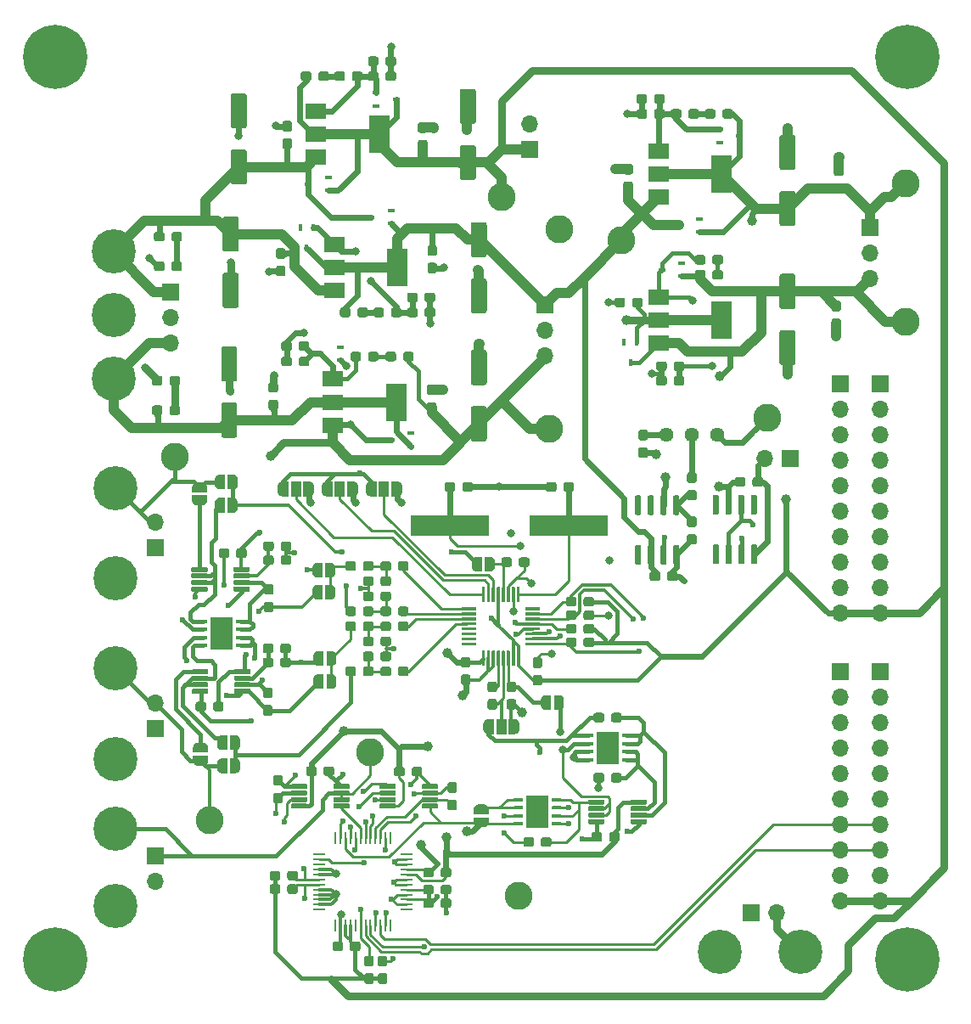
<source format=gbr>
G04 #@! TF.GenerationSoftware,KiCad,Pcbnew,(5.1.5)-3*
G04 #@! TF.CreationDate,2020-10-27T23:20:52+01:00*
G04 #@! TF.ProjectId,converters_1,636f6e76-6572-4746-9572-735f312e6b69,rev?*
G04 #@! TF.SameCoordinates,Original*
G04 #@! TF.FileFunction,Copper,L1,Top*
G04 #@! TF.FilePolarity,Positive*
%FSLAX46Y46*%
G04 Gerber Fmt 4.6, Leading zero omitted, Abs format (unit mm)*
G04 Created by KiCad (PCBNEW (5.1.5)-3) date 2020-10-27 23:20:52*
%MOMM*%
%LPD*%
G04 APERTURE LIST*
%ADD10R,2.300000X3.240000*%
%ADD11C,0.100000*%
%ADD12R,7.875000X2.000000*%
%ADD13R,1.300000X0.250000*%
%ADD14R,0.250000X1.300000*%
%ADD15R,2.000000X1.500000*%
%ADD16R,2.000000X3.800000*%
%ADD17C,2.800000*%
%ADD18C,1.440000*%
%ADD19R,1.000000X1.500000*%
%ADD20C,0.700000*%
%ADD21C,4.400000*%
%ADD22O,1.700000X1.700000*%
%ADD23R,1.700000X1.700000*%
%ADD24C,0.800000*%
%ADD25C,6.400000*%
%ADD26R,0.700000X0.450000*%
%ADD27R,0.450000X0.700000*%
%ADD28C,0.600000*%
%ADD29C,1.000000*%
%ADD30C,0.600000*%
%ADD31C,1.000000*%
%ADD32C,0.400000*%
%ADD33C,0.250000*%
%ADD34C,0.300000*%
%ADD35C,0.800000*%
G04 APERTURE END LIST*
D10*
X100100000Y-93900000D03*
G04 #@! TA.AperFunction,SMDPad,CuDef*
D11*
G36*
X98596076Y-94925421D02*
G01*
X98604570Y-94926681D01*
X98612900Y-94928768D01*
X98620985Y-94931661D01*
X98628747Y-94935332D01*
X98636112Y-94939746D01*
X98643009Y-94944862D01*
X98649372Y-94950628D01*
X98655138Y-94956991D01*
X98660254Y-94963888D01*
X98664668Y-94971253D01*
X98668339Y-94979015D01*
X98671232Y-94987100D01*
X98673319Y-94995430D01*
X98674579Y-95003924D01*
X98675000Y-95012500D01*
X98675000Y-95187500D01*
X98674579Y-95196076D01*
X98673319Y-95204570D01*
X98671232Y-95212900D01*
X98668339Y-95220985D01*
X98664668Y-95228747D01*
X98660254Y-95236112D01*
X98655138Y-95243009D01*
X98649372Y-95249372D01*
X98643009Y-95255138D01*
X98636112Y-95260254D01*
X98628747Y-95264668D01*
X98620985Y-95268339D01*
X98612900Y-95271232D01*
X98604570Y-95273319D01*
X98596076Y-95274579D01*
X98587500Y-95275000D01*
X97812500Y-95275000D01*
X97803924Y-95274579D01*
X97795430Y-95273319D01*
X97787100Y-95271232D01*
X97779015Y-95268339D01*
X97771253Y-95264668D01*
X97763888Y-95260254D01*
X97756991Y-95255138D01*
X97750628Y-95249372D01*
X97744862Y-95243009D01*
X97739746Y-95236112D01*
X97735332Y-95228747D01*
X97731661Y-95220985D01*
X97728768Y-95212900D01*
X97726681Y-95204570D01*
X97725421Y-95196076D01*
X97725000Y-95187500D01*
X97725000Y-95012500D01*
X97725421Y-95003924D01*
X97726681Y-94995430D01*
X97728768Y-94987100D01*
X97731661Y-94979015D01*
X97735332Y-94971253D01*
X97739746Y-94963888D01*
X97744862Y-94956991D01*
X97750628Y-94950628D01*
X97756991Y-94944862D01*
X97763888Y-94939746D01*
X97771253Y-94935332D01*
X97779015Y-94931661D01*
X97787100Y-94928768D01*
X97795430Y-94926681D01*
X97803924Y-94925421D01*
X97812500Y-94925000D01*
X98587500Y-94925000D01*
X98596076Y-94925421D01*
G37*
G04 #@! TD.AperFunction*
G04 #@! TA.AperFunction,SMDPad,CuDef*
G36*
X98596076Y-94125421D02*
G01*
X98604570Y-94126681D01*
X98612900Y-94128768D01*
X98620985Y-94131661D01*
X98628747Y-94135332D01*
X98636112Y-94139746D01*
X98643009Y-94144862D01*
X98649372Y-94150628D01*
X98655138Y-94156991D01*
X98660254Y-94163888D01*
X98664668Y-94171253D01*
X98668339Y-94179015D01*
X98671232Y-94187100D01*
X98673319Y-94195430D01*
X98674579Y-94203924D01*
X98675000Y-94212500D01*
X98675000Y-94387500D01*
X98674579Y-94396076D01*
X98673319Y-94404570D01*
X98671232Y-94412900D01*
X98668339Y-94420985D01*
X98664668Y-94428747D01*
X98660254Y-94436112D01*
X98655138Y-94443009D01*
X98649372Y-94449372D01*
X98643009Y-94455138D01*
X98636112Y-94460254D01*
X98628747Y-94464668D01*
X98620985Y-94468339D01*
X98612900Y-94471232D01*
X98604570Y-94473319D01*
X98596076Y-94474579D01*
X98587500Y-94475000D01*
X97812500Y-94475000D01*
X97803924Y-94474579D01*
X97795430Y-94473319D01*
X97787100Y-94471232D01*
X97779015Y-94468339D01*
X97771253Y-94464668D01*
X97763888Y-94460254D01*
X97756991Y-94455138D01*
X97750628Y-94449372D01*
X97744862Y-94443009D01*
X97739746Y-94436112D01*
X97735332Y-94428747D01*
X97731661Y-94420985D01*
X97728768Y-94412900D01*
X97726681Y-94404570D01*
X97725421Y-94396076D01*
X97725000Y-94387500D01*
X97725000Y-94212500D01*
X97725421Y-94203924D01*
X97726681Y-94195430D01*
X97728768Y-94187100D01*
X97731661Y-94179015D01*
X97735332Y-94171253D01*
X97739746Y-94163888D01*
X97744862Y-94156991D01*
X97750628Y-94150628D01*
X97756991Y-94144862D01*
X97763888Y-94139746D01*
X97771253Y-94135332D01*
X97779015Y-94131661D01*
X97787100Y-94128768D01*
X97795430Y-94126681D01*
X97803924Y-94125421D01*
X97812500Y-94125000D01*
X98587500Y-94125000D01*
X98596076Y-94125421D01*
G37*
G04 #@! TD.AperFunction*
G04 #@! TA.AperFunction,SMDPad,CuDef*
G36*
X98596076Y-93325421D02*
G01*
X98604570Y-93326681D01*
X98612900Y-93328768D01*
X98620985Y-93331661D01*
X98628747Y-93335332D01*
X98636112Y-93339746D01*
X98643009Y-93344862D01*
X98649372Y-93350628D01*
X98655138Y-93356991D01*
X98660254Y-93363888D01*
X98664668Y-93371253D01*
X98668339Y-93379015D01*
X98671232Y-93387100D01*
X98673319Y-93395430D01*
X98674579Y-93403924D01*
X98675000Y-93412500D01*
X98675000Y-93587500D01*
X98674579Y-93596076D01*
X98673319Y-93604570D01*
X98671232Y-93612900D01*
X98668339Y-93620985D01*
X98664668Y-93628747D01*
X98660254Y-93636112D01*
X98655138Y-93643009D01*
X98649372Y-93649372D01*
X98643009Y-93655138D01*
X98636112Y-93660254D01*
X98628747Y-93664668D01*
X98620985Y-93668339D01*
X98612900Y-93671232D01*
X98604570Y-93673319D01*
X98596076Y-93674579D01*
X98587500Y-93675000D01*
X97812500Y-93675000D01*
X97803924Y-93674579D01*
X97795430Y-93673319D01*
X97787100Y-93671232D01*
X97779015Y-93668339D01*
X97771253Y-93664668D01*
X97763888Y-93660254D01*
X97756991Y-93655138D01*
X97750628Y-93649372D01*
X97744862Y-93643009D01*
X97739746Y-93636112D01*
X97735332Y-93628747D01*
X97731661Y-93620985D01*
X97728768Y-93612900D01*
X97726681Y-93604570D01*
X97725421Y-93596076D01*
X97725000Y-93587500D01*
X97725000Y-93412500D01*
X97725421Y-93403924D01*
X97726681Y-93395430D01*
X97728768Y-93387100D01*
X97731661Y-93379015D01*
X97735332Y-93371253D01*
X97739746Y-93363888D01*
X97744862Y-93356991D01*
X97750628Y-93350628D01*
X97756991Y-93344862D01*
X97763888Y-93339746D01*
X97771253Y-93335332D01*
X97779015Y-93331661D01*
X97787100Y-93328768D01*
X97795430Y-93326681D01*
X97803924Y-93325421D01*
X97812500Y-93325000D01*
X98587500Y-93325000D01*
X98596076Y-93325421D01*
G37*
G04 #@! TD.AperFunction*
G04 #@! TA.AperFunction,SMDPad,CuDef*
G36*
X98596076Y-92525421D02*
G01*
X98604570Y-92526681D01*
X98612900Y-92528768D01*
X98620985Y-92531661D01*
X98628747Y-92535332D01*
X98636112Y-92539746D01*
X98643009Y-92544862D01*
X98649372Y-92550628D01*
X98655138Y-92556991D01*
X98660254Y-92563888D01*
X98664668Y-92571253D01*
X98668339Y-92579015D01*
X98671232Y-92587100D01*
X98673319Y-92595430D01*
X98674579Y-92603924D01*
X98675000Y-92612500D01*
X98675000Y-92787500D01*
X98674579Y-92796076D01*
X98673319Y-92804570D01*
X98671232Y-92812900D01*
X98668339Y-92820985D01*
X98664668Y-92828747D01*
X98660254Y-92836112D01*
X98655138Y-92843009D01*
X98649372Y-92849372D01*
X98643009Y-92855138D01*
X98636112Y-92860254D01*
X98628747Y-92864668D01*
X98620985Y-92868339D01*
X98612900Y-92871232D01*
X98604570Y-92873319D01*
X98596076Y-92874579D01*
X98587500Y-92875000D01*
X97812500Y-92875000D01*
X97803924Y-92874579D01*
X97795430Y-92873319D01*
X97787100Y-92871232D01*
X97779015Y-92868339D01*
X97771253Y-92864668D01*
X97763888Y-92860254D01*
X97756991Y-92855138D01*
X97750628Y-92849372D01*
X97744862Y-92843009D01*
X97739746Y-92836112D01*
X97735332Y-92828747D01*
X97731661Y-92820985D01*
X97728768Y-92812900D01*
X97726681Y-92804570D01*
X97725421Y-92796076D01*
X97725000Y-92787500D01*
X97725000Y-92612500D01*
X97725421Y-92603924D01*
X97726681Y-92595430D01*
X97728768Y-92587100D01*
X97731661Y-92579015D01*
X97735332Y-92571253D01*
X97739746Y-92563888D01*
X97744862Y-92556991D01*
X97750628Y-92550628D01*
X97756991Y-92544862D01*
X97763888Y-92539746D01*
X97771253Y-92535332D01*
X97779015Y-92531661D01*
X97787100Y-92528768D01*
X97795430Y-92526681D01*
X97803924Y-92525421D01*
X97812500Y-92525000D01*
X98587500Y-92525000D01*
X98596076Y-92525421D01*
G37*
G04 #@! TD.AperFunction*
G04 #@! TA.AperFunction,SMDPad,CuDef*
G36*
X102396076Y-92525421D02*
G01*
X102404570Y-92526681D01*
X102412900Y-92528768D01*
X102420985Y-92531661D01*
X102428747Y-92535332D01*
X102436112Y-92539746D01*
X102443009Y-92544862D01*
X102449372Y-92550628D01*
X102455138Y-92556991D01*
X102460254Y-92563888D01*
X102464668Y-92571253D01*
X102468339Y-92579015D01*
X102471232Y-92587100D01*
X102473319Y-92595430D01*
X102474579Y-92603924D01*
X102475000Y-92612500D01*
X102475000Y-92787500D01*
X102474579Y-92796076D01*
X102473319Y-92804570D01*
X102471232Y-92812900D01*
X102468339Y-92820985D01*
X102464668Y-92828747D01*
X102460254Y-92836112D01*
X102455138Y-92843009D01*
X102449372Y-92849372D01*
X102443009Y-92855138D01*
X102436112Y-92860254D01*
X102428747Y-92864668D01*
X102420985Y-92868339D01*
X102412900Y-92871232D01*
X102404570Y-92873319D01*
X102396076Y-92874579D01*
X102387500Y-92875000D01*
X101612500Y-92875000D01*
X101603924Y-92874579D01*
X101595430Y-92873319D01*
X101587100Y-92871232D01*
X101579015Y-92868339D01*
X101571253Y-92864668D01*
X101563888Y-92860254D01*
X101556991Y-92855138D01*
X101550628Y-92849372D01*
X101544862Y-92843009D01*
X101539746Y-92836112D01*
X101535332Y-92828747D01*
X101531661Y-92820985D01*
X101528768Y-92812900D01*
X101526681Y-92804570D01*
X101525421Y-92796076D01*
X101525000Y-92787500D01*
X101525000Y-92612500D01*
X101525421Y-92603924D01*
X101526681Y-92595430D01*
X101528768Y-92587100D01*
X101531661Y-92579015D01*
X101535332Y-92571253D01*
X101539746Y-92563888D01*
X101544862Y-92556991D01*
X101550628Y-92550628D01*
X101556991Y-92544862D01*
X101563888Y-92539746D01*
X101571253Y-92535332D01*
X101579015Y-92531661D01*
X101587100Y-92528768D01*
X101595430Y-92526681D01*
X101603924Y-92525421D01*
X101612500Y-92525000D01*
X102387500Y-92525000D01*
X102396076Y-92525421D01*
G37*
G04 #@! TD.AperFunction*
G04 #@! TA.AperFunction,SMDPad,CuDef*
G36*
X102396076Y-93325421D02*
G01*
X102404570Y-93326681D01*
X102412900Y-93328768D01*
X102420985Y-93331661D01*
X102428747Y-93335332D01*
X102436112Y-93339746D01*
X102443009Y-93344862D01*
X102449372Y-93350628D01*
X102455138Y-93356991D01*
X102460254Y-93363888D01*
X102464668Y-93371253D01*
X102468339Y-93379015D01*
X102471232Y-93387100D01*
X102473319Y-93395430D01*
X102474579Y-93403924D01*
X102475000Y-93412500D01*
X102475000Y-93587500D01*
X102474579Y-93596076D01*
X102473319Y-93604570D01*
X102471232Y-93612900D01*
X102468339Y-93620985D01*
X102464668Y-93628747D01*
X102460254Y-93636112D01*
X102455138Y-93643009D01*
X102449372Y-93649372D01*
X102443009Y-93655138D01*
X102436112Y-93660254D01*
X102428747Y-93664668D01*
X102420985Y-93668339D01*
X102412900Y-93671232D01*
X102404570Y-93673319D01*
X102396076Y-93674579D01*
X102387500Y-93675000D01*
X101612500Y-93675000D01*
X101603924Y-93674579D01*
X101595430Y-93673319D01*
X101587100Y-93671232D01*
X101579015Y-93668339D01*
X101571253Y-93664668D01*
X101563888Y-93660254D01*
X101556991Y-93655138D01*
X101550628Y-93649372D01*
X101544862Y-93643009D01*
X101539746Y-93636112D01*
X101535332Y-93628747D01*
X101531661Y-93620985D01*
X101528768Y-93612900D01*
X101526681Y-93604570D01*
X101525421Y-93596076D01*
X101525000Y-93587500D01*
X101525000Y-93412500D01*
X101525421Y-93403924D01*
X101526681Y-93395430D01*
X101528768Y-93387100D01*
X101531661Y-93379015D01*
X101535332Y-93371253D01*
X101539746Y-93363888D01*
X101544862Y-93356991D01*
X101550628Y-93350628D01*
X101556991Y-93344862D01*
X101563888Y-93339746D01*
X101571253Y-93335332D01*
X101579015Y-93331661D01*
X101587100Y-93328768D01*
X101595430Y-93326681D01*
X101603924Y-93325421D01*
X101612500Y-93325000D01*
X102387500Y-93325000D01*
X102396076Y-93325421D01*
G37*
G04 #@! TD.AperFunction*
G04 #@! TA.AperFunction,SMDPad,CuDef*
G36*
X102396076Y-94125421D02*
G01*
X102404570Y-94126681D01*
X102412900Y-94128768D01*
X102420985Y-94131661D01*
X102428747Y-94135332D01*
X102436112Y-94139746D01*
X102443009Y-94144862D01*
X102449372Y-94150628D01*
X102455138Y-94156991D01*
X102460254Y-94163888D01*
X102464668Y-94171253D01*
X102468339Y-94179015D01*
X102471232Y-94187100D01*
X102473319Y-94195430D01*
X102474579Y-94203924D01*
X102475000Y-94212500D01*
X102475000Y-94387500D01*
X102474579Y-94396076D01*
X102473319Y-94404570D01*
X102471232Y-94412900D01*
X102468339Y-94420985D01*
X102464668Y-94428747D01*
X102460254Y-94436112D01*
X102455138Y-94443009D01*
X102449372Y-94449372D01*
X102443009Y-94455138D01*
X102436112Y-94460254D01*
X102428747Y-94464668D01*
X102420985Y-94468339D01*
X102412900Y-94471232D01*
X102404570Y-94473319D01*
X102396076Y-94474579D01*
X102387500Y-94475000D01*
X101612500Y-94475000D01*
X101603924Y-94474579D01*
X101595430Y-94473319D01*
X101587100Y-94471232D01*
X101579015Y-94468339D01*
X101571253Y-94464668D01*
X101563888Y-94460254D01*
X101556991Y-94455138D01*
X101550628Y-94449372D01*
X101544862Y-94443009D01*
X101539746Y-94436112D01*
X101535332Y-94428747D01*
X101531661Y-94420985D01*
X101528768Y-94412900D01*
X101526681Y-94404570D01*
X101525421Y-94396076D01*
X101525000Y-94387500D01*
X101525000Y-94212500D01*
X101525421Y-94203924D01*
X101526681Y-94195430D01*
X101528768Y-94187100D01*
X101531661Y-94179015D01*
X101535332Y-94171253D01*
X101539746Y-94163888D01*
X101544862Y-94156991D01*
X101550628Y-94150628D01*
X101556991Y-94144862D01*
X101563888Y-94139746D01*
X101571253Y-94135332D01*
X101579015Y-94131661D01*
X101587100Y-94128768D01*
X101595430Y-94126681D01*
X101603924Y-94125421D01*
X101612500Y-94125000D01*
X102387500Y-94125000D01*
X102396076Y-94125421D01*
G37*
G04 #@! TD.AperFunction*
G04 #@! TA.AperFunction,SMDPad,CuDef*
G36*
X102396076Y-94925421D02*
G01*
X102404570Y-94926681D01*
X102412900Y-94928768D01*
X102420985Y-94931661D01*
X102428747Y-94935332D01*
X102436112Y-94939746D01*
X102443009Y-94944862D01*
X102449372Y-94950628D01*
X102455138Y-94956991D01*
X102460254Y-94963888D01*
X102464668Y-94971253D01*
X102468339Y-94979015D01*
X102471232Y-94987100D01*
X102473319Y-94995430D01*
X102474579Y-95003924D01*
X102475000Y-95012500D01*
X102475000Y-95187500D01*
X102474579Y-95196076D01*
X102473319Y-95204570D01*
X102471232Y-95212900D01*
X102468339Y-95220985D01*
X102464668Y-95228747D01*
X102460254Y-95236112D01*
X102455138Y-95243009D01*
X102449372Y-95249372D01*
X102443009Y-95255138D01*
X102436112Y-95260254D01*
X102428747Y-95264668D01*
X102420985Y-95268339D01*
X102412900Y-95271232D01*
X102404570Y-95273319D01*
X102396076Y-95274579D01*
X102387500Y-95275000D01*
X101612500Y-95275000D01*
X101603924Y-95274579D01*
X101595430Y-95273319D01*
X101587100Y-95271232D01*
X101579015Y-95268339D01*
X101571253Y-95264668D01*
X101563888Y-95260254D01*
X101556991Y-95255138D01*
X101550628Y-95249372D01*
X101544862Y-95243009D01*
X101539746Y-95236112D01*
X101535332Y-95228747D01*
X101531661Y-95220985D01*
X101528768Y-95212900D01*
X101526681Y-95204570D01*
X101525421Y-95196076D01*
X101525000Y-95187500D01*
X101525000Y-95012500D01*
X101525421Y-95003924D01*
X101526681Y-94995430D01*
X101528768Y-94987100D01*
X101531661Y-94979015D01*
X101535332Y-94971253D01*
X101539746Y-94963888D01*
X101544862Y-94956991D01*
X101550628Y-94950628D01*
X101556991Y-94944862D01*
X101563888Y-94939746D01*
X101571253Y-94935332D01*
X101579015Y-94931661D01*
X101587100Y-94928768D01*
X101595430Y-94926681D01*
X101603924Y-94925421D01*
X101612500Y-94925000D01*
X102387500Y-94925000D01*
X102396076Y-94925421D01*
G37*
G04 #@! TD.AperFunction*
D10*
X61600000Y-82500000D03*
G04 #@! TA.AperFunction,SMDPad,CuDef*
D11*
G36*
X63896076Y-81125421D02*
G01*
X63904570Y-81126681D01*
X63912900Y-81128768D01*
X63920985Y-81131661D01*
X63928747Y-81135332D01*
X63936112Y-81139746D01*
X63943009Y-81144862D01*
X63949372Y-81150628D01*
X63955138Y-81156991D01*
X63960254Y-81163888D01*
X63964668Y-81171253D01*
X63968339Y-81179015D01*
X63971232Y-81187100D01*
X63973319Y-81195430D01*
X63974579Y-81203924D01*
X63975000Y-81212500D01*
X63975000Y-81387500D01*
X63974579Y-81396076D01*
X63973319Y-81404570D01*
X63971232Y-81412900D01*
X63968339Y-81420985D01*
X63964668Y-81428747D01*
X63960254Y-81436112D01*
X63955138Y-81443009D01*
X63949372Y-81449372D01*
X63943009Y-81455138D01*
X63936112Y-81460254D01*
X63928747Y-81464668D01*
X63920985Y-81468339D01*
X63912900Y-81471232D01*
X63904570Y-81473319D01*
X63896076Y-81474579D01*
X63887500Y-81475000D01*
X63112500Y-81475000D01*
X63103924Y-81474579D01*
X63095430Y-81473319D01*
X63087100Y-81471232D01*
X63079015Y-81468339D01*
X63071253Y-81464668D01*
X63063888Y-81460254D01*
X63056991Y-81455138D01*
X63050628Y-81449372D01*
X63044862Y-81443009D01*
X63039746Y-81436112D01*
X63035332Y-81428747D01*
X63031661Y-81420985D01*
X63028768Y-81412900D01*
X63026681Y-81404570D01*
X63025421Y-81396076D01*
X63025000Y-81387500D01*
X63025000Y-81212500D01*
X63025421Y-81203924D01*
X63026681Y-81195430D01*
X63028768Y-81187100D01*
X63031661Y-81179015D01*
X63035332Y-81171253D01*
X63039746Y-81163888D01*
X63044862Y-81156991D01*
X63050628Y-81150628D01*
X63056991Y-81144862D01*
X63063888Y-81139746D01*
X63071253Y-81135332D01*
X63079015Y-81131661D01*
X63087100Y-81128768D01*
X63095430Y-81126681D01*
X63103924Y-81125421D01*
X63112500Y-81125000D01*
X63887500Y-81125000D01*
X63896076Y-81125421D01*
G37*
G04 #@! TD.AperFunction*
G04 #@! TA.AperFunction,SMDPad,CuDef*
G36*
X63896076Y-81925421D02*
G01*
X63904570Y-81926681D01*
X63912900Y-81928768D01*
X63920985Y-81931661D01*
X63928747Y-81935332D01*
X63936112Y-81939746D01*
X63943009Y-81944862D01*
X63949372Y-81950628D01*
X63955138Y-81956991D01*
X63960254Y-81963888D01*
X63964668Y-81971253D01*
X63968339Y-81979015D01*
X63971232Y-81987100D01*
X63973319Y-81995430D01*
X63974579Y-82003924D01*
X63975000Y-82012500D01*
X63975000Y-82187500D01*
X63974579Y-82196076D01*
X63973319Y-82204570D01*
X63971232Y-82212900D01*
X63968339Y-82220985D01*
X63964668Y-82228747D01*
X63960254Y-82236112D01*
X63955138Y-82243009D01*
X63949372Y-82249372D01*
X63943009Y-82255138D01*
X63936112Y-82260254D01*
X63928747Y-82264668D01*
X63920985Y-82268339D01*
X63912900Y-82271232D01*
X63904570Y-82273319D01*
X63896076Y-82274579D01*
X63887500Y-82275000D01*
X63112500Y-82275000D01*
X63103924Y-82274579D01*
X63095430Y-82273319D01*
X63087100Y-82271232D01*
X63079015Y-82268339D01*
X63071253Y-82264668D01*
X63063888Y-82260254D01*
X63056991Y-82255138D01*
X63050628Y-82249372D01*
X63044862Y-82243009D01*
X63039746Y-82236112D01*
X63035332Y-82228747D01*
X63031661Y-82220985D01*
X63028768Y-82212900D01*
X63026681Y-82204570D01*
X63025421Y-82196076D01*
X63025000Y-82187500D01*
X63025000Y-82012500D01*
X63025421Y-82003924D01*
X63026681Y-81995430D01*
X63028768Y-81987100D01*
X63031661Y-81979015D01*
X63035332Y-81971253D01*
X63039746Y-81963888D01*
X63044862Y-81956991D01*
X63050628Y-81950628D01*
X63056991Y-81944862D01*
X63063888Y-81939746D01*
X63071253Y-81935332D01*
X63079015Y-81931661D01*
X63087100Y-81928768D01*
X63095430Y-81926681D01*
X63103924Y-81925421D01*
X63112500Y-81925000D01*
X63887500Y-81925000D01*
X63896076Y-81925421D01*
G37*
G04 #@! TD.AperFunction*
G04 #@! TA.AperFunction,SMDPad,CuDef*
G36*
X63896076Y-82725421D02*
G01*
X63904570Y-82726681D01*
X63912900Y-82728768D01*
X63920985Y-82731661D01*
X63928747Y-82735332D01*
X63936112Y-82739746D01*
X63943009Y-82744862D01*
X63949372Y-82750628D01*
X63955138Y-82756991D01*
X63960254Y-82763888D01*
X63964668Y-82771253D01*
X63968339Y-82779015D01*
X63971232Y-82787100D01*
X63973319Y-82795430D01*
X63974579Y-82803924D01*
X63975000Y-82812500D01*
X63975000Y-82987500D01*
X63974579Y-82996076D01*
X63973319Y-83004570D01*
X63971232Y-83012900D01*
X63968339Y-83020985D01*
X63964668Y-83028747D01*
X63960254Y-83036112D01*
X63955138Y-83043009D01*
X63949372Y-83049372D01*
X63943009Y-83055138D01*
X63936112Y-83060254D01*
X63928747Y-83064668D01*
X63920985Y-83068339D01*
X63912900Y-83071232D01*
X63904570Y-83073319D01*
X63896076Y-83074579D01*
X63887500Y-83075000D01*
X63112500Y-83075000D01*
X63103924Y-83074579D01*
X63095430Y-83073319D01*
X63087100Y-83071232D01*
X63079015Y-83068339D01*
X63071253Y-83064668D01*
X63063888Y-83060254D01*
X63056991Y-83055138D01*
X63050628Y-83049372D01*
X63044862Y-83043009D01*
X63039746Y-83036112D01*
X63035332Y-83028747D01*
X63031661Y-83020985D01*
X63028768Y-83012900D01*
X63026681Y-83004570D01*
X63025421Y-82996076D01*
X63025000Y-82987500D01*
X63025000Y-82812500D01*
X63025421Y-82803924D01*
X63026681Y-82795430D01*
X63028768Y-82787100D01*
X63031661Y-82779015D01*
X63035332Y-82771253D01*
X63039746Y-82763888D01*
X63044862Y-82756991D01*
X63050628Y-82750628D01*
X63056991Y-82744862D01*
X63063888Y-82739746D01*
X63071253Y-82735332D01*
X63079015Y-82731661D01*
X63087100Y-82728768D01*
X63095430Y-82726681D01*
X63103924Y-82725421D01*
X63112500Y-82725000D01*
X63887500Y-82725000D01*
X63896076Y-82725421D01*
G37*
G04 #@! TD.AperFunction*
G04 #@! TA.AperFunction,SMDPad,CuDef*
G36*
X63896076Y-83525421D02*
G01*
X63904570Y-83526681D01*
X63912900Y-83528768D01*
X63920985Y-83531661D01*
X63928747Y-83535332D01*
X63936112Y-83539746D01*
X63943009Y-83544862D01*
X63949372Y-83550628D01*
X63955138Y-83556991D01*
X63960254Y-83563888D01*
X63964668Y-83571253D01*
X63968339Y-83579015D01*
X63971232Y-83587100D01*
X63973319Y-83595430D01*
X63974579Y-83603924D01*
X63975000Y-83612500D01*
X63975000Y-83787500D01*
X63974579Y-83796076D01*
X63973319Y-83804570D01*
X63971232Y-83812900D01*
X63968339Y-83820985D01*
X63964668Y-83828747D01*
X63960254Y-83836112D01*
X63955138Y-83843009D01*
X63949372Y-83849372D01*
X63943009Y-83855138D01*
X63936112Y-83860254D01*
X63928747Y-83864668D01*
X63920985Y-83868339D01*
X63912900Y-83871232D01*
X63904570Y-83873319D01*
X63896076Y-83874579D01*
X63887500Y-83875000D01*
X63112500Y-83875000D01*
X63103924Y-83874579D01*
X63095430Y-83873319D01*
X63087100Y-83871232D01*
X63079015Y-83868339D01*
X63071253Y-83864668D01*
X63063888Y-83860254D01*
X63056991Y-83855138D01*
X63050628Y-83849372D01*
X63044862Y-83843009D01*
X63039746Y-83836112D01*
X63035332Y-83828747D01*
X63031661Y-83820985D01*
X63028768Y-83812900D01*
X63026681Y-83804570D01*
X63025421Y-83796076D01*
X63025000Y-83787500D01*
X63025000Y-83612500D01*
X63025421Y-83603924D01*
X63026681Y-83595430D01*
X63028768Y-83587100D01*
X63031661Y-83579015D01*
X63035332Y-83571253D01*
X63039746Y-83563888D01*
X63044862Y-83556991D01*
X63050628Y-83550628D01*
X63056991Y-83544862D01*
X63063888Y-83539746D01*
X63071253Y-83535332D01*
X63079015Y-83531661D01*
X63087100Y-83528768D01*
X63095430Y-83526681D01*
X63103924Y-83525421D01*
X63112500Y-83525000D01*
X63887500Y-83525000D01*
X63896076Y-83525421D01*
G37*
G04 #@! TD.AperFunction*
G04 #@! TA.AperFunction,SMDPad,CuDef*
G36*
X60096076Y-83525421D02*
G01*
X60104570Y-83526681D01*
X60112900Y-83528768D01*
X60120985Y-83531661D01*
X60128747Y-83535332D01*
X60136112Y-83539746D01*
X60143009Y-83544862D01*
X60149372Y-83550628D01*
X60155138Y-83556991D01*
X60160254Y-83563888D01*
X60164668Y-83571253D01*
X60168339Y-83579015D01*
X60171232Y-83587100D01*
X60173319Y-83595430D01*
X60174579Y-83603924D01*
X60175000Y-83612500D01*
X60175000Y-83787500D01*
X60174579Y-83796076D01*
X60173319Y-83804570D01*
X60171232Y-83812900D01*
X60168339Y-83820985D01*
X60164668Y-83828747D01*
X60160254Y-83836112D01*
X60155138Y-83843009D01*
X60149372Y-83849372D01*
X60143009Y-83855138D01*
X60136112Y-83860254D01*
X60128747Y-83864668D01*
X60120985Y-83868339D01*
X60112900Y-83871232D01*
X60104570Y-83873319D01*
X60096076Y-83874579D01*
X60087500Y-83875000D01*
X59312500Y-83875000D01*
X59303924Y-83874579D01*
X59295430Y-83873319D01*
X59287100Y-83871232D01*
X59279015Y-83868339D01*
X59271253Y-83864668D01*
X59263888Y-83860254D01*
X59256991Y-83855138D01*
X59250628Y-83849372D01*
X59244862Y-83843009D01*
X59239746Y-83836112D01*
X59235332Y-83828747D01*
X59231661Y-83820985D01*
X59228768Y-83812900D01*
X59226681Y-83804570D01*
X59225421Y-83796076D01*
X59225000Y-83787500D01*
X59225000Y-83612500D01*
X59225421Y-83603924D01*
X59226681Y-83595430D01*
X59228768Y-83587100D01*
X59231661Y-83579015D01*
X59235332Y-83571253D01*
X59239746Y-83563888D01*
X59244862Y-83556991D01*
X59250628Y-83550628D01*
X59256991Y-83544862D01*
X59263888Y-83539746D01*
X59271253Y-83535332D01*
X59279015Y-83531661D01*
X59287100Y-83528768D01*
X59295430Y-83526681D01*
X59303924Y-83525421D01*
X59312500Y-83525000D01*
X60087500Y-83525000D01*
X60096076Y-83525421D01*
G37*
G04 #@! TD.AperFunction*
G04 #@! TA.AperFunction,SMDPad,CuDef*
G36*
X60096076Y-82725421D02*
G01*
X60104570Y-82726681D01*
X60112900Y-82728768D01*
X60120985Y-82731661D01*
X60128747Y-82735332D01*
X60136112Y-82739746D01*
X60143009Y-82744862D01*
X60149372Y-82750628D01*
X60155138Y-82756991D01*
X60160254Y-82763888D01*
X60164668Y-82771253D01*
X60168339Y-82779015D01*
X60171232Y-82787100D01*
X60173319Y-82795430D01*
X60174579Y-82803924D01*
X60175000Y-82812500D01*
X60175000Y-82987500D01*
X60174579Y-82996076D01*
X60173319Y-83004570D01*
X60171232Y-83012900D01*
X60168339Y-83020985D01*
X60164668Y-83028747D01*
X60160254Y-83036112D01*
X60155138Y-83043009D01*
X60149372Y-83049372D01*
X60143009Y-83055138D01*
X60136112Y-83060254D01*
X60128747Y-83064668D01*
X60120985Y-83068339D01*
X60112900Y-83071232D01*
X60104570Y-83073319D01*
X60096076Y-83074579D01*
X60087500Y-83075000D01*
X59312500Y-83075000D01*
X59303924Y-83074579D01*
X59295430Y-83073319D01*
X59287100Y-83071232D01*
X59279015Y-83068339D01*
X59271253Y-83064668D01*
X59263888Y-83060254D01*
X59256991Y-83055138D01*
X59250628Y-83049372D01*
X59244862Y-83043009D01*
X59239746Y-83036112D01*
X59235332Y-83028747D01*
X59231661Y-83020985D01*
X59228768Y-83012900D01*
X59226681Y-83004570D01*
X59225421Y-82996076D01*
X59225000Y-82987500D01*
X59225000Y-82812500D01*
X59225421Y-82803924D01*
X59226681Y-82795430D01*
X59228768Y-82787100D01*
X59231661Y-82779015D01*
X59235332Y-82771253D01*
X59239746Y-82763888D01*
X59244862Y-82756991D01*
X59250628Y-82750628D01*
X59256991Y-82744862D01*
X59263888Y-82739746D01*
X59271253Y-82735332D01*
X59279015Y-82731661D01*
X59287100Y-82728768D01*
X59295430Y-82726681D01*
X59303924Y-82725421D01*
X59312500Y-82725000D01*
X60087500Y-82725000D01*
X60096076Y-82725421D01*
G37*
G04 #@! TD.AperFunction*
G04 #@! TA.AperFunction,SMDPad,CuDef*
G36*
X60096076Y-81925421D02*
G01*
X60104570Y-81926681D01*
X60112900Y-81928768D01*
X60120985Y-81931661D01*
X60128747Y-81935332D01*
X60136112Y-81939746D01*
X60143009Y-81944862D01*
X60149372Y-81950628D01*
X60155138Y-81956991D01*
X60160254Y-81963888D01*
X60164668Y-81971253D01*
X60168339Y-81979015D01*
X60171232Y-81987100D01*
X60173319Y-81995430D01*
X60174579Y-82003924D01*
X60175000Y-82012500D01*
X60175000Y-82187500D01*
X60174579Y-82196076D01*
X60173319Y-82204570D01*
X60171232Y-82212900D01*
X60168339Y-82220985D01*
X60164668Y-82228747D01*
X60160254Y-82236112D01*
X60155138Y-82243009D01*
X60149372Y-82249372D01*
X60143009Y-82255138D01*
X60136112Y-82260254D01*
X60128747Y-82264668D01*
X60120985Y-82268339D01*
X60112900Y-82271232D01*
X60104570Y-82273319D01*
X60096076Y-82274579D01*
X60087500Y-82275000D01*
X59312500Y-82275000D01*
X59303924Y-82274579D01*
X59295430Y-82273319D01*
X59287100Y-82271232D01*
X59279015Y-82268339D01*
X59271253Y-82264668D01*
X59263888Y-82260254D01*
X59256991Y-82255138D01*
X59250628Y-82249372D01*
X59244862Y-82243009D01*
X59239746Y-82236112D01*
X59235332Y-82228747D01*
X59231661Y-82220985D01*
X59228768Y-82212900D01*
X59226681Y-82204570D01*
X59225421Y-82196076D01*
X59225000Y-82187500D01*
X59225000Y-82012500D01*
X59225421Y-82003924D01*
X59226681Y-81995430D01*
X59228768Y-81987100D01*
X59231661Y-81979015D01*
X59235332Y-81971253D01*
X59239746Y-81963888D01*
X59244862Y-81956991D01*
X59250628Y-81950628D01*
X59256991Y-81944862D01*
X59263888Y-81939746D01*
X59271253Y-81935332D01*
X59279015Y-81931661D01*
X59287100Y-81928768D01*
X59295430Y-81926681D01*
X59303924Y-81925421D01*
X59312500Y-81925000D01*
X60087500Y-81925000D01*
X60096076Y-81925421D01*
G37*
G04 #@! TD.AperFunction*
G04 #@! TA.AperFunction,SMDPad,CuDef*
G36*
X60096076Y-81125421D02*
G01*
X60104570Y-81126681D01*
X60112900Y-81128768D01*
X60120985Y-81131661D01*
X60128747Y-81135332D01*
X60136112Y-81139746D01*
X60143009Y-81144862D01*
X60149372Y-81150628D01*
X60155138Y-81156991D01*
X60160254Y-81163888D01*
X60164668Y-81171253D01*
X60168339Y-81179015D01*
X60171232Y-81187100D01*
X60173319Y-81195430D01*
X60174579Y-81203924D01*
X60175000Y-81212500D01*
X60175000Y-81387500D01*
X60174579Y-81396076D01*
X60173319Y-81404570D01*
X60171232Y-81412900D01*
X60168339Y-81420985D01*
X60164668Y-81428747D01*
X60160254Y-81436112D01*
X60155138Y-81443009D01*
X60149372Y-81449372D01*
X60143009Y-81455138D01*
X60136112Y-81460254D01*
X60128747Y-81464668D01*
X60120985Y-81468339D01*
X60112900Y-81471232D01*
X60104570Y-81473319D01*
X60096076Y-81474579D01*
X60087500Y-81475000D01*
X59312500Y-81475000D01*
X59303924Y-81474579D01*
X59295430Y-81473319D01*
X59287100Y-81471232D01*
X59279015Y-81468339D01*
X59271253Y-81464668D01*
X59263888Y-81460254D01*
X59256991Y-81455138D01*
X59250628Y-81449372D01*
X59244862Y-81443009D01*
X59239746Y-81436112D01*
X59235332Y-81428747D01*
X59231661Y-81420985D01*
X59228768Y-81412900D01*
X59226681Y-81404570D01*
X59225421Y-81396076D01*
X59225000Y-81387500D01*
X59225000Y-81212500D01*
X59225421Y-81203924D01*
X59226681Y-81195430D01*
X59228768Y-81187100D01*
X59231661Y-81179015D01*
X59235332Y-81171253D01*
X59239746Y-81163888D01*
X59244862Y-81156991D01*
X59250628Y-81150628D01*
X59256991Y-81144862D01*
X59263888Y-81139746D01*
X59271253Y-81135332D01*
X59279015Y-81131661D01*
X59287100Y-81128768D01*
X59295430Y-81126681D01*
X59303924Y-81125421D01*
X59312500Y-81125000D01*
X60087500Y-81125000D01*
X60096076Y-81125421D01*
G37*
G04 #@! TD.AperFunction*
G04 #@! TA.AperFunction,SMDPad,CuDef*
G36*
X57235779Y-56826144D02*
G01*
X57258834Y-56829563D01*
X57281443Y-56835227D01*
X57303387Y-56843079D01*
X57324457Y-56853044D01*
X57344448Y-56865026D01*
X57363168Y-56878910D01*
X57380438Y-56894562D01*
X57396090Y-56911832D01*
X57409974Y-56930552D01*
X57421956Y-56950543D01*
X57431921Y-56971613D01*
X57439773Y-56993557D01*
X57445437Y-57016166D01*
X57448856Y-57039221D01*
X57450000Y-57062500D01*
X57450000Y-57537500D01*
X57448856Y-57560779D01*
X57445437Y-57583834D01*
X57439773Y-57606443D01*
X57431921Y-57628387D01*
X57421956Y-57649457D01*
X57409974Y-57669448D01*
X57396090Y-57688168D01*
X57380438Y-57705438D01*
X57363168Y-57721090D01*
X57344448Y-57734974D01*
X57324457Y-57746956D01*
X57303387Y-57756921D01*
X57281443Y-57764773D01*
X57258834Y-57770437D01*
X57235779Y-57773856D01*
X57212500Y-57775000D01*
X56637500Y-57775000D01*
X56614221Y-57773856D01*
X56591166Y-57770437D01*
X56568557Y-57764773D01*
X56546613Y-57756921D01*
X56525543Y-57746956D01*
X56505552Y-57734974D01*
X56486832Y-57721090D01*
X56469562Y-57705438D01*
X56453910Y-57688168D01*
X56440026Y-57669448D01*
X56428044Y-57649457D01*
X56418079Y-57628387D01*
X56410227Y-57606443D01*
X56404563Y-57583834D01*
X56401144Y-57560779D01*
X56400000Y-57537500D01*
X56400000Y-57062500D01*
X56401144Y-57039221D01*
X56404563Y-57016166D01*
X56410227Y-56993557D01*
X56418079Y-56971613D01*
X56428044Y-56950543D01*
X56440026Y-56930552D01*
X56453910Y-56911832D01*
X56469562Y-56894562D01*
X56486832Y-56878910D01*
X56505552Y-56865026D01*
X56525543Y-56853044D01*
X56546613Y-56843079D01*
X56568557Y-56835227D01*
X56591166Y-56829563D01*
X56614221Y-56826144D01*
X56637500Y-56825000D01*
X57212500Y-56825000D01*
X57235779Y-56826144D01*
G37*
G04 #@! TD.AperFunction*
G04 #@! TA.AperFunction,SMDPad,CuDef*
G36*
X55485779Y-56826144D02*
G01*
X55508834Y-56829563D01*
X55531443Y-56835227D01*
X55553387Y-56843079D01*
X55574457Y-56853044D01*
X55594448Y-56865026D01*
X55613168Y-56878910D01*
X55630438Y-56894562D01*
X55646090Y-56911832D01*
X55659974Y-56930552D01*
X55671956Y-56950543D01*
X55681921Y-56971613D01*
X55689773Y-56993557D01*
X55695437Y-57016166D01*
X55698856Y-57039221D01*
X55700000Y-57062500D01*
X55700000Y-57537500D01*
X55698856Y-57560779D01*
X55695437Y-57583834D01*
X55689773Y-57606443D01*
X55681921Y-57628387D01*
X55671956Y-57649457D01*
X55659974Y-57669448D01*
X55646090Y-57688168D01*
X55630438Y-57705438D01*
X55613168Y-57721090D01*
X55594448Y-57734974D01*
X55574457Y-57746956D01*
X55553387Y-57756921D01*
X55531443Y-57764773D01*
X55508834Y-57770437D01*
X55485779Y-57773856D01*
X55462500Y-57775000D01*
X54887500Y-57775000D01*
X54864221Y-57773856D01*
X54841166Y-57770437D01*
X54818557Y-57764773D01*
X54796613Y-57756921D01*
X54775543Y-57746956D01*
X54755552Y-57734974D01*
X54736832Y-57721090D01*
X54719562Y-57705438D01*
X54703910Y-57688168D01*
X54690026Y-57669448D01*
X54678044Y-57649457D01*
X54668079Y-57628387D01*
X54660227Y-57606443D01*
X54654563Y-57583834D01*
X54651144Y-57560779D01*
X54650000Y-57537500D01*
X54650000Y-57062500D01*
X54651144Y-57039221D01*
X54654563Y-57016166D01*
X54660227Y-56993557D01*
X54668079Y-56971613D01*
X54678044Y-56950543D01*
X54690026Y-56930552D01*
X54703910Y-56911832D01*
X54719562Y-56894562D01*
X54736832Y-56878910D01*
X54755552Y-56865026D01*
X54775543Y-56853044D01*
X54796613Y-56843079D01*
X54818557Y-56835227D01*
X54841166Y-56829563D01*
X54864221Y-56826144D01*
X54887500Y-56825000D01*
X55462500Y-56825000D01*
X55485779Y-56826144D01*
G37*
G04 #@! TD.AperFunction*
G04 #@! TA.AperFunction,SMDPad,CuDef*
G36*
X57435779Y-42476144D02*
G01*
X57458834Y-42479563D01*
X57481443Y-42485227D01*
X57503387Y-42493079D01*
X57524457Y-42503044D01*
X57544448Y-42515026D01*
X57563168Y-42528910D01*
X57580438Y-42544562D01*
X57596090Y-42561832D01*
X57609974Y-42580552D01*
X57621956Y-42600543D01*
X57631921Y-42621613D01*
X57639773Y-42643557D01*
X57645437Y-42666166D01*
X57648856Y-42689221D01*
X57650000Y-42712500D01*
X57650000Y-43187500D01*
X57648856Y-43210779D01*
X57645437Y-43233834D01*
X57639773Y-43256443D01*
X57631921Y-43278387D01*
X57621956Y-43299457D01*
X57609974Y-43319448D01*
X57596090Y-43338168D01*
X57580438Y-43355438D01*
X57563168Y-43371090D01*
X57544448Y-43384974D01*
X57524457Y-43396956D01*
X57503387Y-43406921D01*
X57481443Y-43414773D01*
X57458834Y-43420437D01*
X57435779Y-43423856D01*
X57412500Y-43425000D01*
X56837500Y-43425000D01*
X56814221Y-43423856D01*
X56791166Y-43420437D01*
X56768557Y-43414773D01*
X56746613Y-43406921D01*
X56725543Y-43396956D01*
X56705552Y-43384974D01*
X56686832Y-43371090D01*
X56669562Y-43355438D01*
X56653910Y-43338168D01*
X56640026Y-43319448D01*
X56628044Y-43299457D01*
X56618079Y-43278387D01*
X56610227Y-43256443D01*
X56604563Y-43233834D01*
X56601144Y-43210779D01*
X56600000Y-43187500D01*
X56600000Y-42712500D01*
X56601144Y-42689221D01*
X56604563Y-42666166D01*
X56610227Y-42643557D01*
X56618079Y-42621613D01*
X56628044Y-42600543D01*
X56640026Y-42580552D01*
X56653910Y-42561832D01*
X56669562Y-42544562D01*
X56686832Y-42528910D01*
X56705552Y-42515026D01*
X56725543Y-42503044D01*
X56746613Y-42493079D01*
X56768557Y-42485227D01*
X56791166Y-42479563D01*
X56814221Y-42476144D01*
X56837500Y-42475000D01*
X57412500Y-42475000D01*
X57435779Y-42476144D01*
G37*
G04 #@! TD.AperFunction*
G04 #@! TA.AperFunction,SMDPad,CuDef*
G36*
X55685779Y-42476144D02*
G01*
X55708834Y-42479563D01*
X55731443Y-42485227D01*
X55753387Y-42493079D01*
X55774457Y-42503044D01*
X55794448Y-42515026D01*
X55813168Y-42528910D01*
X55830438Y-42544562D01*
X55846090Y-42561832D01*
X55859974Y-42580552D01*
X55871956Y-42600543D01*
X55881921Y-42621613D01*
X55889773Y-42643557D01*
X55895437Y-42666166D01*
X55898856Y-42689221D01*
X55900000Y-42712500D01*
X55900000Y-43187500D01*
X55898856Y-43210779D01*
X55895437Y-43233834D01*
X55889773Y-43256443D01*
X55881921Y-43278387D01*
X55871956Y-43299457D01*
X55859974Y-43319448D01*
X55846090Y-43338168D01*
X55830438Y-43355438D01*
X55813168Y-43371090D01*
X55794448Y-43384974D01*
X55774457Y-43396956D01*
X55753387Y-43406921D01*
X55731443Y-43414773D01*
X55708834Y-43420437D01*
X55685779Y-43423856D01*
X55662500Y-43425000D01*
X55087500Y-43425000D01*
X55064221Y-43423856D01*
X55041166Y-43420437D01*
X55018557Y-43414773D01*
X54996613Y-43406921D01*
X54975543Y-43396956D01*
X54955552Y-43384974D01*
X54936832Y-43371090D01*
X54919562Y-43355438D01*
X54903910Y-43338168D01*
X54890026Y-43319448D01*
X54878044Y-43299457D01*
X54868079Y-43278387D01*
X54860227Y-43256443D01*
X54854563Y-43233834D01*
X54851144Y-43210779D01*
X54850000Y-43187500D01*
X54850000Y-42712500D01*
X54851144Y-42689221D01*
X54854563Y-42666166D01*
X54860227Y-42643557D01*
X54868079Y-42621613D01*
X54878044Y-42600543D01*
X54890026Y-42580552D01*
X54903910Y-42561832D01*
X54919562Y-42544562D01*
X54936832Y-42528910D01*
X54955552Y-42515026D01*
X54975543Y-42503044D01*
X54996613Y-42493079D01*
X55018557Y-42485227D01*
X55041166Y-42479563D01*
X55064221Y-42476144D01*
X55087500Y-42475000D01*
X55662500Y-42475000D01*
X55685779Y-42476144D01*
G37*
G04 #@! TD.AperFunction*
G04 #@! TA.AperFunction,SMDPad,CuDef*
G36*
X57235779Y-59776144D02*
G01*
X57258834Y-59779563D01*
X57281443Y-59785227D01*
X57303387Y-59793079D01*
X57324457Y-59803044D01*
X57344448Y-59815026D01*
X57363168Y-59828910D01*
X57380438Y-59844562D01*
X57396090Y-59861832D01*
X57409974Y-59880552D01*
X57421956Y-59900543D01*
X57431921Y-59921613D01*
X57439773Y-59943557D01*
X57445437Y-59966166D01*
X57448856Y-59989221D01*
X57450000Y-60012500D01*
X57450000Y-60487500D01*
X57448856Y-60510779D01*
X57445437Y-60533834D01*
X57439773Y-60556443D01*
X57431921Y-60578387D01*
X57421956Y-60599457D01*
X57409974Y-60619448D01*
X57396090Y-60638168D01*
X57380438Y-60655438D01*
X57363168Y-60671090D01*
X57344448Y-60684974D01*
X57324457Y-60696956D01*
X57303387Y-60706921D01*
X57281443Y-60714773D01*
X57258834Y-60720437D01*
X57235779Y-60723856D01*
X57212500Y-60725000D01*
X56637500Y-60725000D01*
X56614221Y-60723856D01*
X56591166Y-60720437D01*
X56568557Y-60714773D01*
X56546613Y-60706921D01*
X56525543Y-60696956D01*
X56505552Y-60684974D01*
X56486832Y-60671090D01*
X56469562Y-60655438D01*
X56453910Y-60638168D01*
X56440026Y-60619448D01*
X56428044Y-60599457D01*
X56418079Y-60578387D01*
X56410227Y-60556443D01*
X56404563Y-60533834D01*
X56401144Y-60510779D01*
X56400000Y-60487500D01*
X56400000Y-60012500D01*
X56401144Y-59989221D01*
X56404563Y-59966166D01*
X56410227Y-59943557D01*
X56418079Y-59921613D01*
X56428044Y-59900543D01*
X56440026Y-59880552D01*
X56453910Y-59861832D01*
X56469562Y-59844562D01*
X56486832Y-59828910D01*
X56505552Y-59815026D01*
X56525543Y-59803044D01*
X56546613Y-59793079D01*
X56568557Y-59785227D01*
X56591166Y-59779563D01*
X56614221Y-59776144D01*
X56637500Y-59775000D01*
X57212500Y-59775000D01*
X57235779Y-59776144D01*
G37*
G04 #@! TD.AperFunction*
G04 #@! TA.AperFunction,SMDPad,CuDef*
G36*
X55485779Y-59776144D02*
G01*
X55508834Y-59779563D01*
X55531443Y-59785227D01*
X55553387Y-59793079D01*
X55574457Y-59803044D01*
X55594448Y-59815026D01*
X55613168Y-59828910D01*
X55630438Y-59844562D01*
X55646090Y-59861832D01*
X55659974Y-59880552D01*
X55671956Y-59900543D01*
X55681921Y-59921613D01*
X55689773Y-59943557D01*
X55695437Y-59966166D01*
X55698856Y-59989221D01*
X55700000Y-60012500D01*
X55700000Y-60487500D01*
X55698856Y-60510779D01*
X55695437Y-60533834D01*
X55689773Y-60556443D01*
X55681921Y-60578387D01*
X55671956Y-60599457D01*
X55659974Y-60619448D01*
X55646090Y-60638168D01*
X55630438Y-60655438D01*
X55613168Y-60671090D01*
X55594448Y-60684974D01*
X55574457Y-60696956D01*
X55553387Y-60706921D01*
X55531443Y-60714773D01*
X55508834Y-60720437D01*
X55485779Y-60723856D01*
X55462500Y-60725000D01*
X54887500Y-60725000D01*
X54864221Y-60723856D01*
X54841166Y-60720437D01*
X54818557Y-60714773D01*
X54796613Y-60706921D01*
X54775543Y-60696956D01*
X54755552Y-60684974D01*
X54736832Y-60671090D01*
X54719562Y-60655438D01*
X54703910Y-60638168D01*
X54690026Y-60619448D01*
X54678044Y-60599457D01*
X54668079Y-60578387D01*
X54660227Y-60556443D01*
X54654563Y-60533834D01*
X54651144Y-60510779D01*
X54650000Y-60487500D01*
X54650000Y-60012500D01*
X54651144Y-59989221D01*
X54654563Y-59966166D01*
X54660227Y-59943557D01*
X54668079Y-59921613D01*
X54678044Y-59900543D01*
X54690026Y-59880552D01*
X54703910Y-59861832D01*
X54719562Y-59844562D01*
X54736832Y-59828910D01*
X54755552Y-59815026D01*
X54775543Y-59803044D01*
X54796613Y-59793079D01*
X54818557Y-59785227D01*
X54841166Y-59779563D01*
X54864221Y-59776144D01*
X54887500Y-59775000D01*
X55462500Y-59775000D01*
X55485779Y-59776144D01*
G37*
G04 #@! TD.AperFunction*
G04 #@! TA.AperFunction,SMDPad,CuDef*
G36*
X57435779Y-45426144D02*
G01*
X57458834Y-45429563D01*
X57481443Y-45435227D01*
X57503387Y-45443079D01*
X57524457Y-45453044D01*
X57544448Y-45465026D01*
X57563168Y-45478910D01*
X57580438Y-45494562D01*
X57596090Y-45511832D01*
X57609974Y-45530552D01*
X57621956Y-45550543D01*
X57631921Y-45571613D01*
X57639773Y-45593557D01*
X57645437Y-45616166D01*
X57648856Y-45639221D01*
X57650000Y-45662500D01*
X57650000Y-46137500D01*
X57648856Y-46160779D01*
X57645437Y-46183834D01*
X57639773Y-46206443D01*
X57631921Y-46228387D01*
X57621956Y-46249457D01*
X57609974Y-46269448D01*
X57596090Y-46288168D01*
X57580438Y-46305438D01*
X57563168Y-46321090D01*
X57544448Y-46334974D01*
X57524457Y-46346956D01*
X57503387Y-46356921D01*
X57481443Y-46364773D01*
X57458834Y-46370437D01*
X57435779Y-46373856D01*
X57412500Y-46375000D01*
X56837500Y-46375000D01*
X56814221Y-46373856D01*
X56791166Y-46370437D01*
X56768557Y-46364773D01*
X56746613Y-46356921D01*
X56725543Y-46346956D01*
X56705552Y-46334974D01*
X56686832Y-46321090D01*
X56669562Y-46305438D01*
X56653910Y-46288168D01*
X56640026Y-46269448D01*
X56628044Y-46249457D01*
X56618079Y-46228387D01*
X56610227Y-46206443D01*
X56604563Y-46183834D01*
X56601144Y-46160779D01*
X56600000Y-46137500D01*
X56600000Y-45662500D01*
X56601144Y-45639221D01*
X56604563Y-45616166D01*
X56610227Y-45593557D01*
X56618079Y-45571613D01*
X56628044Y-45550543D01*
X56640026Y-45530552D01*
X56653910Y-45511832D01*
X56669562Y-45494562D01*
X56686832Y-45478910D01*
X56705552Y-45465026D01*
X56725543Y-45453044D01*
X56746613Y-45443079D01*
X56768557Y-45435227D01*
X56791166Y-45429563D01*
X56814221Y-45426144D01*
X56837500Y-45425000D01*
X57412500Y-45425000D01*
X57435779Y-45426144D01*
G37*
G04 #@! TD.AperFunction*
G04 #@! TA.AperFunction,SMDPad,CuDef*
G36*
X55685779Y-45426144D02*
G01*
X55708834Y-45429563D01*
X55731443Y-45435227D01*
X55753387Y-45443079D01*
X55774457Y-45453044D01*
X55794448Y-45465026D01*
X55813168Y-45478910D01*
X55830438Y-45494562D01*
X55846090Y-45511832D01*
X55859974Y-45530552D01*
X55871956Y-45550543D01*
X55881921Y-45571613D01*
X55889773Y-45593557D01*
X55895437Y-45616166D01*
X55898856Y-45639221D01*
X55900000Y-45662500D01*
X55900000Y-46137500D01*
X55898856Y-46160779D01*
X55895437Y-46183834D01*
X55889773Y-46206443D01*
X55881921Y-46228387D01*
X55871956Y-46249457D01*
X55859974Y-46269448D01*
X55846090Y-46288168D01*
X55830438Y-46305438D01*
X55813168Y-46321090D01*
X55794448Y-46334974D01*
X55774457Y-46346956D01*
X55753387Y-46356921D01*
X55731443Y-46364773D01*
X55708834Y-46370437D01*
X55685779Y-46373856D01*
X55662500Y-46375000D01*
X55087500Y-46375000D01*
X55064221Y-46373856D01*
X55041166Y-46370437D01*
X55018557Y-46364773D01*
X54996613Y-46356921D01*
X54975543Y-46346956D01*
X54955552Y-46334974D01*
X54936832Y-46321090D01*
X54919562Y-46305438D01*
X54903910Y-46288168D01*
X54890026Y-46269448D01*
X54878044Y-46249457D01*
X54868079Y-46228387D01*
X54860227Y-46206443D01*
X54854563Y-46183834D01*
X54851144Y-46160779D01*
X54850000Y-46137500D01*
X54850000Y-45662500D01*
X54851144Y-45639221D01*
X54854563Y-45616166D01*
X54860227Y-45593557D01*
X54868079Y-45571613D01*
X54878044Y-45550543D01*
X54890026Y-45530552D01*
X54903910Y-45511832D01*
X54919562Y-45494562D01*
X54936832Y-45478910D01*
X54955552Y-45465026D01*
X54975543Y-45453044D01*
X54996613Y-45443079D01*
X55018557Y-45435227D01*
X55041166Y-45429563D01*
X55064221Y-45426144D01*
X55087500Y-45425000D01*
X55662500Y-45425000D01*
X55685779Y-45426144D01*
G37*
G04 #@! TD.AperFunction*
D12*
X96237500Y-71750000D03*
X84362500Y-71750000D03*
G04 #@! TA.AperFunction,SMDPad,CuDef*
D11*
G36*
X87782351Y-77875361D02*
G01*
X87789632Y-77876441D01*
X87796771Y-77878229D01*
X87803701Y-77880709D01*
X87810355Y-77883856D01*
X87816668Y-77887640D01*
X87822579Y-77892024D01*
X87828033Y-77896967D01*
X87832976Y-77902421D01*
X87837360Y-77908332D01*
X87841144Y-77914645D01*
X87844291Y-77921299D01*
X87846771Y-77928229D01*
X87848559Y-77935368D01*
X87849639Y-77942649D01*
X87850000Y-77950000D01*
X87850000Y-79300000D01*
X87849639Y-79307351D01*
X87848559Y-79314632D01*
X87846771Y-79321771D01*
X87844291Y-79328701D01*
X87841144Y-79335355D01*
X87837360Y-79341668D01*
X87832976Y-79347579D01*
X87828033Y-79353033D01*
X87822579Y-79357976D01*
X87816668Y-79362360D01*
X87810355Y-79366144D01*
X87803701Y-79369291D01*
X87796771Y-79371771D01*
X87789632Y-79373559D01*
X87782351Y-79374639D01*
X87775000Y-79375000D01*
X87625000Y-79375000D01*
X87617649Y-79374639D01*
X87610368Y-79373559D01*
X87603229Y-79371771D01*
X87596299Y-79369291D01*
X87589645Y-79366144D01*
X87583332Y-79362360D01*
X87577421Y-79357976D01*
X87571967Y-79353033D01*
X87567024Y-79347579D01*
X87562640Y-79341668D01*
X87558856Y-79335355D01*
X87555709Y-79328701D01*
X87553229Y-79321771D01*
X87551441Y-79314632D01*
X87550361Y-79307351D01*
X87550000Y-79300000D01*
X87550000Y-77950000D01*
X87550361Y-77942649D01*
X87551441Y-77935368D01*
X87553229Y-77928229D01*
X87555709Y-77921299D01*
X87558856Y-77914645D01*
X87562640Y-77908332D01*
X87567024Y-77902421D01*
X87571967Y-77896967D01*
X87577421Y-77892024D01*
X87583332Y-77887640D01*
X87589645Y-77883856D01*
X87596299Y-77880709D01*
X87603229Y-77878229D01*
X87610368Y-77876441D01*
X87617649Y-77875361D01*
X87625000Y-77875000D01*
X87775000Y-77875000D01*
X87782351Y-77875361D01*
G37*
G04 #@! TD.AperFunction*
G04 #@! TA.AperFunction,SMDPad,CuDef*
G36*
X88282351Y-77875361D02*
G01*
X88289632Y-77876441D01*
X88296771Y-77878229D01*
X88303701Y-77880709D01*
X88310355Y-77883856D01*
X88316668Y-77887640D01*
X88322579Y-77892024D01*
X88328033Y-77896967D01*
X88332976Y-77902421D01*
X88337360Y-77908332D01*
X88341144Y-77914645D01*
X88344291Y-77921299D01*
X88346771Y-77928229D01*
X88348559Y-77935368D01*
X88349639Y-77942649D01*
X88350000Y-77950000D01*
X88350000Y-79300000D01*
X88349639Y-79307351D01*
X88348559Y-79314632D01*
X88346771Y-79321771D01*
X88344291Y-79328701D01*
X88341144Y-79335355D01*
X88337360Y-79341668D01*
X88332976Y-79347579D01*
X88328033Y-79353033D01*
X88322579Y-79357976D01*
X88316668Y-79362360D01*
X88310355Y-79366144D01*
X88303701Y-79369291D01*
X88296771Y-79371771D01*
X88289632Y-79373559D01*
X88282351Y-79374639D01*
X88275000Y-79375000D01*
X88125000Y-79375000D01*
X88117649Y-79374639D01*
X88110368Y-79373559D01*
X88103229Y-79371771D01*
X88096299Y-79369291D01*
X88089645Y-79366144D01*
X88083332Y-79362360D01*
X88077421Y-79357976D01*
X88071967Y-79353033D01*
X88067024Y-79347579D01*
X88062640Y-79341668D01*
X88058856Y-79335355D01*
X88055709Y-79328701D01*
X88053229Y-79321771D01*
X88051441Y-79314632D01*
X88050361Y-79307351D01*
X88050000Y-79300000D01*
X88050000Y-77950000D01*
X88050361Y-77942649D01*
X88051441Y-77935368D01*
X88053229Y-77928229D01*
X88055709Y-77921299D01*
X88058856Y-77914645D01*
X88062640Y-77908332D01*
X88067024Y-77902421D01*
X88071967Y-77896967D01*
X88077421Y-77892024D01*
X88083332Y-77887640D01*
X88089645Y-77883856D01*
X88096299Y-77880709D01*
X88103229Y-77878229D01*
X88110368Y-77876441D01*
X88117649Y-77875361D01*
X88125000Y-77875000D01*
X88275000Y-77875000D01*
X88282351Y-77875361D01*
G37*
G04 #@! TD.AperFunction*
G04 #@! TA.AperFunction,SMDPad,CuDef*
G36*
X88782351Y-77875361D02*
G01*
X88789632Y-77876441D01*
X88796771Y-77878229D01*
X88803701Y-77880709D01*
X88810355Y-77883856D01*
X88816668Y-77887640D01*
X88822579Y-77892024D01*
X88828033Y-77896967D01*
X88832976Y-77902421D01*
X88837360Y-77908332D01*
X88841144Y-77914645D01*
X88844291Y-77921299D01*
X88846771Y-77928229D01*
X88848559Y-77935368D01*
X88849639Y-77942649D01*
X88850000Y-77950000D01*
X88850000Y-79300000D01*
X88849639Y-79307351D01*
X88848559Y-79314632D01*
X88846771Y-79321771D01*
X88844291Y-79328701D01*
X88841144Y-79335355D01*
X88837360Y-79341668D01*
X88832976Y-79347579D01*
X88828033Y-79353033D01*
X88822579Y-79357976D01*
X88816668Y-79362360D01*
X88810355Y-79366144D01*
X88803701Y-79369291D01*
X88796771Y-79371771D01*
X88789632Y-79373559D01*
X88782351Y-79374639D01*
X88775000Y-79375000D01*
X88625000Y-79375000D01*
X88617649Y-79374639D01*
X88610368Y-79373559D01*
X88603229Y-79371771D01*
X88596299Y-79369291D01*
X88589645Y-79366144D01*
X88583332Y-79362360D01*
X88577421Y-79357976D01*
X88571967Y-79353033D01*
X88567024Y-79347579D01*
X88562640Y-79341668D01*
X88558856Y-79335355D01*
X88555709Y-79328701D01*
X88553229Y-79321771D01*
X88551441Y-79314632D01*
X88550361Y-79307351D01*
X88550000Y-79300000D01*
X88550000Y-77950000D01*
X88550361Y-77942649D01*
X88551441Y-77935368D01*
X88553229Y-77928229D01*
X88555709Y-77921299D01*
X88558856Y-77914645D01*
X88562640Y-77908332D01*
X88567024Y-77902421D01*
X88571967Y-77896967D01*
X88577421Y-77892024D01*
X88583332Y-77887640D01*
X88589645Y-77883856D01*
X88596299Y-77880709D01*
X88603229Y-77878229D01*
X88610368Y-77876441D01*
X88617649Y-77875361D01*
X88625000Y-77875000D01*
X88775000Y-77875000D01*
X88782351Y-77875361D01*
G37*
G04 #@! TD.AperFunction*
G04 #@! TA.AperFunction,SMDPad,CuDef*
G36*
X89282351Y-77875361D02*
G01*
X89289632Y-77876441D01*
X89296771Y-77878229D01*
X89303701Y-77880709D01*
X89310355Y-77883856D01*
X89316668Y-77887640D01*
X89322579Y-77892024D01*
X89328033Y-77896967D01*
X89332976Y-77902421D01*
X89337360Y-77908332D01*
X89341144Y-77914645D01*
X89344291Y-77921299D01*
X89346771Y-77928229D01*
X89348559Y-77935368D01*
X89349639Y-77942649D01*
X89350000Y-77950000D01*
X89350000Y-79300000D01*
X89349639Y-79307351D01*
X89348559Y-79314632D01*
X89346771Y-79321771D01*
X89344291Y-79328701D01*
X89341144Y-79335355D01*
X89337360Y-79341668D01*
X89332976Y-79347579D01*
X89328033Y-79353033D01*
X89322579Y-79357976D01*
X89316668Y-79362360D01*
X89310355Y-79366144D01*
X89303701Y-79369291D01*
X89296771Y-79371771D01*
X89289632Y-79373559D01*
X89282351Y-79374639D01*
X89275000Y-79375000D01*
X89125000Y-79375000D01*
X89117649Y-79374639D01*
X89110368Y-79373559D01*
X89103229Y-79371771D01*
X89096299Y-79369291D01*
X89089645Y-79366144D01*
X89083332Y-79362360D01*
X89077421Y-79357976D01*
X89071967Y-79353033D01*
X89067024Y-79347579D01*
X89062640Y-79341668D01*
X89058856Y-79335355D01*
X89055709Y-79328701D01*
X89053229Y-79321771D01*
X89051441Y-79314632D01*
X89050361Y-79307351D01*
X89050000Y-79300000D01*
X89050000Y-77950000D01*
X89050361Y-77942649D01*
X89051441Y-77935368D01*
X89053229Y-77928229D01*
X89055709Y-77921299D01*
X89058856Y-77914645D01*
X89062640Y-77908332D01*
X89067024Y-77902421D01*
X89071967Y-77896967D01*
X89077421Y-77892024D01*
X89083332Y-77887640D01*
X89089645Y-77883856D01*
X89096299Y-77880709D01*
X89103229Y-77878229D01*
X89110368Y-77876441D01*
X89117649Y-77875361D01*
X89125000Y-77875000D01*
X89275000Y-77875000D01*
X89282351Y-77875361D01*
G37*
G04 #@! TD.AperFunction*
G04 #@! TA.AperFunction,SMDPad,CuDef*
G36*
X89782351Y-77875361D02*
G01*
X89789632Y-77876441D01*
X89796771Y-77878229D01*
X89803701Y-77880709D01*
X89810355Y-77883856D01*
X89816668Y-77887640D01*
X89822579Y-77892024D01*
X89828033Y-77896967D01*
X89832976Y-77902421D01*
X89837360Y-77908332D01*
X89841144Y-77914645D01*
X89844291Y-77921299D01*
X89846771Y-77928229D01*
X89848559Y-77935368D01*
X89849639Y-77942649D01*
X89850000Y-77950000D01*
X89850000Y-79300000D01*
X89849639Y-79307351D01*
X89848559Y-79314632D01*
X89846771Y-79321771D01*
X89844291Y-79328701D01*
X89841144Y-79335355D01*
X89837360Y-79341668D01*
X89832976Y-79347579D01*
X89828033Y-79353033D01*
X89822579Y-79357976D01*
X89816668Y-79362360D01*
X89810355Y-79366144D01*
X89803701Y-79369291D01*
X89796771Y-79371771D01*
X89789632Y-79373559D01*
X89782351Y-79374639D01*
X89775000Y-79375000D01*
X89625000Y-79375000D01*
X89617649Y-79374639D01*
X89610368Y-79373559D01*
X89603229Y-79371771D01*
X89596299Y-79369291D01*
X89589645Y-79366144D01*
X89583332Y-79362360D01*
X89577421Y-79357976D01*
X89571967Y-79353033D01*
X89567024Y-79347579D01*
X89562640Y-79341668D01*
X89558856Y-79335355D01*
X89555709Y-79328701D01*
X89553229Y-79321771D01*
X89551441Y-79314632D01*
X89550361Y-79307351D01*
X89550000Y-79300000D01*
X89550000Y-77950000D01*
X89550361Y-77942649D01*
X89551441Y-77935368D01*
X89553229Y-77928229D01*
X89555709Y-77921299D01*
X89558856Y-77914645D01*
X89562640Y-77908332D01*
X89567024Y-77902421D01*
X89571967Y-77896967D01*
X89577421Y-77892024D01*
X89583332Y-77887640D01*
X89589645Y-77883856D01*
X89596299Y-77880709D01*
X89603229Y-77878229D01*
X89610368Y-77876441D01*
X89617649Y-77875361D01*
X89625000Y-77875000D01*
X89775000Y-77875000D01*
X89782351Y-77875361D01*
G37*
G04 #@! TD.AperFunction*
G04 #@! TA.AperFunction,SMDPad,CuDef*
G36*
X90282351Y-77875361D02*
G01*
X90289632Y-77876441D01*
X90296771Y-77878229D01*
X90303701Y-77880709D01*
X90310355Y-77883856D01*
X90316668Y-77887640D01*
X90322579Y-77892024D01*
X90328033Y-77896967D01*
X90332976Y-77902421D01*
X90337360Y-77908332D01*
X90341144Y-77914645D01*
X90344291Y-77921299D01*
X90346771Y-77928229D01*
X90348559Y-77935368D01*
X90349639Y-77942649D01*
X90350000Y-77950000D01*
X90350000Y-79300000D01*
X90349639Y-79307351D01*
X90348559Y-79314632D01*
X90346771Y-79321771D01*
X90344291Y-79328701D01*
X90341144Y-79335355D01*
X90337360Y-79341668D01*
X90332976Y-79347579D01*
X90328033Y-79353033D01*
X90322579Y-79357976D01*
X90316668Y-79362360D01*
X90310355Y-79366144D01*
X90303701Y-79369291D01*
X90296771Y-79371771D01*
X90289632Y-79373559D01*
X90282351Y-79374639D01*
X90275000Y-79375000D01*
X90125000Y-79375000D01*
X90117649Y-79374639D01*
X90110368Y-79373559D01*
X90103229Y-79371771D01*
X90096299Y-79369291D01*
X90089645Y-79366144D01*
X90083332Y-79362360D01*
X90077421Y-79357976D01*
X90071967Y-79353033D01*
X90067024Y-79347579D01*
X90062640Y-79341668D01*
X90058856Y-79335355D01*
X90055709Y-79328701D01*
X90053229Y-79321771D01*
X90051441Y-79314632D01*
X90050361Y-79307351D01*
X90050000Y-79300000D01*
X90050000Y-77950000D01*
X90050361Y-77942649D01*
X90051441Y-77935368D01*
X90053229Y-77928229D01*
X90055709Y-77921299D01*
X90058856Y-77914645D01*
X90062640Y-77908332D01*
X90067024Y-77902421D01*
X90071967Y-77896967D01*
X90077421Y-77892024D01*
X90083332Y-77887640D01*
X90089645Y-77883856D01*
X90096299Y-77880709D01*
X90103229Y-77878229D01*
X90110368Y-77876441D01*
X90117649Y-77875361D01*
X90125000Y-77875000D01*
X90275000Y-77875000D01*
X90282351Y-77875361D01*
G37*
G04 #@! TD.AperFunction*
G04 #@! TA.AperFunction,SMDPad,CuDef*
G36*
X90782351Y-77875361D02*
G01*
X90789632Y-77876441D01*
X90796771Y-77878229D01*
X90803701Y-77880709D01*
X90810355Y-77883856D01*
X90816668Y-77887640D01*
X90822579Y-77892024D01*
X90828033Y-77896967D01*
X90832976Y-77902421D01*
X90837360Y-77908332D01*
X90841144Y-77914645D01*
X90844291Y-77921299D01*
X90846771Y-77928229D01*
X90848559Y-77935368D01*
X90849639Y-77942649D01*
X90850000Y-77950000D01*
X90850000Y-79300000D01*
X90849639Y-79307351D01*
X90848559Y-79314632D01*
X90846771Y-79321771D01*
X90844291Y-79328701D01*
X90841144Y-79335355D01*
X90837360Y-79341668D01*
X90832976Y-79347579D01*
X90828033Y-79353033D01*
X90822579Y-79357976D01*
X90816668Y-79362360D01*
X90810355Y-79366144D01*
X90803701Y-79369291D01*
X90796771Y-79371771D01*
X90789632Y-79373559D01*
X90782351Y-79374639D01*
X90775000Y-79375000D01*
X90625000Y-79375000D01*
X90617649Y-79374639D01*
X90610368Y-79373559D01*
X90603229Y-79371771D01*
X90596299Y-79369291D01*
X90589645Y-79366144D01*
X90583332Y-79362360D01*
X90577421Y-79357976D01*
X90571967Y-79353033D01*
X90567024Y-79347579D01*
X90562640Y-79341668D01*
X90558856Y-79335355D01*
X90555709Y-79328701D01*
X90553229Y-79321771D01*
X90551441Y-79314632D01*
X90550361Y-79307351D01*
X90550000Y-79300000D01*
X90550000Y-77950000D01*
X90550361Y-77942649D01*
X90551441Y-77935368D01*
X90553229Y-77928229D01*
X90555709Y-77921299D01*
X90558856Y-77914645D01*
X90562640Y-77908332D01*
X90567024Y-77902421D01*
X90571967Y-77896967D01*
X90577421Y-77892024D01*
X90583332Y-77887640D01*
X90589645Y-77883856D01*
X90596299Y-77880709D01*
X90603229Y-77878229D01*
X90610368Y-77876441D01*
X90617649Y-77875361D01*
X90625000Y-77875000D01*
X90775000Y-77875000D01*
X90782351Y-77875361D01*
G37*
G04 #@! TD.AperFunction*
G04 #@! TA.AperFunction,SMDPad,CuDef*
G36*
X91282351Y-77875361D02*
G01*
X91289632Y-77876441D01*
X91296771Y-77878229D01*
X91303701Y-77880709D01*
X91310355Y-77883856D01*
X91316668Y-77887640D01*
X91322579Y-77892024D01*
X91328033Y-77896967D01*
X91332976Y-77902421D01*
X91337360Y-77908332D01*
X91341144Y-77914645D01*
X91344291Y-77921299D01*
X91346771Y-77928229D01*
X91348559Y-77935368D01*
X91349639Y-77942649D01*
X91350000Y-77950000D01*
X91350000Y-79300000D01*
X91349639Y-79307351D01*
X91348559Y-79314632D01*
X91346771Y-79321771D01*
X91344291Y-79328701D01*
X91341144Y-79335355D01*
X91337360Y-79341668D01*
X91332976Y-79347579D01*
X91328033Y-79353033D01*
X91322579Y-79357976D01*
X91316668Y-79362360D01*
X91310355Y-79366144D01*
X91303701Y-79369291D01*
X91296771Y-79371771D01*
X91289632Y-79373559D01*
X91282351Y-79374639D01*
X91275000Y-79375000D01*
X91125000Y-79375000D01*
X91117649Y-79374639D01*
X91110368Y-79373559D01*
X91103229Y-79371771D01*
X91096299Y-79369291D01*
X91089645Y-79366144D01*
X91083332Y-79362360D01*
X91077421Y-79357976D01*
X91071967Y-79353033D01*
X91067024Y-79347579D01*
X91062640Y-79341668D01*
X91058856Y-79335355D01*
X91055709Y-79328701D01*
X91053229Y-79321771D01*
X91051441Y-79314632D01*
X91050361Y-79307351D01*
X91050000Y-79300000D01*
X91050000Y-77950000D01*
X91050361Y-77942649D01*
X91051441Y-77935368D01*
X91053229Y-77928229D01*
X91055709Y-77921299D01*
X91058856Y-77914645D01*
X91062640Y-77908332D01*
X91067024Y-77902421D01*
X91071967Y-77896967D01*
X91077421Y-77892024D01*
X91083332Y-77887640D01*
X91089645Y-77883856D01*
X91096299Y-77880709D01*
X91103229Y-77878229D01*
X91110368Y-77876441D01*
X91117649Y-77875361D01*
X91125000Y-77875000D01*
X91275000Y-77875000D01*
X91282351Y-77875361D01*
G37*
G04 #@! TD.AperFunction*
G04 #@! TA.AperFunction,SMDPad,CuDef*
G36*
X93307351Y-79900361D02*
G01*
X93314632Y-79901441D01*
X93321771Y-79903229D01*
X93328701Y-79905709D01*
X93335355Y-79908856D01*
X93341668Y-79912640D01*
X93347579Y-79917024D01*
X93353033Y-79921967D01*
X93357976Y-79927421D01*
X93362360Y-79933332D01*
X93366144Y-79939645D01*
X93369291Y-79946299D01*
X93371771Y-79953229D01*
X93373559Y-79960368D01*
X93374639Y-79967649D01*
X93375000Y-79975000D01*
X93375000Y-80125000D01*
X93374639Y-80132351D01*
X93373559Y-80139632D01*
X93371771Y-80146771D01*
X93369291Y-80153701D01*
X93366144Y-80160355D01*
X93362360Y-80166668D01*
X93357976Y-80172579D01*
X93353033Y-80178033D01*
X93347579Y-80182976D01*
X93341668Y-80187360D01*
X93335355Y-80191144D01*
X93328701Y-80194291D01*
X93321771Y-80196771D01*
X93314632Y-80198559D01*
X93307351Y-80199639D01*
X93300000Y-80200000D01*
X91950000Y-80200000D01*
X91942649Y-80199639D01*
X91935368Y-80198559D01*
X91928229Y-80196771D01*
X91921299Y-80194291D01*
X91914645Y-80191144D01*
X91908332Y-80187360D01*
X91902421Y-80182976D01*
X91896967Y-80178033D01*
X91892024Y-80172579D01*
X91887640Y-80166668D01*
X91883856Y-80160355D01*
X91880709Y-80153701D01*
X91878229Y-80146771D01*
X91876441Y-80139632D01*
X91875361Y-80132351D01*
X91875000Y-80125000D01*
X91875000Y-79975000D01*
X91875361Y-79967649D01*
X91876441Y-79960368D01*
X91878229Y-79953229D01*
X91880709Y-79946299D01*
X91883856Y-79939645D01*
X91887640Y-79933332D01*
X91892024Y-79927421D01*
X91896967Y-79921967D01*
X91902421Y-79917024D01*
X91908332Y-79912640D01*
X91914645Y-79908856D01*
X91921299Y-79905709D01*
X91928229Y-79903229D01*
X91935368Y-79901441D01*
X91942649Y-79900361D01*
X91950000Y-79900000D01*
X93300000Y-79900000D01*
X93307351Y-79900361D01*
G37*
G04 #@! TD.AperFunction*
G04 #@! TA.AperFunction,SMDPad,CuDef*
G36*
X93307351Y-80400361D02*
G01*
X93314632Y-80401441D01*
X93321771Y-80403229D01*
X93328701Y-80405709D01*
X93335355Y-80408856D01*
X93341668Y-80412640D01*
X93347579Y-80417024D01*
X93353033Y-80421967D01*
X93357976Y-80427421D01*
X93362360Y-80433332D01*
X93366144Y-80439645D01*
X93369291Y-80446299D01*
X93371771Y-80453229D01*
X93373559Y-80460368D01*
X93374639Y-80467649D01*
X93375000Y-80475000D01*
X93375000Y-80625000D01*
X93374639Y-80632351D01*
X93373559Y-80639632D01*
X93371771Y-80646771D01*
X93369291Y-80653701D01*
X93366144Y-80660355D01*
X93362360Y-80666668D01*
X93357976Y-80672579D01*
X93353033Y-80678033D01*
X93347579Y-80682976D01*
X93341668Y-80687360D01*
X93335355Y-80691144D01*
X93328701Y-80694291D01*
X93321771Y-80696771D01*
X93314632Y-80698559D01*
X93307351Y-80699639D01*
X93300000Y-80700000D01*
X91950000Y-80700000D01*
X91942649Y-80699639D01*
X91935368Y-80698559D01*
X91928229Y-80696771D01*
X91921299Y-80694291D01*
X91914645Y-80691144D01*
X91908332Y-80687360D01*
X91902421Y-80682976D01*
X91896967Y-80678033D01*
X91892024Y-80672579D01*
X91887640Y-80666668D01*
X91883856Y-80660355D01*
X91880709Y-80653701D01*
X91878229Y-80646771D01*
X91876441Y-80639632D01*
X91875361Y-80632351D01*
X91875000Y-80625000D01*
X91875000Y-80475000D01*
X91875361Y-80467649D01*
X91876441Y-80460368D01*
X91878229Y-80453229D01*
X91880709Y-80446299D01*
X91883856Y-80439645D01*
X91887640Y-80433332D01*
X91892024Y-80427421D01*
X91896967Y-80421967D01*
X91902421Y-80417024D01*
X91908332Y-80412640D01*
X91914645Y-80408856D01*
X91921299Y-80405709D01*
X91928229Y-80403229D01*
X91935368Y-80401441D01*
X91942649Y-80400361D01*
X91950000Y-80400000D01*
X93300000Y-80400000D01*
X93307351Y-80400361D01*
G37*
G04 #@! TD.AperFunction*
G04 #@! TA.AperFunction,SMDPad,CuDef*
G36*
X93307351Y-80900361D02*
G01*
X93314632Y-80901441D01*
X93321771Y-80903229D01*
X93328701Y-80905709D01*
X93335355Y-80908856D01*
X93341668Y-80912640D01*
X93347579Y-80917024D01*
X93353033Y-80921967D01*
X93357976Y-80927421D01*
X93362360Y-80933332D01*
X93366144Y-80939645D01*
X93369291Y-80946299D01*
X93371771Y-80953229D01*
X93373559Y-80960368D01*
X93374639Y-80967649D01*
X93375000Y-80975000D01*
X93375000Y-81125000D01*
X93374639Y-81132351D01*
X93373559Y-81139632D01*
X93371771Y-81146771D01*
X93369291Y-81153701D01*
X93366144Y-81160355D01*
X93362360Y-81166668D01*
X93357976Y-81172579D01*
X93353033Y-81178033D01*
X93347579Y-81182976D01*
X93341668Y-81187360D01*
X93335355Y-81191144D01*
X93328701Y-81194291D01*
X93321771Y-81196771D01*
X93314632Y-81198559D01*
X93307351Y-81199639D01*
X93300000Y-81200000D01*
X91950000Y-81200000D01*
X91942649Y-81199639D01*
X91935368Y-81198559D01*
X91928229Y-81196771D01*
X91921299Y-81194291D01*
X91914645Y-81191144D01*
X91908332Y-81187360D01*
X91902421Y-81182976D01*
X91896967Y-81178033D01*
X91892024Y-81172579D01*
X91887640Y-81166668D01*
X91883856Y-81160355D01*
X91880709Y-81153701D01*
X91878229Y-81146771D01*
X91876441Y-81139632D01*
X91875361Y-81132351D01*
X91875000Y-81125000D01*
X91875000Y-80975000D01*
X91875361Y-80967649D01*
X91876441Y-80960368D01*
X91878229Y-80953229D01*
X91880709Y-80946299D01*
X91883856Y-80939645D01*
X91887640Y-80933332D01*
X91892024Y-80927421D01*
X91896967Y-80921967D01*
X91902421Y-80917024D01*
X91908332Y-80912640D01*
X91914645Y-80908856D01*
X91921299Y-80905709D01*
X91928229Y-80903229D01*
X91935368Y-80901441D01*
X91942649Y-80900361D01*
X91950000Y-80900000D01*
X93300000Y-80900000D01*
X93307351Y-80900361D01*
G37*
G04 #@! TD.AperFunction*
G04 #@! TA.AperFunction,SMDPad,CuDef*
G36*
X93307351Y-81400361D02*
G01*
X93314632Y-81401441D01*
X93321771Y-81403229D01*
X93328701Y-81405709D01*
X93335355Y-81408856D01*
X93341668Y-81412640D01*
X93347579Y-81417024D01*
X93353033Y-81421967D01*
X93357976Y-81427421D01*
X93362360Y-81433332D01*
X93366144Y-81439645D01*
X93369291Y-81446299D01*
X93371771Y-81453229D01*
X93373559Y-81460368D01*
X93374639Y-81467649D01*
X93375000Y-81475000D01*
X93375000Y-81625000D01*
X93374639Y-81632351D01*
X93373559Y-81639632D01*
X93371771Y-81646771D01*
X93369291Y-81653701D01*
X93366144Y-81660355D01*
X93362360Y-81666668D01*
X93357976Y-81672579D01*
X93353033Y-81678033D01*
X93347579Y-81682976D01*
X93341668Y-81687360D01*
X93335355Y-81691144D01*
X93328701Y-81694291D01*
X93321771Y-81696771D01*
X93314632Y-81698559D01*
X93307351Y-81699639D01*
X93300000Y-81700000D01*
X91950000Y-81700000D01*
X91942649Y-81699639D01*
X91935368Y-81698559D01*
X91928229Y-81696771D01*
X91921299Y-81694291D01*
X91914645Y-81691144D01*
X91908332Y-81687360D01*
X91902421Y-81682976D01*
X91896967Y-81678033D01*
X91892024Y-81672579D01*
X91887640Y-81666668D01*
X91883856Y-81660355D01*
X91880709Y-81653701D01*
X91878229Y-81646771D01*
X91876441Y-81639632D01*
X91875361Y-81632351D01*
X91875000Y-81625000D01*
X91875000Y-81475000D01*
X91875361Y-81467649D01*
X91876441Y-81460368D01*
X91878229Y-81453229D01*
X91880709Y-81446299D01*
X91883856Y-81439645D01*
X91887640Y-81433332D01*
X91892024Y-81427421D01*
X91896967Y-81421967D01*
X91902421Y-81417024D01*
X91908332Y-81412640D01*
X91914645Y-81408856D01*
X91921299Y-81405709D01*
X91928229Y-81403229D01*
X91935368Y-81401441D01*
X91942649Y-81400361D01*
X91950000Y-81400000D01*
X93300000Y-81400000D01*
X93307351Y-81400361D01*
G37*
G04 #@! TD.AperFunction*
G04 #@! TA.AperFunction,SMDPad,CuDef*
G36*
X93307351Y-81900361D02*
G01*
X93314632Y-81901441D01*
X93321771Y-81903229D01*
X93328701Y-81905709D01*
X93335355Y-81908856D01*
X93341668Y-81912640D01*
X93347579Y-81917024D01*
X93353033Y-81921967D01*
X93357976Y-81927421D01*
X93362360Y-81933332D01*
X93366144Y-81939645D01*
X93369291Y-81946299D01*
X93371771Y-81953229D01*
X93373559Y-81960368D01*
X93374639Y-81967649D01*
X93375000Y-81975000D01*
X93375000Y-82125000D01*
X93374639Y-82132351D01*
X93373559Y-82139632D01*
X93371771Y-82146771D01*
X93369291Y-82153701D01*
X93366144Y-82160355D01*
X93362360Y-82166668D01*
X93357976Y-82172579D01*
X93353033Y-82178033D01*
X93347579Y-82182976D01*
X93341668Y-82187360D01*
X93335355Y-82191144D01*
X93328701Y-82194291D01*
X93321771Y-82196771D01*
X93314632Y-82198559D01*
X93307351Y-82199639D01*
X93300000Y-82200000D01*
X91950000Y-82200000D01*
X91942649Y-82199639D01*
X91935368Y-82198559D01*
X91928229Y-82196771D01*
X91921299Y-82194291D01*
X91914645Y-82191144D01*
X91908332Y-82187360D01*
X91902421Y-82182976D01*
X91896967Y-82178033D01*
X91892024Y-82172579D01*
X91887640Y-82166668D01*
X91883856Y-82160355D01*
X91880709Y-82153701D01*
X91878229Y-82146771D01*
X91876441Y-82139632D01*
X91875361Y-82132351D01*
X91875000Y-82125000D01*
X91875000Y-81975000D01*
X91875361Y-81967649D01*
X91876441Y-81960368D01*
X91878229Y-81953229D01*
X91880709Y-81946299D01*
X91883856Y-81939645D01*
X91887640Y-81933332D01*
X91892024Y-81927421D01*
X91896967Y-81921967D01*
X91902421Y-81917024D01*
X91908332Y-81912640D01*
X91914645Y-81908856D01*
X91921299Y-81905709D01*
X91928229Y-81903229D01*
X91935368Y-81901441D01*
X91942649Y-81900361D01*
X91950000Y-81900000D01*
X93300000Y-81900000D01*
X93307351Y-81900361D01*
G37*
G04 #@! TD.AperFunction*
G04 #@! TA.AperFunction,SMDPad,CuDef*
G36*
X93307351Y-82400361D02*
G01*
X93314632Y-82401441D01*
X93321771Y-82403229D01*
X93328701Y-82405709D01*
X93335355Y-82408856D01*
X93341668Y-82412640D01*
X93347579Y-82417024D01*
X93353033Y-82421967D01*
X93357976Y-82427421D01*
X93362360Y-82433332D01*
X93366144Y-82439645D01*
X93369291Y-82446299D01*
X93371771Y-82453229D01*
X93373559Y-82460368D01*
X93374639Y-82467649D01*
X93375000Y-82475000D01*
X93375000Y-82625000D01*
X93374639Y-82632351D01*
X93373559Y-82639632D01*
X93371771Y-82646771D01*
X93369291Y-82653701D01*
X93366144Y-82660355D01*
X93362360Y-82666668D01*
X93357976Y-82672579D01*
X93353033Y-82678033D01*
X93347579Y-82682976D01*
X93341668Y-82687360D01*
X93335355Y-82691144D01*
X93328701Y-82694291D01*
X93321771Y-82696771D01*
X93314632Y-82698559D01*
X93307351Y-82699639D01*
X93300000Y-82700000D01*
X91950000Y-82700000D01*
X91942649Y-82699639D01*
X91935368Y-82698559D01*
X91928229Y-82696771D01*
X91921299Y-82694291D01*
X91914645Y-82691144D01*
X91908332Y-82687360D01*
X91902421Y-82682976D01*
X91896967Y-82678033D01*
X91892024Y-82672579D01*
X91887640Y-82666668D01*
X91883856Y-82660355D01*
X91880709Y-82653701D01*
X91878229Y-82646771D01*
X91876441Y-82639632D01*
X91875361Y-82632351D01*
X91875000Y-82625000D01*
X91875000Y-82475000D01*
X91875361Y-82467649D01*
X91876441Y-82460368D01*
X91878229Y-82453229D01*
X91880709Y-82446299D01*
X91883856Y-82439645D01*
X91887640Y-82433332D01*
X91892024Y-82427421D01*
X91896967Y-82421967D01*
X91902421Y-82417024D01*
X91908332Y-82412640D01*
X91914645Y-82408856D01*
X91921299Y-82405709D01*
X91928229Y-82403229D01*
X91935368Y-82401441D01*
X91942649Y-82400361D01*
X91950000Y-82400000D01*
X93300000Y-82400000D01*
X93307351Y-82400361D01*
G37*
G04 #@! TD.AperFunction*
G04 #@! TA.AperFunction,SMDPad,CuDef*
G36*
X93307351Y-82900361D02*
G01*
X93314632Y-82901441D01*
X93321771Y-82903229D01*
X93328701Y-82905709D01*
X93335355Y-82908856D01*
X93341668Y-82912640D01*
X93347579Y-82917024D01*
X93353033Y-82921967D01*
X93357976Y-82927421D01*
X93362360Y-82933332D01*
X93366144Y-82939645D01*
X93369291Y-82946299D01*
X93371771Y-82953229D01*
X93373559Y-82960368D01*
X93374639Y-82967649D01*
X93375000Y-82975000D01*
X93375000Y-83125000D01*
X93374639Y-83132351D01*
X93373559Y-83139632D01*
X93371771Y-83146771D01*
X93369291Y-83153701D01*
X93366144Y-83160355D01*
X93362360Y-83166668D01*
X93357976Y-83172579D01*
X93353033Y-83178033D01*
X93347579Y-83182976D01*
X93341668Y-83187360D01*
X93335355Y-83191144D01*
X93328701Y-83194291D01*
X93321771Y-83196771D01*
X93314632Y-83198559D01*
X93307351Y-83199639D01*
X93300000Y-83200000D01*
X91950000Y-83200000D01*
X91942649Y-83199639D01*
X91935368Y-83198559D01*
X91928229Y-83196771D01*
X91921299Y-83194291D01*
X91914645Y-83191144D01*
X91908332Y-83187360D01*
X91902421Y-83182976D01*
X91896967Y-83178033D01*
X91892024Y-83172579D01*
X91887640Y-83166668D01*
X91883856Y-83160355D01*
X91880709Y-83153701D01*
X91878229Y-83146771D01*
X91876441Y-83139632D01*
X91875361Y-83132351D01*
X91875000Y-83125000D01*
X91875000Y-82975000D01*
X91875361Y-82967649D01*
X91876441Y-82960368D01*
X91878229Y-82953229D01*
X91880709Y-82946299D01*
X91883856Y-82939645D01*
X91887640Y-82933332D01*
X91892024Y-82927421D01*
X91896967Y-82921967D01*
X91902421Y-82917024D01*
X91908332Y-82912640D01*
X91914645Y-82908856D01*
X91921299Y-82905709D01*
X91928229Y-82903229D01*
X91935368Y-82901441D01*
X91942649Y-82900361D01*
X91950000Y-82900000D01*
X93300000Y-82900000D01*
X93307351Y-82900361D01*
G37*
G04 #@! TD.AperFunction*
G04 #@! TA.AperFunction,SMDPad,CuDef*
G36*
X93307351Y-83400361D02*
G01*
X93314632Y-83401441D01*
X93321771Y-83403229D01*
X93328701Y-83405709D01*
X93335355Y-83408856D01*
X93341668Y-83412640D01*
X93347579Y-83417024D01*
X93353033Y-83421967D01*
X93357976Y-83427421D01*
X93362360Y-83433332D01*
X93366144Y-83439645D01*
X93369291Y-83446299D01*
X93371771Y-83453229D01*
X93373559Y-83460368D01*
X93374639Y-83467649D01*
X93375000Y-83475000D01*
X93375000Y-83625000D01*
X93374639Y-83632351D01*
X93373559Y-83639632D01*
X93371771Y-83646771D01*
X93369291Y-83653701D01*
X93366144Y-83660355D01*
X93362360Y-83666668D01*
X93357976Y-83672579D01*
X93353033Y-83678033D01*
X93347579Y-83682976D01*
X93341668Y-83687360D01*
X93335355Y-83691144D01*
X93328701Y-83694291D01*
X93321771Y-83696771D01*
X93314632Y-83698559D01*
X93307351Y-83699639D01*
X93300000Y-83700000D01*
X91950000Y-83700000D01*
X91942649Y-83699639D01*
X91935368Y-83698559D01*
X91928229Y-83696771D01*
X91921299Y-83694291D01*
X91914645Y-83691144D01*
X91908332Y-83687360D01*
X91902421Y-83682976D01*
X91896967Y-83678033D01*
X91892024Y-83672579D01*
X91887640Y-83666668D01*
X91883856Y-83660355D01*
X91880709Y-83653701D01*
X91878229Y-83646771D01*
X91876441Y-83639632D01*
X91875361Y-83632351D01*
X91875000Y-83625000D01*
X91875000Y-83475000D01*
X91875361Y-83467649D01*
X91876441Y-83460368D01*
X91878229Y-83453229D01*
X91880709Y-83446299D01*
X91883856Y-83439645D01*
X91887640Y-83433332D01*
X91892024Y-83427421D01*
X91896967Y-83421967D01*
X91902421Y-83417024D01*
X91908332Y-83412640D01*
X91914645Y-83408856D01*
X91921299Y-83405709D01*
X91928229Y-83403229D01*
X91935368Y-83401441D01*
X91942649Y-83400361D01*
X91950000Y-83400000D01*
X93300000Y-83400000D01*
X93307351Y-83400361D01*
G37*
G04 #@! TD.AperFunction*
G04 #@! TA.AperFunction,SMDPad,CuDef*
G36*
X91282351Y-84225361D02*
G01*
X91289632Y-84226441D01*
X91296771Y-84228229D01*
X91303701Y-84230709D01*
X91310355Y-84233856D01*
X91316668Y-84237640D01*
X91322579Y-84242024D01*
X91328033Y-84246967D01*
X91332976Y-84252421D01*
X91337360Y-84258332D01*
X91341144Y-84264645D01*
X91344291Y-84271299D01*
X91346771Y-84278229D01*
X91348559Y-84285368D01*
X91349639Y-84292649D01*
X91350000Y-84300000D01*
X91350000Y-85650000D01*
X91349639Y-85657351D01*
X91348559Y-85664632D01*
X91346771Y-85671771D01*
X91344291Y-85678701D01*
X91341144Y-85685355D01*
X91337360Y-85691668D01*
X91332976Y-85697579D01*
X91328033Y-85703033D01*
X91322579Y-85707976D01*
X91316668Y-85712360D01*
X91310355Y-85716144D01*
X91303701Y-85719291D01*
X91296771Y-85721771D01*
X91289632Y-85723559D01*
X91282351Y-85724639D01*
X91275000Y-85725000D01*
X91125000Y-85725000D01*
X91117649Y-85724639D01*
X91110368Y-85723559D01*
X91103229Y-85721771D01*
X91096299Y-85719291D01*
X91089645Y-85716144D01*
X91083332Y-85712360D01*
X91077421Y-85707976D01*
X91071967Y-85703033D01*
X91067024Y-85697579D01*
X91062640Y-85691668D01*
X91058856Y-85685355D01*
X91055709Y-85678701D01*
X91053229Y-85671771D01*
X91051441Y-85664632D01*
X91050361Y-85657351D01*
X91050000Y-85650000D01*
X91050000Y-84300000D01*
X91050361Y-84292649D01*
X91051441Y-84285368D01*
X91053229Y-84278229D01*
X91055709Y-84271299D01*
X91058856Y-84264645D01*
X91062640Y-84258332D01*
X91067024Y-84252421D01*
X91071967Y-84246967D01*
X91077421Y-84242024D01*
X91083332Y-84237640D01*
X91089645Y-84233856D01*
X91096299Y-84230709D01*
X91103229Y-84228229D01*
X91110368Y-84226441D01*
X91117649Y-84225361D01*
X91125000Y-84225000D01*
X91275000Y-84225000D01*
X91282351Y-84225361D01*
G37*
G04 #@! TD.AperFunction*
G04 #@! TA.AperFunction,SMDPad,CuDef*
G36*
X90782351Y-84225361D02*
G01*
X90789632Y-84226441D01*
X90796771Y-84228229D01*
X90803701Y-84230709D01*
X90810355Y-84233856D01*
X90816668Y-84237640D01*
X90822579Y-84242024D01*
X90828033Y-84246967D01*
X90832976Y-84252421D01*
X90837360Y-84258332D01*
X90841144Y-84264645D01*
X90844291Y-84271299D01*
X90846771Y-84278229D01*
X90848559Y-84285368D01*
X90849639Y-84292649D01*
X90850000Y-84300000D01*
X90850000Y-85650000D01*
X90849639Y-85657351D01*
X90848559Y-85664632D01*
X90846771Y-85671771D01*
X90844291Y-85678701D01*
X90841144Y-85685355D01*
X90837360Y-85691668D01*
X90832976Y-85697579D01*
X90828033Y-85703033D01*
X90822579Y-85707976D01*
X90816668Y-85712360D01*
X90810355Y-85716144D01*
X90803701Y-85719291D01*
X90796771Y-85721771D01*
X90789632Y-85723559D01*
X90782351Y-85724639D01*
X90775000Y-85725000D01*
X90625000Y-85725000D01*
X90617649Y-85724639D01*
X90610368Y-85723559D01*
X90603229Y-85721771D01*
X90596299Y-85719291D01*
X90589645Y-85716144D01*
X90583332Y-85712360D01*
X90577421Y-85707976D01*
X90571967Y-85703033D01*
X90567024Y-85697579D01*
X90562640Y-85691668D01*
X90558856Y-85685355D01*
X90555709Y-85678701D01*
X90553229Y-85671771D01*
X90551441Y-85664632D01*
X90550361Y-85657351D01*
X90550000Y-85650000D01*
X90550000Y-84300000D01*
X90550361Y-84292649D01*
X90551441Y-84285368D01*
X90553229Y-84278229D01*
X90555709Y-84271299D01*
X90558856Y-84264645D01*
X90562640Y-84258332D01*
X90567024Y-84252421D01*
X90571967Y-84246967D01*
X90577421Y-84242024D01*
X90583332Y-84237640D01*
X90589645Y-84233856D01*
X90596299Y-84230709D01*
X90603229Y-84228229D01*
X90610368Y-84226441D01*
X90617649Y-84225361D01*
X90625000Y-84225000D01*
X90775000Y-84225000D01*
X90782351Y-84225361D01*
G37*
G04 #@! TD.AperFunction*
G04 #@! TA.AperFunction,SMDPad,CuDef*
G36*
X90282351Y-84225361D02*
G01*
X90289632Y-84226441D01*
X90296771Y-84228229D01*
X90303701Y-84230709D01*
X90310355Y-84233856D01*
X90316668Y-84237640D01*
X90322579Y-84242024D01*
X90328033Y-84246967D01*
X90332976Y-84252421D01*
X90337360Y-84258332D01*
X90341144Y-84264645D01*
X90344291Y-84271299D01*
X90346771Y-84278229D01*
X90348559Y-84285368D01*
X90349639Y-84292649D01*
X90350000Y-84300000D01*
X90350000Y-85650000D01*
X90349639Y-85657351D01*
X90348559Y-85664632D01*
X90346771Y-85671771D01*
X90344291Y-85678701D01*
X90341144Y-85685355D01*
X90337360Y-85691668D01*
X90332976Y-85697579D01*
X90328033Y-85703033D01*
X90322579Y-85707976D01*
X90316668Y-85712360D01*
X90310355Y-85716144D01*
X90303701Y-85719291D01*
X90296771Y-85721771D01*
X90289632Y-85723559D01*
X90282351Y-85724639D01*
X90275000Y-85725000D01*
X90125000Y-85725000D01*
X90117649Y-85724639D01*
X90110368Y-85723559D01*
X90103229Y-85721771D01*
X90096299Y-85719291D01*
X90089645Y-85716144D01*
X90083332Y-85712360D01*
X90077421Y-85707976D01*
X90071967Y-85703033D01*
X90067024Y-85697579D01*
X90062640Y-85691668D01*
X90058856Y-85685355D01*
X90055709Y-85678701D01*
X90053229Y-85671771D01*
X90051441Y-85664632D01*
X90050361Y-85657351D01*
X90050000Y-85650000D01*
X90050000Y-84300000D01*
X90050361Y-84292649D01*
X90051441Y-84285368D01*
X90053229Y-84278229D01*
X90055709Y-84271299D01*
X90058856Y-84264645D01*
X90062640Y-84258332D01*
X90067024Y-84252421D01*
X90071967Y-84246967D01*
X90077421Y-84242024D01*
X90083332Y-84237640D01*
X90089645Y-84233856D01*
X90096299Y-84230709D01*
X90103229Y-84228229D01*
X90110368Y-84226441D01*
X90117649Y-84225361D01*
X90125000Y-84225000D01*
X90275000Y-84225000D01*
X90282351Y-84225361D01*
G37*
G04 #@! TD.AperFunction*
G04 #@! TA.AperFunction,SMDPad,CuDef*
G36*
X89782351Y-84225361D02*
G01*
X89789632Y-84226441D01*
X89796771Y-84228229D01*
X89803701Y-84230709D01*
X89810355Y-84233856D01*
X89816668Y-84237640D01*
X89822579Y-84242024D01*
X89828033Y-84246967D01*
X89832976Y-84252421D01*
X89837360Y-84258332D01*
X89841144Y-84264645D01*
X89844291Y-84271299D01*
X89846771Y-84278229D01*
X89848559Y-84285368D01*
X89849639Y-84292649D01*
X89850000Y-84300000D01*
X89850000Y-85650000D01*
X89849639Y-85657351D01*
X89848559Y-85664632D01*
X89846771Y-85671771D01*
X89844291Y-85678701D01*
X89841144Y-85685355D01*
X89837360Y-85691668D01*
X89832976Y-85697579D01*
X89828033Y-85703033D01*
X89822579Y-85707976D01*
X89816668Y-85712360D01*
X89810355Y-85716144D01*
X89803701Y-85719291D01*
X89796771Y-85721771D01*
X89789632Y-85723559D01*
X89782351Y-85724639D01*
X89775000Y-85725000D01*
X89625000Y-85725000D01*
X89617649Y-85724639D01*
X89610368Y-85723559D01*
X89603229Y-85721771D01*
X89596299Y-85719291D01*
X89589645Y-85716144D01*
X89583332Y-85712360D01*
X89577421Y-85707976D01*
X89571967Y-85703033D01*
X89567024Y-85697579D01*
X89562640Y-85691668D01*
X89558856Y-85685355D01*
X89555709Y-85678701D01*
X89553229Y-85671771D01*
X89551441Y-85664632D01*
X89550361Y-85657351D01*
X89550000Y-85650000D01*
X89550000Y-84300000D01*
X89550361Y-84292649D01*
X89551441Y-84285368D01*
X89553229Y-84278229D01*
X89555709Y-84271299D01*
X89558856Y-84264645D01*
X89562640Y-84258332D01*
X89567024Y-84252421D01*
X89571967Y-84246967D01*
X89577421Y-84242024D01*
X89583332Y-84237640D01*
X89589645Y-84233856D01*
X89596299Y-84230709D01*
X89603229Y-84228229D01*
X89610368Y-84226441D01*
X89617649Y-84225361D01*
X89625000Y-84225000D01*
X89775000Y-84225000D01*
X89782351Y-84225361D01*
G37*
G04 #@! TD.AperFunction*
G04 #@! TA.AperFunction,SMDPad,CuDef*
G36*
X89282351Y-84225361D02*
G01*
X89289632Y-84226441D01*
X89296771Y-84228229D01*
X89303701Y-84230709D01*
X89310355Y-84233856D01*
X89316668Y-84237640D01*
X89322579Y-84242024D01*
X89328033Y-84246967D01*
X89332976Y-84252421D01*
X89337360Y-84258332D01*
X89341144Y-84264645D01*
X89344291Y-84271299D01*
X89346771Y-84278229D01*
X89348559Y-84285368D01*
X89349639Y-84292649D01*
X89350000Y-84300000D01*
X89350000Y-85650000D01*
X89349639Y-85657351D01*
X89348559Y-85664632D01*
X89346771Y-85671771D01*
X89344291Y-85678701D01*
X89341144Y-85685355D01*
X89337360Y-85691668D01*
X89332976Y-85697579D01*
X89328033Y-85703033D01*
X89322579Y-85707976D01*
X89316668Y-85712360D01*
X89310355Y-85716144D01*
X89303701Y-85719291D01*
X89296771Y-85721771D01*
X89289632Y-85723559D01*
X89282351Y-85724639D01*
X89275000Y-85725000D01*
X89125000Y-85725000D01*
X89117649Y-85724639D01*
X89110368Y-85723559D01*
X89103229Y-85721771D01*
X89096299Y-85719291D01*
X89089645Y-85716144D01*
X89083332Y-85712360D01*
X89077421Y-85707976D01*
X89071967Y-85703033D01*
X89067024Y-85697579D01*
X89062640Y-85691668D01*
X89058856Y-85685355D01*
X89055709Y-85678701D01*
X89053229Y-85671771D01*
X89051441Y-85664632D01*
X89050361Y-85657351D01*
X89050000Y-85650000D01*
X89050000Y-84300000D01*
X89050361Y-84292649D01*
X89051441Y-84285368D01*
X89053229Y-84278229D01*
X89055709Y-84271299D01*
X89058856Y-84264645D01*
X89062640Y-84258332D01*
X89067024Y-84252421D01*
X89071967Y-84246967D01*
X89077421Y-84242024D01*
X89083332Y-84237640D01*
X89089645Y-84233856D01*
X89096299Y-84230709D01*
X89103229Y-84228229D01*
X89110368Y-84226441D01*
X89117649Y-84225361D01*
X89125000Y-84225000D01*
X89275000Y-84225000D01*
X89282351Y-84225361D01*
G37*
G04 #@! TD.AperFunction*
G04 #@! TA.AperFunction,SMDPad,CuDef*
G36*
X88782351Y-84225361D02*
G01*
X88789632Y-84226441D01*
X88796771Y-84228229D01*
X88803701Y-84230709D01*
X88810355Y-84233856D01*
X88816668Y-84237640D01*
X88822579Y-84242024D01*
X88828033Y-84246967D01*
X88832976Y-84252421D01*
X88837360Y-84258332D01*
X88841144Y-84264645D01*
X88844291Y-84271299D01*
X88846771Y-84278229D01*
X88848559Y-84285368D01*
X88849639Y-84292649D01*
X88850000Y-84300000D01*
X88850000Y-85650000D01*
X88849639Y-85657351D01*
X88848559Y-85664632D01*
X88846771Y-85671771D01*
X88844291Y-85678701D01*
X88841144Y-85685355D01*
X88837360Y-85691668D01*
X88832976Y-85697579D01*
X88828033Y-85703033D01*
X88822579Y-85707976D01*
X88816668Y-85712360D01*
X88810355Y-85716144D01*
X88803701Y-85719291D01*
X88796771Y-85721771D01*
X88789632Y-85723559D01*
X88782351Y-85724639D01*
X88775000Y-85725000D01*
X88625000Y-85725000D01*
X88617649Y-85724639D01*
X88610368Y-85723559D01*
X88603229Y-85721771D01*
X88596299Y-85719291D01*
X88589645Y-85716144D01*
X88583332Y-85712360D01*
X88577421Y-85707976D01*
X88571967Y-85703033D01*
X88567024Y-85697579D01*
X88562640Y-85691668D01*
X88558856Y-85685355D01*
X88555709Y-85678701D01*
X88553229Y-85671771D01*
X88551441Y-85664632D01*
X88550361Y-85657351D01*
X88550000Y-85650000D01*
X88550000Y-84300000D01*
X88550361Y-84292649D01*
X88551441Y-84285368D01*
X88553229Y-84278229D01*
X88555709Y-84271299D01*
X88558856Y-84264645D01*
X88562640Y-84258332D01*
X88567024Y-84252421D01*
X88571967Y-84246967D01*
X88577421Y-84242024D01*
X88583332Y-84237640D01*
X88589645Y-84233856D01*
X88596299Y-84230709D01*
X88603229Y-84228229D01*
X88610368Y-84226441D01*
X88617649Y-84225361D01*
X88625000Y-84225000D01*
X88775000Y-84225000D01*
X88782351Y-84225361D01*
G37*
G04 #@! TD.AperFunction*
G04 #@! TA.AperFunction,SMDPad,CuDef*
G36*
X88282351Y-84225361D02*
G01*
X88289632Y-84226441D01*
X88296771Y-84228229D01*
X88303701Y-84230709D01*
X88310355Y-84233856D01*
X88316668Y-84237640D01*
X88322579Y-84242024D01*
X88328033Y-84246967D01*
X88332976Y-84252421D01*
X88337360Y-84258332D01*
X88341144Y-84264645D01*
X88344291Y-84271299D01*
X88346771Y-84278229D01*
X88348559Y-84285368D01*
X88349639Y-84292649D01*
X88350000Y-84300000D01*
X88350000Y-85650000D01*
X88349639Y-85657351D01*
X88348559Y-85664632D01*
X88346771Y-85671771D01*
X88344291Y-85678701D01*
X88341144Y-85685355D01*
X88337360Y-85691668D01*
X88332976Y-85697579D01*
X88328033Y-85703033D01*
X88322579Y-85707976D01*
X88316668Y-85712360D01*
X88310355Y-85716144D01*
X88303701Y-85719291D01*
X88296771Y-85721771D01*
X88289632Y-85723559D01*
X88282351Y-85724639D01*
X88275000Y-85725000D01*
X88125000Y-85725000D01*
X88117649Y-85724639D01*
X88110368Y-85723559D01*
X88103229Y-85721771D01*
X88096299Y-85719291D01*
X88089645Y-85716144D01*
X88083332Y-85712360D01*
X88077421Y-85707976D01*
X88071967Y-85703033D01*
X88067024Y-85697579D01*
X88062640Y-85691668D01*
X88058856Y-85685355D01*
X88055709Y-85678701D01*
X88053229Y-85671771D01*
X88051441Y-85664632D01*
X88050361Y-85657351D01*
X88050000Y-85650000D01*
X88050000Y-84300000D01*
X88050361Y-84292649D01*
X88051441Y-84285368D01*
X88053229Y-84278229D01*
X88055709Y-84271299D01*
X88058856Y-84264645D01*
X88062640Y-84258332D01*
X88067024Y-84252421D01*
X88071967Y-84246967D01*
X88077421Y-84242024D01*
X88083332Y-84237640D01*
X88089645Y-84233856D01*
X88096299Y-84230709D01*
X88103229Y-84228229D01*
X88110368Y-84226441D01*
X88117649Y-84225361D01*
X88125000Y-84225000D01*
X88275000Y-84225000D01*
X88282351Y-84225361D01*
G37*
G04 #@! TD.AperFunction*
G04 #@! TA.AperFunction,SMDPad,CuDef*
G36*
X87782351Y-84225361D02*
G01*
X87789632Y-84226441D01*
X87796771Y-84228229D01*
X87803701Y-84230709D01*
X87810355Y-84233856D01*
X87816668Y-84237640D01*
X87822579Y-84242024D01*
X87828033Y-84246967D01*
X87832976Y-84252421D01*
X87837360Y-84258332D01*
X87841144Y-84264645D01*
X87844291Y-84271299D01*
X87846771Y-84278229D01*
X87848559Y-84285368D01*
X87849639Y-84292649D01*
X87850000Y-84300000D01*
X87850000Y-85650000D01*
X87849639Y-85657351D01*
X87848559Y-85664632D01*
X87846771Y-85671771D01*
X87844291Y-85678701D01*
X87841144Y-85685355D01*
X87837360Y-85691668D01*
X87832976Y-85697579D01*
X87828033Y-85703033D01*
X87822579Y-85707976D01*
X87816668Y-85712360D01*
X87810355Y-85716144D01*
X87803701Y-85719291D01*
X87796771Y-85721771D01*
X87789632Y-85723559D01*
X87782351Y-85724639D01*
X87775000Y-85725000D01*
X87625000Y-85725000D01*
X87617649Y-85724639D01*
X87610368Y-85723559D01*
X87603229Y-85721771D01*
X87596299Y-85719291D01*
X87589645Y-85716144D01*
X87583332Y-85712360D01*
X87577421Y-85707976D01*
X87571967Y-85703033D01*
X87567024Y-85697579D01*
X87562640Y-85691668D01*
X87558856Y-85685355D01*
X87555709Y-85678701D01*
X87553229Y-85671771D01*
X87551441Y-85664632D01*
X87550361Y-85657351D01*
X87550000Y-85650000D01*
X87550000Y-84300000D01*
X87550361Y-84292649D01*
X87551441Y-84285368D01*
X87553229Y-84278229D01*
X87555709Y-84271299D01*
X87558856Y-84264645D01*
X87562640Y-84258332D01*
X87567024Y-84252421D01*
X87571967Y-84246967D01*
X87577421Y-84242024D01*
X87583332Y-84237640D01*
X87589645Y-84233856D01*
X87596299Y-84230709D01*
X87603229Y-84228229D01*
X87610368Y-84226441D01*
X87617649Y-84225361D01*
X87625000Y-84225000D01*
X87775000Y-84225000D01*
X87782351Y-84225361D01*
G37*
G04 #@! TD.AperFunction*
G04 #@! TA.AperFunction,SMDPad,CuDef*
G36*
X86957351Y-83400361D02*
G01*
X86964632Y-83401441D01*
X86971771Y-83403229D01*
X86978701Y-83405709D01*
X86985355Y-83408856D01*
X86991668Y-83412640D01*
X86997579Y-83417024D01*
X87003033Y-83421967D01*
X87007976Y-83427421D01*
X87012360Y-83433332D01*
X87016144Y-83439645D01*
X87019291Y-83446299D01*
X87021771Y-83453229D01*
X87023559Y-83460368D01*
X87024639Y-83467649D01*
X87025000Y-83475000D01*
X87025000Y-83625000D01*
X87024639Y-83632351D01*
X87023559Y-83639632D01*
X87021771Y-83646771D01*
X87019291Y-83653701D01*
X87016144Y-83660355D01*
X87012360Y-83666668D01*
X87007976Y-83672579D01*
X87003033Y-83678033D01*
X86997579Y-83682976D01*
X86991668Y-83687360D01*
X86985355Y-83691144D01*
X86978701Y-83694291D01*
X86971771Y-83696771D01*
X86964632Y-83698559D01*
X86957351Y-83699639D01*
X86950000Y-83700000D01*
X85600000Y-83700000D01*
X85592649Y-83699639D01*
X85585368Y-83698559D01*
X85578229Y-83696771D01*
X85571299Y-83694291D01*
X85564645Y-83691144D01*
X85558332Y-83687360D01*
X85552421Y-83682976D01*
X85546967Y-83678033D01*
X85542024Y-83672579D01*
X85537640Y-83666668D01*
X85533856Y-83660355D01*
X85530709Y-83653701D01*
X85528229Y-83646771D01*
X85526441Y-83639632D01*
X85525361Y-83632351D01*
X85525000Y-83625000D01*
X85525000Y-83475000D01*
X85525361Y-83467649D01*
X85526441Y-83460368D01*
X85528229Y-83453229D01*
X85530709Y-83446299D01*
X85533856Y-83439645D01*
X85537640Y-83433332D01*
X85542024Y-83427421D01*
X85546967Y-83421967D01*
X85552421Y-83417024D01*
X85558332Y-83412640D01*
X85564645Y-83408856D01*
X85571299Y-83405709D01*
X85578229Y-83403229D01*
X85585368Y-83401441D01*
X85592649Y-83400361D01*
X85600000Y-83400000D01*
X86950000Y-83400000D01*
X86957351Y-83400361D01*
G37*
G04 #@! TD.AperFunction*
G04 #@! TA.AperFunction,SMDPad,CuDef*
G36*
X86957351Y-82900361D02*
G01*
X86964632Y-82901441D01*
X86971771Y-82903229D01*
X86978701Y-82905709D01*
X86985355Y-82908856D01*
X86991668Y-82912640D01*
X86997579Y-82917024D01*
X87003033Y-82921967D01*
X87007976Y-82927421D01*
X87012360Y-82933332D01*
X87016144Y-82939645D01*
X87019291Y-82946299D01*
X87021771Y-82953229D01*
X87023559Y-82960368D01*
X87024639Y-82967649D01*
X87025000Y-82975000D01*
X87025000Y-83125000D01*
X87024639Y-83132351D01*
X87023559Y-83139632D01*
X87021771Y-83146771D01*
X87019291Y-83153701D01*
X87016144Y-83160355D01*
X87012360Y-83166668D01*
X87007976Y-83172579D01*
X87003033Y-83178033D01*
X86997579Y-83182976D01*
X86991668Y-83187360D01*
X86985355Y-83191144D01*
X86978701Y-83194291D01*
X86971771Y-83196771D01*
X86964632Y-83198559D01*
X86957351Y-83199639D01*
X86950000Y-83200000D01*
X85600000Y-83200000D01*
X85592649Y-83199639D01*
X85585368Y-83198559D01*
X85578229Y-83196771D01*
X85571299Y-83194291D01*
X85564645Y-83191144D01*
X85558332Y-83187360D01*
X85552421Y-83182976D01*
X85546967Y-83178033D01*
X85542024Y-83172579D01*
X85537640Y-83166668D01*
X85533856Y-83160355D01*
X85530709Y-83153701D01*
X85528229Y-83146771D01*
X85526441Y-83139632D01*
X85525361Y-83132351D01*
X85525000Y-83125000D01*
X85525000Y-82975000D01*
X85525361Y-82967649D01*
X85526441Y-82960368D01*
X85528229Y-82953229D01*
X85530709Y-82946299D01*
X85533856Y-82939645D01*
X85537640Y-82933332D01*
X85542024Y-82927421D01*
X85546967Y-82921967D01*
X85552421Y-82917024D01*
X85558332Y-82912640D01*
X85564645Y-82908856D01*
X85571299Y-82905709D01*
X85578229Y-82903229D01*
X85585368Y-82901441D01*
X85592649Y-82900361D01*
X85600000Y-82900000D01*
X86950000Y-82900000D01*
X86957351Y-82900361D01*
G37*
G04 #@! TD.AperFunction*
G04 #@! TA.AperFunction,SMDPad,CuDef*
G36*
X86957351Y-82400361D02*
G01*
X86964632Y-82401441D01*
X86971771Y-82403229D01*
X86978701Y-82405709D01*
X86985355Y-82408856D01*
X86991668Y-82412640D01*
X86997579Y-82417024D01*
X87003033Y-82421967D01*
X87007976Y-82427421D01*
X87012360Y-82433332D01*
X87016144Y-82439645D01*
X87019291Y-82446299D01*
X87021771Y-82453229D01*
X87023559Y-82460368D01*
X87024639Y-82467649D01*
X87025000Y-82475000D01*
X87025000Y-82625000D01*
X87024639Y-82632351D01*
X87023559Y-82639632D01*
X87021771Y-82646771D01*
X87019291Y-82653701D01*
X87016144Y-82660355D01*
X87012360Y-82666668D01*
X87007976Y-82672579D01*
X87003033Y-82678033D01*
X86997579Y-82682976D01*
X86991668Y-82687360D01*
X86985355Y-82691144D01*
X86978701Y-82694291D01*
X86971771Y-82696771D01*
X86964632Y-82698559D01*
X86957351Y-82699639D01*
X86950000Y-82700000D01*
X85600000Y-82700000D01*
X85592649Y-82699639D01*
X85585368Y-82698559D01*
X85578229Y-82696771D01*
X85571299Y-82694291D01*
X85564645Y-82691144D01*
X85558332Y-82687360D01*
X85552421Y-82682976D01*
X85546967Y-82678033D01*
X85542024Y-82672579D01*
X85537640Y-82666668D01*
X85533856Y-82660355D01*
X85530709Y-82653701D01*
X85528229Y-82646771D01*
X85526441Y-82639632D01*
X85525361Y-82632351D01*
X85525000Y-82625000D01*
X85525000Y-82475000D01*
X85525361Y-82467649D01*
X85526441Y-82460368D01*
X85528229Y-82453229D01*
X85530709Y-82446299D01*
X85533856Y-82439645D01*
X85537640Y-82433332D01*
X85542024Y-82427421D01*
X85546967Y-82421967D01*
X85552421Y-82417024D01*
X85558332Y-82412640D01*
X85564645Y-82408856D01*
X85571299Y-82405709D01*
X85578229Y-82403229D01*
X85585368Y-82401441D01*
X85592649Y-82400361D01*
X85600000Y-82400000D01*
X86950000Y-82400000D01*
X86957351Y-82400361D01*
G37*
G04 #@! TD.AperFunction*
G04 #@! TA.AperFunction,SMDPad,CuDef*
G36*
X86957351Y-81900361D02*
G01*
X86964632Y-81901441D01*
X86971771Y-81903229D01*
X86978701Y-81905709D01*
X86985355Y-81908856D01*
X86991668Y-81912640D01*
X86997579Y-81917024D01*
X87003033Y-81921967D01*
X87007976Y-81927421D01*
X87012360Y-81933332D01*
X87016144Y-81939645D01*
X87019291Y-81946299D01*
X87021771Y-81953229D01*
X87023559Y-81960368D01*
X87024639Y-81967649D01*
X87025000Y-81975000D01*
X87025000Y-82125000D01*
X87024639Y-82132351D01*
X87023559Y-82139632D01*
X87021771Y-82146771D01*
X87019291Y-82153701D01*
X87016144Y-82160355D01*
X87012360Y-82166668D01*
X87007976Y-82172579D01*
X87003033Y-82178033D01*
X86997579Y-82182976D01*
X86991668Y-82187360D01*
X86985355Y-82191144D01*
X86978701Y-82194291D01*
X86971771Y-82196771D01*
X86964632Y-82198559D01*
X86957351Y-82199639D01*
X86950000Y-82200000D01*
X85600000Y-82200000D01*
X85592649Y-82199639D01*
X85585368Y-82198559D01*
X85578229Y-82196771D01*
X85571299Y-82194291D01*
X85564645Y-82191144D01*
X85558332Y-82187360D01*
X85552421Y-82182976D01*
X85546967Y-82178033D01*
X85542024Y-82172579D01*
X85537640Y-82166668D01*
X85533856Y-82160355D01*
X85530709Y-82153701D01*
X85528229Y-82146771D01*
X85526441Y-82139632D01*
X85525361Y-82132351D01*
X85525000Y-82125000D01*
X85525000Y-81975000D01*
X85525361Y-81967649D01*
X85526441Y-81960368D01*
X85528229Y-81953229D01*
X85530709Y-81946299D01*
X85533856Y-81939645D01*
X85537640Y-81933332D01*
X85542024Y-81927421D01*
X85546967Y-81921967D01*
X85552421Y-81917024D01*
X85558332Y-81912640D01*
X85564645Y-81908856D01*
X85571299Y-81905709D01*
X85578229Y-81903229D01*
X85585368Y-81901441D01*
X85592649Y-81900361D01*
X85600000Y-81900000D01*
X86950000Y-81900000D01*
X86957351Y-81900361D01*
G37*
G04 #@! TD.AperFunction*
G04 #@! TA.AperFunction,SMDPad,CuDef*
G36*
X86957351Y-81400361D02*
G01*
X86964632Y-81401441D01*
X86971771Y-81403229D01*
X86978701Y-81405709D01*
X86985355Y-81408856D01*
X86991668Y-81412640D01*
X86997579Y-81417024D01*
X87003033Y-81421967D01*
X87007976Y-81427421D01*
X87012360Y-81433332D01*
X87016144Y-81439645D01*
X87019291Y-81446299D01*
X87021771Y-81453229D01*
X87023559Y-81460368D01*
X87024639Y-81467649D01*
X87025000Y-81475000D01*
X87025000Y-81625000D01*
X87024639Y-81632351D01*
X87023559Y-81639632D01*
X87021771Y-81646771D01*
X87019291Y-81653701D01*
X87016144Y-81660355D01*
X87012360Y-81666668D01*
X87007976Y-81672579D01*
X87003033Y-81678033D01*
X86997579Y-81682976D01*
X86991668Y-81687360D01*
X86985355Y-81691144D01*
X86978701Y-81694291D01*
X86971771Y-81696771D01*
X86964632Y-81698559D01*
X86957351Y-81699639D01*
X86950000Y-81700000D01*
X85600000Y-81700000D01*
X85592649Y-81699639D01*
X85585368Y-81698559D01*
X85578229Y-81696771D01*
X85571299Y-81694291D01*
X85564645Y-81691144D01*
X85558332Y-81687360D01*
X85552421Y-81682976D01*
X85546967Y-81678033D01*
X85542024Y-81672579D01*
X85537640Y-81666668D01*
X85533856Y-81660355D01*
X85530709Y-81653701D01*
X85528229Y-81646771D01*
X85526441Y-81639632D01*
X85525361Y-81632351D01*
X85525000Y-81625000D01*
X85525000Y-81475000D01*
X85525361Y-81467649D01*
X85526441Y-81460368D01*
X85528229Y-81453229D01*
X85530709Y-81446299D01*
X85533856Y-81439645D01*
X85537640Y-81433332D01*
X85542024Y-81427421D01*
X85546967Y-81421967D01*
X85552421Y-81417024D01*
X85558332Y-81412640D01*
X85564645Y-81408856D01*
X85571299Y-81405709D01*
X85578229Y-81403229D01*
X85585368Y-81401441D01*
X85592649Y-81400361D01*
X85600000Y-81400000D01*
X86950000Y-81400000D01*
X86957351Y-81400361D01*
G37*
G04 #@! TD.AperFunction*
G04 #@! TA.AperFunction,SMDPad,CuDef*
G36*
X86957351Y-80900361D02*
G01*
X86964632Y-80901441D01*
X86971771Y-80903229D01*
X86978701Y-80905709D01*
X86985355Y-80908856D01*
X86991668Y-80912640D01*
X86997579Y-80917024D01*
X87003033Y-80921967D01*
X87007976Y-80927421D01*
X87012360Y-80933332D01*
X87016144Y-80939645D01*
X87019291Y-80946299D01*
X87021771Y-80953229D01*
X87023559Y-80960368D01*
X87024639Y-80967649D01*
X87025000Y-80975000D01*
X87025000Y-81125000D01*
X87024639Y-81132351D01*
X87023559Y-81139632D01*
X87021771Y-81146771D01*
X87019291Y-81153701D01*
X87016144Y-81160355D01*
X87012360Y-81166668D01*
X87007976Y-81172579D01*
X87003033Y-81178033D01*
X86997579Y-81182976D01*
X86991668Y-81187360D01*
X86985355Y-81191144D01*
X86978701Y-81194291D01*
X86971771Y-81196771D01*
X86964632Y-81198559D01*
X86957351Y-81199639D01*
X86950000Y-81200000D01*
X85600000Y-81200000D01*
X85592649Y-81199639D01*
X85585368Y-81198559D01*
X85578229Y-81196771D01*
X85571299Y-81194291D01*
X85564645Y-81191144D01*
X85558332Y-81187360D01*
X85552421Y-81182976D01*
X85546967Y-81178033D01*
X85542024Y-81172579D01*
X85537640Y-81166668D01*
X85533856Y-81160355D01*
X85530709Y-81153701D01*
X85528229Y-81146771D01*
X85526441Y-81139632D01*
X85525361Y-81132351D01*
X85525000Y-81125000D01*
X85525000Y-80975000D01*
X85525361Y-80967649D01*
X85526441Y-80960368D01*
X85528229Y-80953229D01*
X85530709Y-80946299D01*
X85533856Y-80939645D01*
X85537640Y-80933332D01*
X85542024Y-80927421D01*
X85546967Y-80921967D01*
X85552421Y-80917024D01*
X85558332Y-80912640D01*
X85564645Y-80908856D01*
X85571299Y-80905709D01*
X85578229Y-80903229D01*
X85585368Y-80901441D01*
X85592649Y-80900361D01*
X85600000Y-80900000D01*
X86950000Y-80900000D01*
X86957351Y-80900361D01*
G37*
G04 #@! TD.AperFunction*
G04 #@! TA.AperFunction,SMDPad,CuDef*
G36*
X86957351Y-80400361D02*
G01*
X86964632Y-80401441D01*
X86971771Y-80403229D01*
X86978701Y-80405709D01*
X86985355Y-80408856D01*
X86991668Y-80412640D01*
X86997579Y-80417024D01*
X87003033Y-80421967D01*
X87007976Y-80427421D01*
X87012360Y-80433332D01*
X87016144Y-80439645D01*
X87019291Y-80446299D01*
X87021771Y-80453229D01*
X87023559Y-80460368D01*
X87024639Y-80467649D01*
X87025000Y-80475000D01*
X87025000Y-80625000D01*
X87024639Y-80632351D01*
X87023559Y-80639632D01*
X87021771Y-80646771D01*
X87019291Y-80653701D01*
X87016144Y-80660355D01*
X87012360Y-80666668D01*
X87007976Y-80672579D01*
X87003033Y-80678033D01*
X86997579Y-80682976D01*
X86991668Y-80687360D01*
X86985355Y-80691144D01*
X86978701Y-80694291D01*
X86971771Y-80696771D01*
X86964632Y-80698559D01*
X86957351Y-80699639D01*
X86950000Y-80700000D01*
X85600000Y-80700000D01*
X85592649Y-80699639D01*
X85585368Y-80698559D01*
X85578229Y-80696771D01*
X85571299Y-80694291D01*
X85564645Y-80691144D01*
X85558332Y-80687360D01*
X85552421Y-80682976D01*
X85546967Y-80678033D01*
X85542024Y-80672579D01*
X85537640Y-80666668D01*
X85533856Y-80660355D01*
X85530709Y-80653701D01*
X85528229Y-80646771D01*
X85526441Y-80639632D01*
X85525361Y-80632351D01*
X85525000Y-80625000D01*
X85525000Y-80475000D01*
X85525361Y-80467649D01*
X85526441Y-80460368D01*
X85528229Y-80453229D01*
X85530709Y-80446299D01*
X85533856Y-80439645D01*
X85537640Y-80433332D01*
X85542024Y-80427421D01*
X85546967Y-80421967D01*
X85552421Y-80417024D01*
X85558332Y-80412640D01*
X85564645Y-80408856D01*
X85571299Y-80405709D01*
X85578229Y-80403229D01*
X85585368Y-80401441D01*
X85592649Y-80400361D01*
X85600000Y-80400000D01*
X86950000Y-80400000D01*
X86957351Y-80400361D01*
G37*
G04 #@! TD.AperFunction*
G04 #@! TA.AperFunction,SMDPad,CuDef*
G36*
X86957351Y-79900361D02*
G01*
X86964632Y-79901441D01*
X86971771Y-79903229D01*
X86978701Y-79905709D01*
X86985355Y-79908856D01*
X86991668Y-79912640D01*
X86997579Y-79917024D01*
X87003033Y-79921967D01*
X87007976Y-79927421D01*
X87012360Y-79933332D01*
X87016144Y-79939645D01*
X87019291Y-79946299D01*
X87021771Y-79953229D01*
X87023559Y-79960368D01*
X87024639Y-79967649D01*
X87025000Y-79975000D01*
X87025000Y-80125000D01*
X87024639Y-80132351D01*
X87023559Y-80139632D01*
X87021771Y-80146771D01*
X87019291Y-80153701D01*
X87016144Y-80160355D01*
X87012360Y-80166668D01*
X87007976Y-80172579D01*
X87003033Y-80178033D01*
X86997579Y-80182976D01*
X86991668Y-80187360D01*
X86985355Y-80191144D01*
X86978701Y-80194291D01*
X86971771Y-80196771D01*
X86964632Y-80198559D01*
X86957351Y-80199639D01*
X86950000Y-80200000D01*
X85600000Y-80200000D01*
X85592649Y-80199639D01*
X85585368Y-80198559D01*
X85578229Y-80196771D01*
X85571299Y-80194291D01*
X85564645Y-80191144D01*
X85558332Y-80187360D01*
X85552421Y-80182976D01*
X85546967Y-80178033D01*
X85542024Y-80172579D01*
X85537640Y-80166668D01*
X85533856Y-80160355D01*
X85530709Y-80153701D01*
X85528229Y-80146771D01*
X85526441Y-80139632D01*
X85525361Y-80132351D01*
X85525000Y-80125000D01*
X85525000Y-79975000D01*
X85525361Y-79967649D01*
X85526441Y-79960368D01*
X85528229Y-79953229D01*
X85530709Y-79946299D01*
X85533856Y-79939645D01*
X85537640Y-79933332D01*
X85542024Y-79927421D01*
X85546967Y-79921967D01*
X85552421Y-79917024D01*
X85558332Y-79912640D01*
X85564645Y-79908856D01*
X85571299Y-79905709D01*
X85578229Y-79903229D01*
X85585368Y-79901441D01*
X85592649Y-79900361D01*
X85600000Y-79900000D01*
X86950000Y-79900000D01*
X86957351Y-79900361D01*
G37*
G04 #@! TD.AperFunction*
G04 #@! TA.AperFunction,SMDPad,CuDef*
G36*
X99687252Y-101025602D02*
G01*
X99699386Y-101027402D01*
X99711286Y-101030382D01*
X99722835Y-101034515D01*
X99733925Y-101039760D01*
X99744446Y-101046066D01*
X99754299Y-101053374D01*
X99763388Y-101061612D01*
X99771626Y-101070701D01*
X99778934Y-101080554D01*
X99785240Y-101091075D01*
X99790485Y-101102165D01*
X99794618Y-101113714D01*
X99797598Y-101125614D01*
X99799398Y-101137748D01*
X99800000Y-101150000D01*
X99800000Y-101400000D01*
X99799398Y-101412252D01*
X99797598Y-101424386D01*
X99794618Y-101436286D01*
X99790485Y-101447835D01*
X99785240Y-101458925D01*
X99778934Y-101469446D01*
X99771626Y-101479299D01*
X99763388Y-101488388D01*
X99754299Y-101496626D01*
X99744446Y-101503934D01*
X99733925Y-101510240D01*
X99722835Y-101515485D01*
X99711286Y-101519618D01*
X99699386Y-101522598D01*
X99687252Y-101524398D01*
X99675000Y-101525000D01*
X98300000Y-101525000D01*
X98287748Y-101524398D01*
X98275614Y-101522598D01*
X98263714Y-101519618D01*
X98252165Y-101515485D01*
X98241075Y-101510240D01*
X98230554Y-101503934D01*
X98220701Y-101496626D01*
X98211612Y-101488388D01*
X98203374Y-101479299D01*
X98196066Y-101469446D01*
X98189760Y-101458925D01*
X98184515Y-101447835D01*
X98180382Y-101436286D01*
X98177402Y-101424386D01*
X98175602Y-101412252D01*
X98175000Y-101400000D01*
X98175000Y-101150000D01*
X98175602Y-101137748D01*
X98177402Y-101125614D01*
X98180382Y-101113714D01*
X98184515Y-101102165D01*
X98189760Y-101091075D01*
X98196066Y-101080554D01*
X98203374Y-101070701D01*
X98211612Y-101061612D01*
X98220701Y-101053374D01*
X98230554Y-101046066D01*
X98241075Y-101039760D01*
X98252165Y-101034515D01*
X98263714Y-101030382D01*
X98275614Y-101027402D01*
X98287748Y-101025602D01*
X98300000Y-101025000D01*
X99675000Y-101025000D01*
X99687252Y-101025602D01*
G37*
G04 #@! TD.AperFunction*
G04 #@! TA.AperFunction,SMDPad,CuDef*
G36*
X99687252Y-100375602D02*
G01*
X99699386Y-100377402D01*
X99711286Y-100380382D01*
X99722835Y-100384515D01*
X99733925Y-100389760D01*
X99744446Y-100396066D01*
X99754299Y-100403374D01*
X99763388Y-100411612D01*
X99771626Y-100420701D01*
X99778934Y-100430554D01*
X99785240Y-100441075D01*
X99790485Y-100452165D01*
X99794618Y-100463714D01*
X99797598Y-100475614D01*
X99799398Y-100487748D01*
X99800000Y-100500000D01*
X99800000Y-100750000D01*
X99799398Y-100762252D01*
X99797598Y-100774386D01*
X99794618Y-100786286D01*
X99790485Y-100797835D01*
X99785240Y-100808925D01*
X99778934Y-100819446D01*
X99771626Y-100829299D01*
X99763388Y-100838388D01*
X99754299Y-100846626D01*
X99744446Y-100853934D01*
X99733925Y-100860240D01*
X99722835Y-100865485D01*
X99711286Y-100869618D01*
X99699386Y-100872598D01*
X99687252Y-100874398D01*
X99675000Y-100875000D01*
X98300000Y-100875000D01*
X98287748Y-100874398D01*
X98275614Y-100872598D01*
X98263714Y-100869618D01*
X98252165Y-100865485D01*
X98241075Y-100860240D01*
X98230554Y-100853934D01*
X98220701Y-100846626D01*
X98211612Y-100838388D01*
X98203374Y-100829299D01*
X98196066Y-100819446D01*
X98189760Y-100808925D01*
X98184515Y-100797835D01*
X98180382Y-100786286D01*
X98177402Y-100774386D01*
X98175602Y-100762252D01*
X98175000Y-100750000D01*
X98175000Y-100500000D01*
X98175602Y-100487748D01*
X98177402Y-100475614D01*
X98180382Y-100463714D01*
X98184515Y-100452165D01*
X98189760Y-100441075D01*
X98196066Y-100430554D01*
X98203374Y-100420701D01*
X98211612Y-100411612D01*
X98220701Y-100403374D01*
X98230554Y-100396066D01*
X98241075Y-100389760D01*
X98252165Y-100384515D01*
X98263714Y-100380382D01*
X98275614Y-100377402D01*
X98287748Y-100375602D01*
X98300000Y-100375000D01*
X99675000Y-100375000D01*
X99687252Y-100375602D01*
G37*
G04 #@! TD.AperFunction*
G04 #@! TA.AperFunction,SMDPad,CuDef*
G36*
X99687252Y-99725602D02*
G01*
X99699386Y-99727402D01*
X99711286Y-99730382D01*
X99722835Y-99734515D01*
X99733925Y-99739760D01*
X99744446Y-99746066D01*
X99754299Y-99753374D01*
X99763388Y-99761612D01*
X99771626Y-99770701D01*
X99778934Y-99780554D01*
X99785240Y-99791075D01*
X99790485Y-99802165D01*
X99794618Y-99813714D01*
X99797598Y-99825614D01*
X99799398Y-99837748D01*
X99800000Y-99850000D01*
X99800000Y-100100000D01*
X99799398Y-100112252D01*
X99797598Y-100124386D01*
X99794618Y-100136286D01*
X99790485Y-100147835D01*
X99785240Y-100158925D01*
X99778934Y-100169446D01*
X99771626Y-100179299D01*
X99763388Y-100188388D01*
X99754299Y-100196626D01*
X99744446Y-100203934D01*
X99733925Y-100210240D01*
X99722835Y-100215485D01*
X99711286Y-100219618D01*
X99699386Y-100222598D01*
X99687252Y-100224398D01*
X99675000Y-100225000D01*
X98300000Y-100225000D01*
X98287748Y-100224398D01*
X98275614Y-100222598D01*
X98263714Y-100219618D01*
X98252165Y-100215485D01*
X98241075Y-100210240D01*
X98230554Y-100203934D01*
X98220701Y-100196626D01*
X98211612Y-100188388D01*
X98203374Y-100179299D01*
X98196066Y-100169446D01*
X98189760Y-100158925D01*
X98184515Y-100147835D01*
X98180382Y-100136286D01*
X98177402Y-100124386D01*
X98175602Y-100112252D01*
X98175000Y-100100000D01*
X98175000Y-99850000D01*
X98175602Y-99837748D01*
X98177402Y-99825614D01*
X98180382Y-99813714D01*
X98184515Y-99802165D01*
X98189760Y-99791075D01*
X98196066Y-99780554D01*
X98203374Y-99770701D01*
X98211612Y-99761612D01*
X98220701Y-99753374D01*
X98230554Y-99746066D01*
X98241075Y-99739760D01*
X98252165Y-99734515D01*
X98263714Y-99730382D01*
X98275614Y-99727402D01*
X98287748Y-99725602D01*
X98300000Y-99725000D01*
X99675000Y-99725000D01*
X99687252Y-99725602D01*
G37*
G04 #@! TD.AperFunction*
G04 #@! TA.AperFunction,SMDPad,CuDef*
G36*
X99687252Y-99075602D02*
G01*
X99699386Y-99077402D01*
X99711286Y-99080382D01*
X99722835Y-99084515D01*
X99733925Y-99089760D01*
X99744446Y-99096066D01*
X99754299Y-99103374D01*
X99763388Y-99111612D01*
X99771626Y-99120701D01*
X99778934Y-99130554D01*
X99785240Y-99141075D01*
X99790485Y-99152165D01*
X99794618Y-99163714D01*
X99797598Y-99175614D01*
X99799398Y-99187748D01*
X99800000Y-99200000D01*
X99800000Y-99450000D01*
X99799398Y-99462252D01*
X99797598Y-99474386D01*
X99794618Y-99486286D01*
X99790485Y-99497835D01*
X99785240Y-99508925D01*
X99778934Y-99519446D01*
X99771626Y-99529299D01*
X99763388Y-99538388D01*
X99754299Y-99546626D01*
X99744446Y-99553934D01*
X99733925Y-99560240D01*
X99722835Y-99565485D01*
X99711286Y-99569618D01*
X99699386Y-99572598D01*
X99687252Y-99574398D01*
X99675000Y-99575000D01*
X98300000Y-99575000D01*
X98287748Y-99574398D01*
X98275614Y-99572598D01*
X98263714Y-99569618D01*
X98252165Y-99565485D01*
X98241075Y-99560240D01*
X98230554Y-99553934D01*
X98220701Y-99546626D01*
X98211612Y-99538388D01*
X98203374Y-99529299D01*
X98196066Y-99519446D01*
X98189760Y-99508925D01*
X98184515Y-99497835D01*
X98180382Y-99486286D01*
X98177402Y-99474386D01*
X98175602Y-99462252D01*
X98175000Y-99450000D01*
X98175000Y-99200000D01*
X98175602Y-99187748D01*
X98177402Y-99175614D01*
X98180382Y-99163714D01*
X98184515Y-99152165D01*
X98189760Y-99141075D01*
X98196066Y-99130554D01*
X98203374Y-99120701D01*
X98211612Y-99111612D01*
X98220701Y-99103374D01*
X98230554Y-99096066D01*
X98241075Y-99089760D01*
X98252165Y-99084515D01*
X98263714Y-99080382D01*
X98275614Y-99077402D01*
X98287748Y-99075602D01*
X98300000Y-99075000D01*
X99675000Y-99075000D01*
X99687252Y-99075602D01*
G37*
G04 #@! TD.AperFunction*
G04 #@! TA.AperFunction,SMDPad,CuDef*
G36*
X103912252Y-99075602D02*
G01*
X103924386Y-99077402D01*
X103936286Y-99080382D01*
X103947835Y-99084515D01*
X103958925Y-99089760D01*
X103969446Y-99096066D01*
X103979299Y-99103374D01*
X103988388Y-99111612D01*
X103996626Y-99120701D01*
X104003934Y-99130554D01*
X104010240Y-99141075D01*
X104015485Y-99152165D01*
X104019618Y-99163714D01*
X104022598Y-99175614D01*
X104024398Y-99187748D01*
X104025000Y-99200000D01*
X104025000Y-99450000D01*
X104024398Y-99462252D01*
X104022598Y-99474386D01*
X104019618Y-99486286D01*
X104015485Y-99497835D01*
X104010240Y-99508925D01*
X104003934Y-99519446D01*
X103996626Y-99529299D01*
X103988388Y-99538388D01*
X103979299Y-99546626D01*
X103969446Y-99553934D01*
X103958925Y-99560240D01*
X103947835Y-99565485D01*
X103936286Y-99569618D01*
X103924386Y-99572598D01*
X103912252Y-99574398D01*
X103900000Y-99575000D01*
X102525000Y-99575000D01*
X102512748Y-99574398D01*
X102500614Y-99572598D01*
X102488714Y-99569618D01*
X102477165Y-99565485D01*
X102466075Y-99560240D01*
X102455554Y-99553934D01*
X102445701Y-99546626D01*
X102436612Y-99538388D01*
X102428374Y-99529299D01*
X102421066Y-99519446D01*
X102414760Y-99508925D01*
X102409515Y-99497835D01*
X102405382Y-99486286D01*
X102402402Y-99474386D01*
X102400602Y-99462252D01*
X102400000Y-99450000D01*
X102400000Y-99200000D01*
X102400602Y-99187748D01*
X102402402Y-99175614D01*
X102405382Y-99163714D01*
X102409515Y-99152165D01*
X102414760Y-99141075D01*
X102421066Y-99130554D01*
X102428374Y-99120701D01*
X102436612Y-99111612D01*
X102445701Y-99103374D01*
X102455554Y-99096066D01*
X102466075Y-99089760D01*
X102477165Y-99084515D01*
X102488714Y-99080382D01*
X102500614Y-99077402D01*
X102512748Y-99075602D01*
X102525000Y-99075000D01*
X103900000Y-99075000D01*
X103912252Y-99075602D01*
G37*
G04 #@! TD.AperFunction*
G04 #@! TA.AperFunction,SMDPad,CuDef*
G36*
X103912252Y-99725602D02*
G01*
X103924386Y-99727402D01*
X103936286Y-99730382D01*
X103947835Y-99734515D01*
X103958925Y-99739760D01*
X103969446Y-99746066D01*
X103979299Y-99753374D01*
X103988388Y-99761612D01*
X103996626Y-99770701D01*
X104003934Y-99780554D01*
X104010240Y-99791075D01*
X104015485Y-99802165D01*
X104019618Y-99813714D01*
X104022598Y-99825614D01*
X104024398Y-99837748D01*
X104025000Y-99850000D01*
X104025000Y-100100000D01*
X104024398Y-100112252D01*
X104022598Y-100124386D01*
X104019618Y-100136286D01*
X104015485Y-100147835D01*
X104010240Y-100158925D01*
X104003934Y-100169446D01*
X103996626Y-100179299D01*
X103988388Y-100188388D01*
X103979299Y-100196626D01*
X103969446Y-100203934D01*
X103958925Y-100210240D01*
X103947835Y-100215485D01*
X103936286Y-100219618D01*
X103924386Y-100222598D01*
X103912252Y-100224398D01*
X103900000Y-100225000D01*
X102525000Y-100225000D01*
X102512748Y-100224398D01*
X102500614Y-100222598D01*
X102488714Y-100219618D01*
X102477165Y-100215485D01*
X102466075Y-100210240D01*
X102455554Y-100203934D01*
X102445701Y-100196626D01*
X102436612Y-100188388D01*
X102428374Y-100179299D01*
X102421066Y-100169446D01*
X102414760Y-100158925D01*
X102409515Y-100147835D01*
X102405382Y-100136286D01*
X102402402Y-100124386D01*
X102400602Y-100112252D01*
X102400000Y-100100000D01*
X102400000Y-99850000D01*
X102400602Y-99837748D01*
X102402402Y-99825614D01*
X102405382Y-99813714D01*
X102409515Y-99802165D01*
X102414760Y-99791075D01*
X102421066Y-99780554D01*
X102428374Y-99770701D01*
X102436612Y-99761612D01*
X102445701Y-99753374D01*
X102455554Y-99746066D01*
X102466075Y-99739760D01*
X102477165Y-99734515D01*
X102488714Y-99730382D01*
X102500614Y-99727402D01*
X102512748Y-99725602D01*
X102525000Y-99725000D01*
X103900000Y-99725000D01*
X103912252Y-99725602D01*
G37*
G04 #@! TD.AperFunction*
G04 #@! TA.AperFunction,SMDPad,CuDef*
G36*
X103912252Y-100375602D02*
G01*
X103924386Y-100377402D01*
X103936286Y-100380382D01*
X103947835Y-100384515D01*
X103958925Y-100389760D01*
X103969446Y-100396066D01*
X103979299Y-100403374D01*
X103988388Y-100411612D01*
X103996626Y-100420701D01*
X104003934Y-100430554D01*
X104010240Y-100441075D01*
X104015485Y-100452165D01*
X104019618Y-100463714D01*
X104022598Y-100475614D01*
X104024398Y-100487748D01*
X104025000Y-100500000D01*
X104025000Y-100750000D01*
X104024398Y-100762252D01*
X104022598Y-100774386D01*
X104019618Y-100786286D01*
X104015485Y-100797835D01*
X104010240Y-100808925D01*
X104003934Y-100819446D01*
X103996626Y-100829299D01*
X103988388Y-100838388D01*
X103979299Y-100846626D01*
X103969446Y-100853934D01*
X103958925Y-100860240D01*
X103947835Y-100865485D01*
X103936286Y-100869618D01*
X103924386Y-100872598D01*
X103912252Y-100874398D01*
X103900000Y-100875000D01*
X102525000Y-100875000D01*
X102512748Y-100874398D01*
X102500614Y-100872598D01*
X102488714Y-100869618D01*
X102477165Y-100865485D01*
X102466075Y-100860240D01*
X102455554Y-100853934D01*
X102445701Y-100846626D01*
X102436612Y-100838388D01*
X102428374Y-100829299D01*
X102421066Y-100819446D01*
X102414760Y-100808925D01*
X102409515Y-100797835D01*
X102405382Y-100786286D01*
X102402402Y-100774386D01*
X102400602Y-100762252D01*
X102400000Y-100750000D01*
X102400000Y-100500000D01*
X102400602Y-100487748D01*
X102402402Y-100475614D01*
X102405382Y-100463714D01*
X102409515Y-100452165D01*
X102414760Y-100441075D01*
X102421066Y-100430554D01*
X102428374Y-100420701D01*
X102436612Y-100411612D01*
X102445701Y-100403374D01*
X102455554Y-100396066D01*
X102466075Y-100389760D01*
X102477165Y-100384515D01*
X102488714Y-100380382D01*
X102500614Y-100377402D01*
X102512748Y-100375602D01*
X102525000Y-100375000D01*
X103900000Y-100375000D01*
X103912252Y-100375602D01*
G37*
G04 #@! TD.AperFunction*
G04 #@! TA.AperFunction,SMDPad,CuDef*
G36*
X103912252Y-101025602D02*
G01*
X103924386Y-101027402D01*
X103936286Y-101030382D01*
X103947835Y-101034515D01*
X103958925Y-101039760D01*
X103969446Y-101046066D01*
X103979299Y-101053374D01*
X103988388Y-101061612D01*
X103996626Y-101070701D01*
X104003934Y-101080554D01*
X104010240Y-101091075D01*
X104015485Y-101102165D01*
X104019618Y-101113714D01*
X104022598Y-101125614D01*
X104024398Y-101137748D01*
X104025000Y-101150000D01*
X104025000Y-101400000D01*
X104024398Y-101412252D01*
X104022598Y-101424386D01*
X104019618Y-101436286D01*
X104015485Y-101447835D01*
X104010240Y-101458925D01*
X104003934Y-101469446D01*
X103996626Y-101479299D01*
X103988388Y-101488388D01*
X103979299Y-101496626D01*
X103969446Y-101503934D01*
X103958925Y-101510240D01*
X103947835Y-101515485D01*
X103936286Y-101519618D01*
X103924386Y-101522598D01*
X103912252Y-101524398D01*
X103900000Y-101525000D01*
X102525000Y-101525000D01*
X102512748Y-101524398D01*
X102500614Y-101522598D01*
X102488714Y-101519618D01*
X102477165Y-101515485D01*
X102466075Y-101510240D01*
X102455554Y-101503934D01*
X102445701Y-101496626D01*
X102436612Y-101488388D01*
X102428374Y-101479299D01*
X102421066Y-101469446D01*
X102414760Y-101458925D01*
X102409515Y-101447835D01*
X102405382Y-101436286D01*
X102402402Y-101424386D01*
X102400602Y-101412252D01*
X102400000Y-101400000D01*
X102400000Y-101150000D01*
X102400602Y-101137748D01*
X102402402Y-101125614D01*
X102405382Y-101113714D01*
X102409515Y-101102165D01*
X102414760Y-101091075D01*
X102421066Y-101080554D01*
X102428374Y-101070701D01*
X102436612Y-101061612D01*
X102445701Y-101053374D01*
X102455554Y-101046066D01*
X102466075Y-101039760D01*
X102477165Y-101034515D01*
X102488714Y-101030382D01*
X102500614Y-101027402D01*
X102512748Y-101025602D01*
X102525000Y-101025000D01*
X103900000Y-101025000D01*
X103912252Y-101025602D01*
G37*
G04 #@! TD.AperFunction*
G04 #@! TA.AperFunction,SMDPad,CuDef*
G36*
X60137252Y-88025602D02*
G01*
X60149386Y-88027402D01*
X60161286Y-88030382D01*
X60172835Y-88034515D01*
X60183925Y-88039760D01*
X60194446Y-88046066D01*
X60204299Y-88053374D01*
X60213388Y-88061612D01*
X60221626Y-88070701D01*
X60228934Y-88080554D01*
X60235240Y-88091075D01*
X60240485Y-88102165D01*
X60244618Y-88113714D01*
X60247598Y-88125614D01*
X60249398Y-88137748D01*
X60250000Y-88150000D01*
X60250000Y-88400000D01*
X60249398Y-88412252D01*
X60247598Y-88424386D01*
X60244618Y-88436286D01*
X60240485Y-88447835D01*
X60235240Y-88458925D01*
X60228934Y-88469446D01*
X60221626Y-88479299D01*
X60213388Y-88488388D01*
X60204299Y-88496626D01*
X60194446Y-88503934D01*
X60183925Y-88510240D01*
X60172835Y-88515485D01*
X60161286Y-88519618D01*
X60149386Y-88522598D01*
X60137252Y-88524398D01*
X60125000Y-88525000D01*
X58750000Y-88525000D01*
X58737748Y-88524398D01*
X58725614Y-88522598D01*
X58713714Y-88519618D01*
X58702165Y-88515485D01*
X58691075Y-88510240D01*
X58680554Y-88503934D01*
X58670701Y-88496626D01*
X58661612Y-88488388D01*
X58653374Y-88479299D01*
X58646066Y-88469446D01*
X58639760Y-88458925D01*
X58634515Y-88447835D01*
X58630382Y-88436286D01*
X58627402Y-88424386D01*
X58625602Y-88412252D01*
X58625000Y-88400000D01*
X58625000Y-88150000D01*
X58625602Y-88137748D01*
X58627402Y-88125614D01*
X58630382Y-88113714D01*
X58634515Y-88102165D01*
X58639760Y-88091075D01*
X58646066Y-88080554D01*
X58653374Y-88070701D01*
X58661612Y-88061612D01*
X58670701Y-88053374D01*
X58680554Y-88046066D01*
X58691075Y-88039760D01*
X58702165Y-88034515D01*
X58713714Y-88030382D01*
X58725614Y-88027402D01*
X58737748Y-88025602D01*
X58750000Y-88025000D01*
X60125000Y-88025000D01*
X60137252Y-88025602D01*
G37*
G04 #@! TD.AperFunction*
G04 #@! TA.AperFunction,SMDPad,CuDef*
G36*
X60137252Y-87375602D02*
G01*
X60149386Y-87377402D01*
X60161286Y-87380382D01*
X60172835Y-87384515D01*
X60183925Y-87389760D01*
X60194446Y-87396066D01*
X60204299Y-87403374D01*
X60213388Y-87411612D01*
X60221626Y-87420701D01*
X60228934Y-87430554D01*
X60235240Y-87441075D01*
X60240485Y-87452165D01*
X60244618Y-87463714D01*
X60247598Y-87475614D01*
X60249398Y-87487748D01*
X60250000Y-87500000D01*
X60250000Y-87750000D01*
X60249398Y-87762252D01*
X60247598Y-87774386D01*
X60244618Y-87786286D01*
X60240485Y-87797835D01*
X60235240Y-87808925D01*
X60228934Y-87819446D01*
X60221626Y-87829299D01*
X60213388Y-87838388D01*
X60204299Y-87846626D01*
X60194446Y-87853934D01*
X60183925Y-87860240D01*
X60172835Y-87865485D01*
X60161286Y-87869618D01*
X60149386Y-87872598D01*
X60137252Y-87874398D01*
X60125000Y-87875000D01*
X58750000Y-87875000D01*
X58737748Y-87874398D01*
X58725614Y-87872598D01*
X58713714Y-87869618D01*
X58702165Y-87865485D01*
X58691075Y-87860240D01*
X58680554Y-87853934D01*
X58670701Y-87846626D01*
X58661612Y-87838388D01*
X58653374Y-87829299D01*
X58646066Y-87819446D01*
X58639760Y-87808925D01*
X58634515Y-87797835D01*
X58630382Y-87786286D01*
X58627402Y-87774386D01*
X58625602Y-87762252D01*
X58625000Y-87750000D01*
X58625000Y-87500000D01*
X58625602Y-87487748D01*
X58627402Y-87475614D01*
X58630382Y-87463714D01*
X58634515Y-87452165D01*
X58639760Y-87441075D01*
X58646066Y-87430554D01*
X58653374Y-87420701D01*
X58661612Y-87411612D01*
X58670701Y-87403374D01*
X58680554Y-87396066D01*
X58691075Y-87389760D01*
X58702165Y-87384515D01*
X58713714Y-87380382D01*
X58725614Y-87377402D01*
X58737748Y-87375602D01*
X58750000Y-87375000D01*
X60125000Y-87375000D01*
X60137252Y-87375602D01*
G37*
G04 #@! TD.AperFunction*
G04 #@! TA.AperFunction,SMDPad,CuDef*
G36*
X60137252Y-86725602D02*
G01*
X60149386Y-86727402D01*
X60161286Y-86730382D01*
X60172835Y-86734515D01*
X60183925Y-86739760D01*
X60194446Y-86746066D01*
X60204299Y-86753374D01*
X60213388Y-86761612D01*
X60221626Y-86770701D01*
X60228934Y-86780554D01*
X60235240Y-86791075D01*
X60240485Y-86802165D01*
X60244618Y-86813714D01*
X60247598Y-86825614D01*
X60249398Y-86837748D01*
X60250000Y-86850000D01*
X60250000Y-87100000D01*
X60249398Y-87112252D01*
X60247598Y-87124386D01*
X60244618Y-87136286D01*
X60240485Y-87147835D01*
X60235240Y-87158925D01*
X60228934Y-87169446D01*
X60221626Y-87179299D01*
X60213388Y-87188388D01*
X60204299Y-87196626D01*
X60194446Y-87203934D01*
X60183925Y-87210240D01*
X60172835Y-87215485D01*
X60161286Y-87219618D01*
X60149386Y-87222598D01*
X60137252Y-87224398D01*
X60125000Y-87225000D01*
X58750000Y-87225000D01*
X58737748Y-87224398D01*
X58725614Y-87222598D01*
X58713714Y-87219618D01*
X58702165Y-87215485D01*
X58691075Y-87210240D01*
X58680554Y-87203934D01*
X58670701Y-87196626D01*
X58661612Y-87188388D01*
X58653374Y-87179299D01*
X58646066Y-87169446D01*
X58639760Y-87158925D01*
X58634515Y-87147835D01*
X58630382Y-87136286D01*
X58627402Y-87124386D01*
X58625602Y-87112252D01*
X58625000Y-87100000D01*
X58625000Y-86850000D01*
X58625602Y-86837748D01*
X58627402Y-86825614D01*
X58630382Y-86813714D01*
X58634515Y-86802165D01*
X58639760Y-86791075D01*
X58646066Y-86780554D01*
X58653374Y-86770701D01*
X58661612Y-86761612D01*
X58670701Y-86753374D01*
X58680554Y-86746066D01*
X58691075Y-86739760D01*
X58702165Y-86734515D01*
X58713714Y-86730382D01*
X58725614Y-86727402D01*
X58737748Y-86725602D01*
X58750000Y-86725000D01*
X60125000Y-86725000D01*
X60137252Y-86725602D01*
G37*
G04 #@! TD.AperFunction*
G04 #@! TA.AperFunction,SMDPad,CuDef*
G36*
X60137252Y-86075602D02*
G01*
X60149386Y-86077402D01*
X60161286Y-86080382D01*
X60172835Y-86084515D01*
X60183925Y-86089760D01*
X60194446Y-86096066D01*
X60204299Y-86103374D01*
X60213388Y-86111612D01*
X60221626Y-86120701D01*
X60228934Y-86130554D01*
X60235240Y-86141075D01*
X60240485Y-86152165D01*
X60244618Y-86163714D01*
X60247598Y-86175614D01*
X60249398Y-86187748D01*
X60250000Y-86200000D01*
X60250000Y-86450000D01*
X60249398Y-86462252D01*
X60247598Y-86474386D01*
X60244618Y-86486286D01*
X60240485Y-86497835D01*
X60235240Y-86508925D01*
X60228934Y-86519446D01*
X60221626Y-86529299D01*
X60213388Y-86538388D01*
X60204299Y-86546626D01*
X60194446Y-86553934D01*
X60183925Y-86560240D01*
X60172835Y-86565485D01*
X60161286Y-86569618D01*
X60149386Y-86572598D01*
X60137252Y-86574398D01*
X60125000Y-86575000D01*
X58750000Y-86575000D01*
X58737748Y-86574398D01*
X58725614Y-86572598D01*
X58713714Y-86569618D01*
X58702165Y-86565485D01*
X58691075Y-86560240D01*
X58680554Y-86553934D01*
X58670701Y-86546626D01*
X58661612Y-86538388D01*
X58653374Y-86529299D01*
X58646066Y-86519446D01*
X58639760Y-86508925D01*
X58634515Y-86497835D01*
X58630382Y-86486286D01*
X58627402Y-86474386D01*
X58625602Y-86462252D01*
X58625000Y-86450000D01*
X58625000Y-86200000D01*
X58625602Y-86187748D01*
X58627402Y-86175614D01*
X58630382Y-86163714D01*
X58634515Y-86152165D01*
X58639760Y-86141075D01*
X58646066Y-86130554D01*
X58653374Y-86120701D01*
X58661612Y-86111612D01*
X58670701Y-86103374D01*
X58680554Y-86096066D01*
X58691075Y-86089760D01*
X58702165Y-86084515D01*
X58713714Y-86080382D01*
X58725614Y-86077402D01*
X58737748Y-86075602D01*
X58750000Y-86075000D01*
X60125000Y-86075000D01*
X60137252Y-86075602D01*
G37*
G04 #@! TD.AperFunction*
G04 #@! TA.AperFunction,SMDPad,CuDef*
G36*
X64362252Y-86075602D02*
G01*
X64374386Y-86077402D01*
X64386286Y-86080382D01*
X64397835Y-86084515D01*
X64408925Y-86089760D01*
X64419446Y-86096066D01*
X64429299Y-86103374D01*
X64438388Y-86111612D01*
X64446626Y-86120701D01*
X64453934Y-86130554D01*
X64460240Y-86141075D01*
X64465485Y-86152165D01*
X64469618Y-86163714D01*
X64472598Y-86175614D01*
X64474398Y-86187748D01*
X64475000Y-86200000D01*
X64475000Y-86450000D01*
X64474398Y-86462252D01*
X64472598Y-86474386D01*
X64469618Y-86486286D01*
X64465485Y-86497835D01*
X64460240Y-86508925D01*
X64453934Y-86519446D01*
X64446626Y-86529299D01*
X64438388Y-86538388D01*
X64429299Y-86546626D01*
X64419446Y-86553934D01*
X64408925Y-86560240D01*
X64397835Y-86565485D01*
X64386286Y-86569618D01*
X64374386Y-86572598D01*
X64362252Y-86574398D01*
X64350000Y-86575000D01*
X62975000Y-86575000D01*
X62962748Y-86574398D01*
X62950614Y-86572598D01*
X62938714Y-86569618D01*
X62927165Y-86565485D01*
X62916075Y-86560240D01*
X62905554Y-86553934D01*
X62895701Y-86546626D01*
X62886612Y-86538388D01*
X62878374Y-86529299D01*
X62871066Y-86519446D01*
X62864760Y-86508925D01*
X62859515Y-86497835D01*
X62855382Y-86486286D01*
X62852402Y-86474386D01*
X62850602Y-86462252D01*
X62850000Y-86450000D01*
X62850000Y-86200000D01*
X62850602Y-86187748D01*
X62852402Y-86175614D01*
X62855382Y-86163714D01*
X62859515Y-86152165D01*
X62864760Y-86141075D01*
X62871066Y-86130554D01*
X62878374Y-86120701D01*
X62886612Y-86111612D01*
X62895701Y-86103374D01*
X62905554Y-86096066D01*
X62916075Y-86089760D01*
X62927165Y-86084515D01*
X62938714Y-86080382D01*
X62950614Y-86077402D01*
X62962748Y-86075602D01*
X62975000Y-86075000D01*
X64350000Y-86075000D01*
X64362252Y-86075602D01*
G37*
G04 #@! TD.AperFunction*
G04 #@! TA.AperFunction,SMDPad,CuDef*
G36*
X64362252Y-86725602D02*
G01*
X64374386Y-86727402D01*
X64386286Y-86730382D01*
X64397835Y-86734515D01*
X64408925Y-86739760D01*
X64419446Y-86746066D01*
X64429299Y-86753374D01*
X64438388Y-86761612D01*
X64446626Y-86770701D01*
X64453934Y-86780554D01*
X64460240Y-86791075D01*
X64465485Y-86802165D01*
X64469618Y-86813714D01*
X64472598Y-86825614D01*
X64474398Y-86837748D01*
X64475000Y-86850000D01*
X64475000Y-87100000D01*
X64474398Y-87112252D01*
X64472598Y-87124386D01*
X64469618Y-87136286D01*
X64465485Y-87147835D01*
X64460240Y-87158925D01*
X64453934Y-87169446D01*
X64446626Y-87179299D01*
X64438388Y-87188388D01*
X64429299Y-87196626D01*
X64419446Y-87203934D01*
X64408925Y-87210240D01*
X64397835Y-87215485D01*
X64386286Y-87219618D01*
X64374386Y-87222598D01*
X64362252Y-87224398D01*
X64350000Y-87225000D01*
X62975000Y-87225000D01*
X62962748Y-87224398D01*
X62950614Y-87222598D01*
X62938714Y-87219618D01*
X62927165Y-87215485D01*
X62916075Y-87210240D01*
X62905554Y-87203934D01*
X62895701Y-87196626D01*
X62886612Y-87188388D01*
X62878374Y-87179299D01*
X62871066Y-87169446D01*
X62864760Y-87158925D01*
X62859515Y-87147835D01*
X62855382Y-87136286D01*
X62852402Y-87124386D01*
X62850602Y-87112252D01*
X62850000Y-87100000D01*
X62850000Y-86850000D01*
X62850602Y-86837748D01*
X62852402Y-86825614D01*
X62855382Y-86813714D01*
X62859515Y-86802165D01*
X62864760Y-86791075D01*
X62871066Y-86780554D01*
X62878374Y-86770701D01*
X62886612Y-86761612D01*
X62895701Y-86753374D01*
X62905554Y-86746066D01*
X62916075Y-86739760D01*
X62927165Y-86734515D01*
X62938714Y-86730382D01*
X62950614Y-86727402D01*
X62962748Y-86725602D01*
X62975000Y-86725000D01*
X64350000Y-86725000D01*
X64362252Y-86725602D01*
G37*
G04 #@! TD.AperFunction*
G04 #@! TA.AperFunction,SMDPad,CuDef*
G36*
X64362252Y-87375602D02*
G01*
X64374386Y-87377402D01*
X64386286Y-87380382D01*
X64397835Y-87384515D01*
X64408925Y-87389760D01*
X64419446Y-87396066D01*
X64429299Y-87403374D01*
X64438388Y-87411612D01*
X64446626Y-87420701D01*
X64453934Y-87430554D01*
X64460240Y-87441075D01*
X64465485Y-87452165D01*
X64469618Y-87463714D01*
X64472598Y-87475614D01*
X64474398Y-87487748D01*
X64475000Y-87500000D01*
X64475000Y-87750000D01*
X64474398Y-87762252D01*
X64472598Y-87774386D01*
X64469618Y-87786286D01*
X64465485Y-87797835D01*
X64460240Y-87808925D01*
X64453934Y-87819446D01*
X64446626Y-87829299D01*
X64438388Y-87838388D01*
X64429299Y-87846626D01*
X64419446Y-87853934D01*
X64408925Y-87860240D01*
X64397835Y-87865485D01*
X64386286Y-87869618D01*
X64374386Y-87872598D01*
X64362252Y-87874398D01*
X64350000Y-87875000D01*
X62975000Y-87875000D01*
X62962748Y-87874398D01*
X62950614Y-87872598D01*
X62938714Y-87869618D01*
X62927165Y-87865485D01*
X62916075Y-87860240D01*
X62905554Y-87853934D01*
X62895701Y-87846626D01*
X62886612Y-87838388D01*
X62878374Y-87829299D01*
X62871066Y-87819446D01*
X62864760Y-87808925D01*
X62859515Y-87797835D01*
X62855382Y-87786286D01*
X62852402Y-87774386D01*
X62850602Y-87762252D01*
X62850000Y-87750000D01*
X62850000Y-87500000D01*
X62850602Y-87487748D01*
X62852402Y-87475614D01*
X62855382Y-87463714D01*
X62859515Y-87452165D01*
X62864760Y-87441075D01*
X62871066Y-87430554D01*
X62878374Y-87420701D01*
X62886612Y-87411612D01*
X62895701Y-87403374D01*
X62905554Y-87396066D01*
X62916075Y-87389760D01*
X62927165Y-87384515D01*
X62938714Y-87380382D01*
X62950614Y-87377402D01*
X62962748Y-87375602D01*
X62975000Y-87375000D01*
X64350000Y-87375000D01*
X64362252Y-87375602D01*
G37*
G04 #@! TD.AperFunction*
G04 #@! TA.AperFunction,SMDPad,CuDef*
G36*
X64362252Y-88025602D02*
G01*
X64374386Y-88027402D01*
X64386286Y-88030382D01*
X64397835Y-88034515D01*
X64408925Y-88039760D01*
X64419446Y-88046066D01*
X64429299Y-88053374D01*
X64438388Y-88061612D01*
X64446626Y-88070701D01*
X64453934Y-88080554D01*
X64460240Y-88091075D01*
X64465485Y-88102165D01*
X64469618Y-88113714D01*
X64472598Y-88125614D01*
X64474398Y-88137748D01*
X64475000Y-88150000D01*
X64475000Y-88400000D01*
X64474398Y-88412252D01*
X64472598Y-88424386D01*
X64469618Y-88436286D01*
X64465485Y-88447835D01*
X64460240Y-88458925D01*
X64453934Y-88469446D01*
X64446626Y-88479299D01*
X64438388Y-88488388D01*
X64429299Y-88496626D01*
X64419446Y-88503934D01*
X64408925Y-88510240D01*
X64397835Y-88515485D01*
X64386286Y-88519618D01*
X64374386Y-88522598D01*
X64362252Y-88524398D01*
X64350000Y-88525000D01*
X62975000Y-88525000D01*
X62962748Y-88524398D01*
X62950614Y-88522598D01*
X62938714Y-88519618D01*
X62927165Y-88515485D01*
X62916075Y-88510240D01*
X62905554Y-88503934D01*
X62895701Y-88496626D01*
X62886612Y-88488388D01*
X62878374Y-88479299D01*
X62871066Y-88469446D01*
X62864760Y-88458925D01*
X62859515Y-88447835D01*
X62855382Y-88436286D01*
X62852402Y-88424386D01*
X62850602Y-88412252D01*
X62850000Y-88400000D01*
X62850000Y-88150000D01*
X62850602Y-88137748D01*
X62852402Y-88125614D01*
X62855382Y-88113714D01*
X62859515Y-88102165D01*
X62864760Y-88091075D01*
X62871066Y-88080554D01*
X62878374Y-88070701D01*
X62886612Y-88061612D01*
X62895701Y-88053374D01*
X62905554Y-88046066D01*
X62916075Y-88039760D01*
X62927165Y-88034515D01*
X62938714Y-88030382D01*
X62950614Y-88027402D01*
X62962748Y-88025602D01*
X62975000Y-88025000D01*
X64350000Y-88025000D01*
X64362252Y-88025602D01*
G37*
G04 #@! TD.AperFunction*
G04 #@! TA.AperFunction,SMDPad,CuDef*
G36*
X60087252Y-77825602D02*
G01*
X60099386Y-77827402D01*
X60111286Y-77830382D01*
X60122835Y-77834515D01*
X60133925Y-77839760D01*
X60144446Y-77846066D01*
X60154299Y-77853374D01*
X60163388Y-77861612D01*
X60171626Y-77870701D01*
X60178934Y-77880554D01*
X60185240Y-77891075D01*
X60190485Y-77902165D01*
X60194618Y-77913714D01*
X60197598Y-77925614D01*
X60199398Y-77937748D01*
X60200000Y-77950000D01*
X60200000Y-78200000D01*
X60199398Y-78212252D01*
X60197598Y-78224386D01*
X60194618Y-78236286D01*
X60190485Y-78247835D01*
X60185240Y-78258925D01*
X60178934Y-78269446D01*
X60171626Y-78279299D01*
X60163388Y-78288388D01*
X60154299Y-78296626D01*
X60144446Y-78303934D01*
X60133925Y-78310240D01*
X60122835Y-78315485D01*
X60111286Y-78319618D01*
X60099386Y-78322598D01*
X60087252Y-78324398D01*
X60075000Y-78325000D01*
X58700000Y-78325000D01*
X58687748Y-78324398D01*
X58675614Y-78322598D01*
X58663714Y-78319618D01*
X58652165Y-78315485D01*
X58641075Y-78310240D01*
X58630554Y-78303934D01*
X58620701Y-78296626D01*
X58611612Y-78288388D01*
X58603374Y-78279299D01*
X58596066Y-78269446D01*
X58589760Y-78258925D01*
X58584515Y-78247835D01*
X58580382Y-78236286D01*
X58577402Y-78224386D01*
X58575602Y-78212252D01*
X58575000Y-78200000D01*
X58575000Y-77950000D01*
X58575602Y-77937748D01*
X58577402Y-77925614D01*
X58580382Y-77913714D01*
X58584515Y-77902165D01*
X58589760Y-77891075D01*
X58596066Y-77880554D01*
X58603374Y-77870701D01*
X58611612Y-77861612D01*
X58620701Y-77853374D01*
X58630554Y-77846066D01*
X58641075Y-77839760D01*
X58652165Y-77834515D01*
X58663714Y-77830382D01*
X58675614Y-77827402D01*
X58687748Y-77825602D01*
X58700000Y-77825000D01*
X60075000Y-77825000D01*
X60087252Y-77825602D01*
G37*
G04 #@! TD.AperFunction*
G04 #@! TA.AperFunction,SMDPad,CuDef*
G36*
X60087252Y-77175602D02*
G01*
X60099386Y-77177402D01*
X60111286Y-77180382D01*
X60122835Y-77184515D01*
X60133925Y-77189760D01*
X60144446Y-77196066D01*
X60154299Y-77203374D01*
X60163388Y-77211612D01*
X60171626Y-77220701D01*
X60178934Y-77230554D01*
X60185240Y-77241075D01*
X60190485Y-77252165D01*
X60194618Y-77263714D01*
X60197598Y-77275614D01*
X60199398Y-77287748D01*
X60200000Y-77300000D01*
X60200000Y-77550000D01*
X60199398Y-77562252D01*
X60197598Y-77574386D01*
X60194618Y-77586286D01*
X60190485Y-77597835D01*
X60185240Y-77608925D01*
X60178934Y-77619446D01*
X60171626Y-77629299D01*
X60163388Y-77638388D01*
X60154299Y-77646626D01*
X60144446Y-77653934D01*
X60133925Y-77660240D01*
X60122835Y-77665485D01*
X60111286Y-77669618D01*
X60099386Y-77672598D01*
X60087252Y-77674398D01*
X60075000Y-77675000D01*
X58700000Y-77675000D01*
X58687748Y-77674398D01*
X58675614Y-77672598D01*
X58663714Y-77669618D01*
X58652165Y-77665485D01*
X58641075Y-77660240D01*
X58630554Y-77653934D01*
X58620701Y-77646626D01*
X58611612Y-77638388D01*
X58603374Y-77629299D01*
X58596066Y-77619446D01*
X58589760Y-77608925D01*
X58584515Y-77597835D01*
X58580382Y-77586286D01*
X58577402Y-77574386D01*
X58575602Y-77562252D01*
X58575000Y-77550000D01*
X58575000Y-77300000D01*
X58575602Y-77287748D01*
X58577402Y-77275614D01*
X58580382Y-77263714D01*
X58584515Y-77252165D01*
X58589760Y-77241075D01*
X58596066Y-77230554D01*
X58603374Y-77220701D01*
X58611612Y-77211612D01*
X58620701Y-77203374D01*
X58630554Y-77196066D01*
X58641075Y-77189760D01*
X58652165Y-77184515D01*
X58663714Y-77180382D01*
X58675614Y-77177402D01*
X58687748Y-77175602D01*
X58700000Y-77175000D01*
X60075000Y-77175000D01*
X60087252Y-77175602D01*
G37*
G04 #@! TD.AperFunction*
G04 #@! TA.AperFunction,SMDPad,CuDef*
G36*
X60087252Y-76525602D02*
G01*
X60099386Y-76527402D01*
X60111286Y-76530382D01*
X60122835Y-76534515D01*
X60133925Y-76539760D01*
X60144446Y-76546066D01*
X60154299Y-76553374D01*
X60163388Y-76561612D01*
X60171626Y-76570701D01*
X60178934Y-76580554D01*
X60185240Y-76591075D01*
X60190485Y-76602165D01*
X60194618Y-76613714D01*
X60197598Y-76625614D01*
X60199398Y-76637748D01*
X60200000Y-76650000D01*
X60200000Y-76900000D01*
X60199398Y-76912252D01*
X60197598Y-76924386D01*
X60194618Y-76936286D01*
X60190485Y-76947835D01*
X60185240Y-76958925D01*
X60178934Y-76969446D01*
X60171626Y-76979299D01*
X60163388Y-76988388D01*
X60154299Y-76996626D01*
X60144446Y-77003934D01*
X60133925Y-77010240D01*
X60122835Y-77015485D01*
X60111286Y-77019618D01*
X60099386Y-77022598D01*
X60087252Y-77024398D01*
X60075000Y-77025000D01*
X58700000Y-77025000D01*
X58687748Y-77024398D01*
X58675614Y-77022598D01*
X58663714Y-77019618D01*
X58652165Y-77015485D01*
X58641075Y-77010240D01*
X58630554Y-77003934D01*
X58620701Y-76996626D01*
X58611612Y-76988388D01*
X58603374Y-76979299D01*
X58596066Y-76969446D01*
X58589760Y-76958925D01*
X58584515Y-76947835D01*
X58580382Y-76936286D01*
X58577402Y-76924386D01*
X58575602Y-76912252D01*
X58575000Y-76900000D01*
X58575000Y-76650000D01*
X58575602Y-76637748D01*
X58577402Y-76625614D01*
X58580382Y-76613714D01*
X58584515Y-76602165D01*
X58589760Y-76591075D01*
X58596066Y-76580554D01*
X58603374Y-76570701D01*
X58611612Y-76561612D01*
X58620701Y-76553374D01*
X58630554Y-76546066D01*
X58641075Y-76539760D01*
X58652165Y-76534515D01*
X58663714Y-76530382D01*
X58675614Y-76527402D01*
X58687748Y-76525602D01*
X58700000Y-76525000D01*
X60075000Y-76525000D01*
X60087252Y-76525602D01*
G37*
G04 #@! TD.AperFunction*
G04 #@! TA.AperFunction,SMDPad,CuDef*
G36*
X60087252Y-75875602D02*
G01*
X60099386Y-75877402D01*
X60111286Y-75880382D01*
X60122835Y-75884515D01*
X60133925Y-75889760D01*
X60144446Y-75896066D01*
X60154299Y-75903374D01*
X60163388Y-75911612D01*
X60171626Y-75920701D01*
X60178934Y-75930554D01*
X60185240Y-75941075D01*
X60190485Y-75952165D01*
X60194618Y-75963714D01*
X60197598Y-75975614D01*
X60199398Y-75987748D01*
X60200000Y-76000000D01*
X60200000Y-76250000D01*
X60199398Y-76262252D01*
X60197598Y-76274386D01*
X60194618Y-76286286D01*
X60190485Y-76297835D01*
X60185240Y-76308925D01*
X60178934Y-76319446D01*
X60171626Y-76329299D01*
X60163388Y-76338388D01*
X60154299Y-76346626D01*
X60144446Y-76353934D01*
X60133925Y-76360240D01*
X60122835Y-76365485D01*
X60111286Y-76369618D01*
X60099386Y-76372598D01*
X60087252Y-76374398D01*
X60075000Y-76375000D01*
X58700000Y-76375000D01*
X58687748Y-76374398D01*
X58675614Y-76372598D01*
X58663714Y-76369618D01*
X58652165Y-76365485D01*
X58641075Y-76360240D01*
X58630554Y-76353934D01*
X58620701Y-76346626D01*
X58611612Y-76338388D01*
X58603374Y-76329299D01*
X58596066Y-76319446D01*
X58589760Y-76308925D01*
X58584515Y-76297835D01*
X58580382Y-76286286D01*
X58577402Y-76274386D01*
X58575602Y-76262252D01*
X58575000Y-76250000D01*
X58575000Y-76000000D01*
X58575602Y-75987748D01*
X58577402Y-75975614D01*
X58580382Y-75963714D01*
X58584515Y-75952165D01*
X58589760Y-75941075D01*
X58596066Y-75930554D01*
X58603374Y-75920701D01*
X58611612Y-75911612D01*
X58620701Y-75903374D01*
X58630554Y-75896066D01*
X58641075Y-75889760D01*
X58652165Y-75884515D01*
X58663714Y-75880382D01*
X58675614Y-75877402D01*
X58687748Y-75875602D01*
X58700000Y-75875000D01*
X60075000Y-75875000D01*
X60087252Y-75875602D01*
G37*
G04 #@! TD.AperFunction*
G04 #@! TA.AperFunction,SMDPad,CuDef*
G36*
X64312252Y-75875602D02*
G01*
X64324386Y-75877402D01*
X64336286Y-75880382D01*
X64347835Y-75884515D01*
X64358925Y-75889760D01*
X64369446Y-75896066D01*
X64379299Y-75903374D01*
X64388388Y-75911612D01*
X64396626Y-75920701D01*
X64403934Y-75930554D01*
X64410240Y-75941075D01*
X64415485Y-75952165D01*
X64419618Y-75963714D01*
X64422598Y-75975614D01*
X64424398Y-75987748D01*
X64425000Y-76000000D01*
X64425000Y-76250000D01*
X64424398Y-76262252D01*
X64422598Y-76274386D01*
X64419618Y-76286286D01*
X64415485Y-76297835D01*
X64410240Y-76308925D01*
X64403934Y-76319446D01*
X64396626Y-76329299D01*
X64388388Y-76338388D01*
X64379299Y-76346626D01*
X64369446Y-76353934D01*
X64358925Y-76360240D01*
X64347835Y-76365485D01*
X64336286Y-76369618D01*
X64324386Y-76372598D01*
X64312252Y-76374398D01*
X64300000Y-76375000D01*
X62925000Y-76375000D01*
X62912748Y-76374398D01*
X62900614Y-76372598D01*
X62888714Y-76369618D01*
X62877165Y-76365485D01*
X62866075Y-76360240D01*
X62855554Y-76353934D01*
X62845701Y-76346626D01*
X62836612Y-76338388D01*
X62828374Y-76329299D01*
X62821066Y-76319446D01*
X62814760Y-76308925D01*
X62809515Y-76297835D01*
X62805382Y-76286286D01*
X62802402Y-76274386D01*
X62800602Y-76262252D01*
X62800000Y-76250000D01*
X62800000Y-76000000D01*
X62800602Y-75987748D01*
X62802402Y-75975614D01*
X62805382Y-75963714D01*
X62809515Y-75952165D01*
X62814760Y-75941075D01*
X62821066Y-75930554D01*
X62828374Y-75920701D01*
X62836612Y-75911612D01*
X62845701Y-75903374D01*
X62855554Y-75896066D01*
X62866075Y-75889760D01*
X62877165Y-75884515D01*
X62888714Y-75880382D01*
X62900614Y-75877402D01*
X62912748Y-75875602D01*
X62925000Y-75875000D01*
X64300000Y-75875000D01*
X64312252Y-75875602D01*
G37*
G04 #@! TD.AperFunction*
G04 #@! TA.AperFunction,SMDPad,CuDef*
G36*
X64312252Y-76525602D02*
G01*
X64324386Y-76527402D01*
X64336286Y-76530382D01*
X64347835Y-76534515D01*
X64358925Y-76539760D01*
X64369446Y-76546066D01*
X64379299Y-76553374D01*
X64388388Y-76561612D01*
X64396626Y-76570701D01*
X64403934Y-76580554D01*
X64410240Y-76591075D01*
X64415485Y-76602165D01*
X64419618Y-76613714D01*
X64422598Y-76625614D01*
X64424398Y-76637748D01*
X64425000Y-76650000D01*
X64425000Y-76900000D01*
X64424398Y-76912252D01*
X64422598Y-76924386D01*
X64419618Y-76936286D01*
X64415485Y-76947835D01*
X64410240Y-76958925D01*
X64403934Y-76969446D01*
X64396626Y-76979299D01*
X64388388Y-76988388D01*
X64379299Y-76996626D01*
X64369446Y-77003934D01*
X64358925Y-77010240D01*
X64347835Y-77015485D01*
X64336286Y-77019618D01*
X64324386Y-77022598D01*
X64312252Y-77024398D01*
X64300000Y-77025000D01*
X62925000Y-77025000D01*
X62912748Y-77024398D01*
X62900614Y-77022598D01*
X62888714Y-77019618D01*
X62877165Y-77015485D01*
X62866075Y-77010240D01*
X62855554Y-77003934D01*
X62845701Y-76996626D01*
X62836612Y-76988388D01*
X62828374Y-76979299D01*
X62821066Y-76969446D01*
X62814760Y-76958925D01*
X62809515Y-76947835D01*
X62805382Y-76936286D01*
X62802402Y-76924386D01*
X62800602Y-76912252D01*
X62800000Y-76900000D01*
X62800000Y-76650000D01*
X62800602Y-76637748D01*
X62802402Y-76625614D01*
X62805382Y-76613714D01*
X62809515Y-76602165D01*
X62814760Y-76591075D01*
X62821066Y-76580554D01*
X62828374Y-76570701D01*
X62836612Y-76561612D01*
X62845701Y-76553374D01*
X62855554Y-76546066D01*
X62866075Y-76539760D01*
X62877165Y-76534515D01*
X62888714Y-76530382D01*
X62900614Y-76527402D01*
X62912748Y-76525602D01*
X62925000Y-76525000D01*
X64300000Y-76525000D01*
X64312252Y-76525602D01*
G37*
G04 #@! TD.AperFunction*
G04 #@! TA.AperFunction,SMDPad,CuDef*
G36*
X64312252Y-77175602D02*
G01*
X64324386Y-77177402D01*
X64336286Y-77180382D01*
X64347835Y-77184515D01*
X64358925Y-77189760D01*
X64369446Y-77196066D01*
X64379299Y-77203374D01*
X64388388Y-77211612D01*
X64396626Y-77220701D01*
X64403934Y-77230554D01*
X64410240Y-77241075D01*
X64415485Y-77252165D01*
X64419618Y-77263714D01*
X64422598Y-77275614D01*
X64424398Y-77287748D01*
X64425000Y-77300000D01*
X64425000Y-77550000D01*
X64424398Y-77562252D01*
X64422598Y-77574386D01*
X64419618Y-77586286D01*
X64415485Y-77597835D01*
X64410240Y-77608925D01*
X64403934Y-77619446D01*
X64396626Y-77629299D01*
X64388388Y-77638388D01*
X64379299Y-77646626D01*
X64369446Y-77653934D01*
X64358925Y-77660240D01*
X64347835Y-77665485D01*
X64336286Y-77669618D01*
X64324386Y-77672598D01*
X64312252Y-77674398D01*
X64300000Y-77675000D01*
X62925000Y-77675000D01*
X62912748Y-77674398D01*
X62900614Y-77672598D01*
X62888714Y-77669618D01*
X62877165Y-77665485D01*
X62866075Y-77660240D01*
X62855554Y-77653934D01*
X62845701Y-77646626D01*
X62836612Y-77638388D01*
X62828374Y-77629299D01*
X62821066Y-77619446D01*
X62814760Y-77608925D01*
X62809515Y-77597835D01*
X62805382Y-77586286D01*
X62802402Y-77574386D01*
X62800602Y-77562252D01*
X62800000Y-77550000D01*
X62800000Y-77300000D01*
X62800602Y-77287748D01*
X62802402Y-77275614D01*
X62805382Y-77263714D01*
X62809515Y-77252165D01*
X62814760Y-77241075D01*
X62821066Y-77230554D01*
X62828374Y-77220701D01*
X62836612Y-77211612D01*
X62845701Y-77203374D01*
X62855554Y-77196066D01*
X62866075Y-77189760D01*
X62877165Y-77184515D01*
X62888714Y-77180382D01*
X62900614Y-77177402D01*
X62912748Y-77175602D01*
X62925000Y-77175000D01*
X64300000Y-77175000D01*
X64312252Y-77175602D01*
G37*
G04 #@! TD.AperFunction*
G04 #@! TA.AperFunction,SMDPad,CuDef*
G36*
X64312252Y-77825602D02*
G01*
X64324386Y-77827402D01*
X64336286Y-77830382D01*
X64347835Y-77834515D01*
X64358925Y-77839760D01*
X64369446Y-77846066D01*
X64379299Y-77853374D01*
X64388388Y-77861612D01*
X64396626Y-77870701D01*
X64403934Y-77880554D01*
X64410240Y-77891075D01*
X64415485Y-77902165D01*
X64419618Y-77913714D01*
X64422598Y-77925614D01*
X64424398Y-77937748D01*
X64425000Y-77950000D01*
X64425000Y-78200000D01*
X64424398Y-78212252D01*
X64422598Y-78224386D01*
X64419618Y-78236286D01*
X64415485Y-78247835D01*
X64410240Y-78258925D01*
X64403934Y-78269446D01*
X64396626Y-78279299D01*
X64388388Y-78288388D01*
X64379299Y-78296626D01*
X64369446Y-78303934D01*
X64358925Y-78310240D01*
X64347835Y-78315485D01*
X64336286Y-78319618D01*
X64324386Y-78322598D01*
X64312252Y-78324398D01*
X64300000Y-78325000D01*
X62925000Y-78325000D01*
X62912748Y-78324398D01*
X62900614Y-78322598D01*
X62888714Y-78319618D01*
X62877165Y-78315485D01*
X62866075Y-78310240D01*
X62855554Y-78303934D01*
X62845701Y-78296626D01*
X62836612Y-78288388D01*
X62828374Y-78279299D01*
X62821066Y-78269446D01*
X62814760Y-78258925D01*
X62809515Y-78247835D01*
X62805382Y-78236286D01*
X62802402Y-78224386D01*
X62800602Y-78212252D01*
X62800000Y-78200000D01*
X62800000Y-77950000D01*
X62800602Y-77937748D01*
X62802402Y-77925614D01*
X62805382Y-77913714D01*
X62809515Y-77902165D01*
X62814760Y-77891075D01*
X62821066Y-77880554D01*
X62828374Y-77870701D01*
X62836612Y-77861612D01*
X62845701Y-77853374D01*
X62855554Y-77846066D01*
X62866075Y-77839760D01*
X62877165Y-77834515D01*
X62888714Y-77830382D01*
X62900614Y-77827402D01*
X62912748Y-77825602D01*
X62925000Y-77825000D01*
X64300000Y-77825000D01*
X64312252Y-77825602D01*
G37*
G04 #@! TD.AperFunction*
D10*
X93100000Y-100300000D03*
G04 #@! TA.AperFunction,SMDPad,CuDef*
D11*
G36*
X91596076Y-101325421D02*
G01*
X91604570Y-101326681D01*
X91612900Y-101328768D01*
X91620985Y-101331661D01*
X91628747Y-101335332D01*
X91636112Y-101339746D01*
X91643009Y-101344862D01*
X91649372Y-101350628D01*
X91655138Y-101356991D01*
X91660254Y-101363888D01*
X91664668Y-101371253D01*
X91668339Y-101379015D01*
X91671232Y-101387100D01*
X91673319Y-101395430D01*
X91674579Y-101403924D01*
X91675000Y-101412500D01*
X91675000Y-101587500D01*
X91674579Y-101596076D01*
X91673319Y-101604570D01*
X91671232Y-101612900D01*
X91668339Y-101620985D01*
X91664668Y-101628747D01*
X91660254Y-101636112D01*
X91655138Y-101643009D01*
X91649372Y-101649372D01*
X91643009Y-101655138D01*
X91636112Y-101660254D01*
X91628747Y-101664668D01*
X91620985Y-101668339D01*
X91612900Y-101671232D01*
X91604570Y-101673319D01*
X91596076Y-101674579D01*
X91587500Y-101675000D01*
X90812500Y-101675000D01*
X90803924Y-101674579D01*
X90795430Y-101673319D01*
X90787100Y-101671232D01*
X90779015Y-101668339D01*
X90771253Y-101664668D01*
X90763888Y-101660254D01*
X90756991Y-101655138D01*
X90750628Y-101649372D01*
X90744862Y-101643009D01*
X90739746Y-101636112D01*
X90735332Y-101628747D01*
X90731661Y-101620985D01*
X90728768Y-101612900D01*
X90726681Y-101604570D01*
X90725421Y-101596076D01*
X90725000Y-101587500D01*
X90725000Y-101412500D01*
X90725421Y-101403924D01*
X90726681Y-101395430D01*
X90728768Y-101387100D01*
X90731661Y-101379015D01*
X90735332Y-101371253D01*
X90739746Y-101363888D01*
X90744862Y-101356991D01*
X90750628Y-101350628D01*
X90756991Y-101344862D01*
X90763888Y-101339746D01*
X90771253Y-101335332D01*
X90779015Y-101331661D01*
X90787100Y-101328768D01*
X90795430Y-101326681D01*
X90803924Y-101325421D01*
X90812500Y-101325000D01*
X91587500Y-101325000D01*
X91596076Y-101325421D01*
G37*
G04 #@! TD.AperFunction*
G04 #@! TA.AperFunction,SMDPad,CuDef*
G36*
X91596076Y-100525421D02*
G01*
X91604570Y-100526681D01*
X91612900Y-100528768D01*
X91620985Y-100531661D01*
X91628747Y-100535332D01*
X91636112Y-100539746D01*
X91643009Y-100544862D01*
X91649372Y-100550628D01*
X91655138Y-100556991D01*
X91660254Y-100563888D01*
X91664668Y-100571253D01*
X91668339Y-100579015D01*
X91671232Y-100587100D01*
X91673319Y-100595430D01*
X91674579Y-100603924D01*
X91675000Y-100612500D01*
X91675000Y-100787500D01*
X91674579Y-100796076D01*
X91673319Y-100804570D01*
X91671232Y-100812900D01*
X91668339Y-100820985D01*
X91664668Y-100828747D01*
X91660254Y-100836112D01*
X91655138Y-100843009D01*
X91649372Y-100849372D01*
X91643009Y-100855138D01*
X91636112Y-100860254D01*
X91628747Y-100864668D01*
X91620985Y-100868339D01*
X91612900Y-100871232D01*
X91604570Y-100873319D01*
X91596076Y-100874579D01*
X91587500Y-100875000D01*
X90812500Y-100875000D01*
X90803924Y-100874579D01*
X90795430Y-100873319D01*
X90787100Y-100871232D01*
X90779015Y-100868339D01*
X90771253Y-100864668D01*
X90763888Y-100860254D01*
X90756991Y-100855138D01*
X90750628Y-100849372D01*
X90744862Y-100843009D01*
X90739746Y-100836112D01*
X90735332Y-100828747D01*
X90731661Y-100820985D01*
X90728768Y-100812900D01*
X90726681Y-100804570D01*
X90725421Y-100796076D01*
X90725000Y-100787500D01*
X90725000Y-100612500D01*
X90725421Y-100603924D01*
X90726681Y-100595430D01*
X90728768Y-100587100D01*
X90731661Y-100579015D01*
X90735332Y-100571253D01*
X90739746Y-100563888D01*
X90744862Y-100556991D01*
X90750628Y-100550628D01*
X90756991Y-100544862D01*
X90763888Y-100539746D01*
X90771253Y-100535332D01*
X90779015Y-100531661D01*
X90787100Y-100528768D01*
X90795430Y-100526681D01*
X90803924Y-100525421D01*
X90812500Y-100525000D01*
X91587500Y-100525000D01*
X91596076Y-100525421D01*
G37*
G04 #@! TD.AperFunction*
G04 #@! TA.AperFunction,SMDPad,CuDef*
G36*
X91596076Y-99725421D02*
G01*
X91604570Y-99726681D01*
X91612900Y-99728768D01*
X91620985Y-99731661D01*
X91628747Y-99735332D01*
X91636112Y-99739746D01*
X91643009Y-99744862D01*
X91649372Y-99750628D01*
X91655138Y-99756991D01*
X91660254Y-99763888D01*
X91664668Y-99771253D01*
X91668339Y-99779015D01*
X91671232Y-99787100D01*
X91673319Y-99795430D01*
X91674579Y-99803924D01*
X91675000Y-99812500D01*
X91675000Y-99987500D01*
X91674579Y-99996076D01*
X91673319Y-100004570D01*
X91671232Y-100012900D01*
X91668339Y-100020985D01*
X91664668Y-100028747D01*
X91660254Y-100036112D01*
X91655138Y-100043009D01*
X91649372Y-100049372D01*
X91643009Y-100055138D01*
X91636112Y-100060254D01*
X91628747Y-100064668D01*
X91620985Y-100068339D01*
X91612900Y-100071232D01*
X91604570Y-100073319D01*
X91596076Y-100074579D01*
X91587500Y-100075000D01*
X90812500Y-100075000D01*
X90803924Y-100074579D01*
X90795430Y-100073319D01*
X90787100Y-100071232D01*
X90779015Y-100068339D01*
X90771253Y-100064668D01*
X90763888Y-100060254D01*
X90756991Y-100055138D01*
X90750628Y-100049372D01*
X90744862Y-100043009D01*
X90739746Y-100036112D01*
X90735332Y-100028747D01*
X90731661Y-100020985D01*
X90728768Y-100012900D01*
X90726681Y-100004570D01*
X90725421Y-99996076D01*
X90725000Y-99987500D01*
X90725000Y-99812500D01*
X90725421Y-99803924D01*
X90726681Y-99795430D01*
X90728768Y-99787100D01*
X90731661Y-99779015D01*
X90735332Y-99771253D01*
X90739746Y-99763888D01*
X90744862Y-99756991D01*
X90750628Y-99750628D01*
X90756991Y-99744862D01*
X90763888Y-99739746D01*
X90771253Y-99735332D01*
X90779015Y-99731661D01*
X90787100Y-99728768D01*
X90795430Y-99726681D01*
X90803924Y-99725421D01*
X90812500Y-99725000D01*
X91587500Y-99725000D01*
X91596076Y-99725421D01*
G37*
G04 #@! TD.AperFunction*
G04 #@! TA.AperFunction,SMDPad,CuDef*
G36*
X91596076Y-98925421D02*
G01*
X91604570Y-98926681D01*
X91612900Y-98928768D01*
X91620985Y-98931661D01*
X91628747Y-98935332D01*
X91636112Y-98939746D01*
X91643009Y-98944862D01*
X91649372Y-98950628D01*
X91655138Y-98956991D01*
X91660254Y-98963888D01*
X91664668Y-98971253D01*
X91668339Y-98979015D01*
X91671232Y-98987100D01*
X91673319Y-98995430D01*
X91674579Y-99003924D01*
X91675000Y-99012500D01*
X91675000Y-99187500D01*
X91674579Y-99196076D01*
X91673319Y-99204570D01*
X91671232Y-99212900D01*
X91668339Y-99220985D01*
X91664668Y-99228747D01*
X91660254Y-99236112D01*
X91655138Y-99243009D01*
X91649372Y-99249372D01*
X91643009Y-99255138D01*
X91636112Y-99260254D01*
X91628747Y-99264668D01*
X91620985Y-99268339D01*
X91612900Y-99271232D01*
X91604570Y-99273319D01*
X91596076Y-99274579D01*
X91587500Y-99275000D01*
X90812500Y-99275000D01*
X90803924Y-99274579D01*
X90795430Y-99273319D01*
X90787100Y-99271232D01*
X90779015Y-99268339D01*
X90771253Y-99264668D01*
X90763888Y-99260254D01*
X90756991Y-99255138D01*
X90750628Y-99249372D01*
X90744862Y-99243009D01*
X90739746Y-99236112D01*
X90735332Y-99228747D01*
X90731661Y-99220985D01*
X90728768Y-99212900D01*
X90726681Y-99204570D01*
X90725421Y-99196076D01*
X90725000Y-99187500D01*
X90725000Y-99012500D01*
X90725421Y-99003924D01*
X90726681Y-98995430D01*
X90728768Y-98987100D01*
X90731661Y-98979015D01*
X90735332Y-98971253D01*
X90739746Y-98963888D01*
X90744862Y-98956991D01*
X90750628Y-98950628D01*
X90756991Y-98944862D01*
X90763888Y-98939746D01*
X90771253Y-98935332D01*
X90779015Y-98931661D01*
X90787100Y-98928768D01*
X90795430Y-98926681D01*
X90803924Y-98925421D01*
X90812500Y-98925000D01*
X91587500Y-98925000D01*
X91596076Y-98925421D01*
G37*
G04 #@! TD.AperFunction*
G04 #@! TA.AperFunction,SMDPad,CuDef*
G36*
X95396076Y-98925421D02*
G01*
X95404570Y-98926681D01*
X95412900Y-98928768D01*
X95420985Y-98931661D01*
X95428747Y-98935332D01*
X95436112Y-98939746D01*
X95443009Y-98944862D01*
X95449372Y-98950628D01*
X95455138Y-98956991D01*
X95460254Y-98963888D01*
X95464668Y-98971253D01*
X95468339Y-98979015D01*
X95471232Y-98987100D01*
X95473319Y-98995430D01*
X95474579Y-99003924D01*
X95475000Y-99012500D01*
X95475000Y-99187500D01*
X95474579Y-99196076D01*
X95473319Y-99204570D01*
X95471232Y-99212900D01*
X95468339Y-99220985D01*
X95464668Y-99228747D01*
X95460254Y-99236112D01*
X95455138Y-99243009D01*
X95449372Y-99249372D01*
X95443009Y-99255138D01*
X95436112Y-99260254D01*
X95428747Y-99264668D01*
X95420985Y-99268339D01*
X95412900Y-99271232D01*
X95404570Y-99273319D01*
X95396076Y-99274579D01*
X95387500Y-99275000D01*
X94612500Y-99275000D01*
X94603924Y-99274579D01*
X94595430Y-99273319D01*
X94587100Y-99271232D01*
X94579015Y-99268339D01*
X94571253Y-99264668D01*
X94563888Y-99260254D01*
X94556991Y-99255138D01*
X94550628Y-99249372D01*
X94544862Y-99243009D01*
X94539746Y-99236112D01*
X94535332Y-99228747D01*
X94531661Y-99220985D01*
X94528768Y-99212900D01*
X94526681Y-99204570D01*
X94525421Y-99196076D01*
X94525000Y-99187500D01*
X94525000Y-99012500D01*
X94525421Y-99003924D01*
X94526681Y-98995430D01*
X94528768Y-98987100D01*
X94531661Y-98979015D01*
X94535332Y-98971253D01*
X94539746Y-98963888D01*
X94544862Y-98956991D01*
X94550628Y-98950628D01*
X94556991Y-98944862D01*
X94563888Y-98939746D01*
X94571253Y-98935332D01*
X94579015Y-98931661D01*
X94587100Y-98928768D01*
X94595430Y-98926681D01*
X94603924Y-98925421D01*
X94612500Y-98925000D01*
X95387500Y-98925000D01*
X95396076Y-98925421D01*
G37*
G04 #@! TD.AperFunction*
G04 #@! TA.AperFunction,SMDPad,CuDef*
G36*
X95396076Y-99725421D02*
G01*
X95404570Y-99726681D01*
X95412900Y-99728768D01*
X95420985Y-99731661D01*
X95428747Y-99735332D01*
X95436112Y-99739746D01*
X95443009Y-99744862D01*
X95449372Y-99750628D01*
X95455138Y-99756991D01*
X95460254Y-99763888D01*
X95464668Y-99771253D01*
X95468339Y-99779015D01*
X95471232Y-99787100D01*
X95473319Y-99795430D01*
X95474579Y-99803924D01*
X95475000Y-99812500D01*
X95475000Y-99987500D01*
X95474579Y-99996076D01*
X95473319Y-100004570D01*
X95471232Y-100012900D01*
X95468339Y-100020985D01*
X95464668Y-100028747D01*
X95460254Y-100036112D01*
X95455138Y-100043009D01*
X95449372Y-100049372D01*
X95443009Y-100055138D01*
X95436112Y-100060254D01*
X95428747Y-100064668D01*
X95420985Y-100068339D01*
X95412900Y-100071232D01*
X95404570Y-100073319D01*
X95396076Y-100074579D01*
X95387500Y-100075000D01*
X94612500Y-100075000D01*
X94603924Y-100074579D01*
X94595430Y-100073319D01*
X94587100Y-100071232D01*
X94579015Y-100068339D01*
X94571253Y-100064668D01*
X94563888Y-100060254D01*
X94556991Y-100055138D01*
X94550628Y-100049372D01*
X94544862Y-100043009D01*
X94539746Y-100036112D01*
X94535332Y-100028747D01*
X94531661Y-100020985D01*
X94528768Y-100012900D01*
X94526681Y-100004570D01*
X94525421Y-99996076D01*
X94525000Y-99987500D01*
X94525000Y-99812500D01*
X94525421Y-99803924D01*
X94526681Y-99795430D01*
X94528768Y-99787100D01*
X94531661Y-99779015D01*
X94535332Y-99771253D01*
X94539746Y-99763888D01*
X94544862Y-99756991D01*
X94550628Y-99750628D01*
X94556991Y-99744862D01*
X94563888Y-99739746D01*
X94571253Y-99735332D01*
X94579015Y-99731661D01*
X94587100Y-99728768D01*
X94595430Y-99726681D01*
X94603924Y-99725421D01*
X94612500Y-99725000D01*
X95387500Y-99725000D01*
X95396076Y-99725421D01*
G37*
G04 #@! TD.AperFunction*
G04 #@! TA.AperFunction,SMDPad,CuDef*
G36*
X95396076Y-100525421D02*
G01*
X95404570Y-100526681D01*
X95412900Y-100528768D01*
X95420985Y-100531661D01*
X95428747Y-100535332D01*
X95436112Y-100539746D01*
X95443009Y-100544862D01*
X95449372Y-100550628D01*
X95455138Y-100556991D01*
X95460254Y-100563888D01*
X95464668Y-100571253D01*
X95468339Y-100579015D01*
X95471232Y-100587100D01*
X95473319Y-100595430D01*
X95474579Y-100603924D01*
X95475000Y-100612500D01*
X95475000Y-100787500D01*
X95474579Y-100796076D01*
X95473319Y-100804570D01*
X95471232Y-100812900D01*
X95468339Y-100820985D01*
X95464668Y-100828747D01*
X95460254Y-100836112D01*
X95455138Y-100843009D01*
X95449372Y-100849372D01*
X95443009Y-100855138D01*
X95436112Y-100860254D01*
X95428747Y-100864668D01*
X95420985Y-100868339D01*
X95412900Y-100871232D01*
X95404570Y-100873319D01*
X95396076Y-100874579D01*
X95387500Y-100875000D01*
X94612500Y-100875000D01*
X94603924Y-100874579D01*
X94595430Y-100873319D01*
X94587100Y-100871232D01*
X94579015Y-100868339D01*
X94571253Y-100864668D01*
X94563888Y-100860254D01*
X94556991Y-100855138D01*
X94550628Y-100849372D01*
X94544862Y-100843009D01*
X94539746Y-100836112D01*
X94535332Y-100828747D01*
X94531661Y-100820985D01*
X94528768Y-100812900D01*
X94526681Y-100804570D01*
X94525421Y-100796076D01*
X94525000Y-100787500D01*
X94525000Y-100612500D01*
X94525421Y-100603924D01*
X94526681Y-100595430D01*
X94528768Y-100587100D01*
X94531661Y-100579015D01*
X94535332Y-100571253D01*
X94539746Y-100563888D01*
X94544862Y-100556991D01*
X94550628Y-100550628D01*
X94556991Y-100544862D01*
X94563888Y-100539746D01*
X94571253Y-100535332D01*
X94579015Y-100531661D01*
X94587100Y-100528768D01*
X94595430Y-100526681D01*
X94603924Y-100525421D01*
X94612500Y-100525000D01*
X95387500Y-100525000D01*
X95396076Y-100525421D01*
G37*
G04 #@! TD.AperFunction*
G04 #@! TA.AperFunction,SMDPad,CuDef*
G36*
X95396076Y-101325421D02*
G01*
X95404570Y-101326681D01*
X95412900Y-101328768D01*
X95420985Y-101331661D01*
X95428747Y-101335332D01*
X95436112Y-101339746D01*
X95443009Y-101344862D01*
X95449372Y-101350628D01*
X95455138Y-101356991D01*
X95460254Y-101363888D01*
X95464668Y-101371253D01*
X95468339Y-101379015D01*
X95471232Y-101387100D01*
X95473319Y-101395430D01*
X95474579Y-101403924D01*
X95475000Y-101412500D01*
X95475000Y-101587500D01*
X95474579Y-101596076D01*
X95473319Y-101604570D01*
X95471232Y-101612900D01*
X95468339Y-101620985D01*
X95464668Y-101628747D01*
X95460254Y-101636112D01*
X95455138Y-101643009D01*
X95449372Y-101649372D01*
X95443009Y-101655138D01*
X95436112Y-101660254D01*
X95428747Y-101664668D01*
X95420985Y-101668339D01*
X95412900Y-101671232D01*
X95404570Y-101673319D01*
X95396076Y-101674579D01*
X95387500Y-101675000D01*
X94612500Y-101675000D01*
X94603924Y-101674579D01*
X94595430Y-101673319D01*
X94587100Y-101671232D01*
X94579015Y-101668339D01*
X94571253Y-101664668D01*
X94563888Y-101660254D01*
X94556991Y-101655138D01*
X94550628Y-101649372D01*
X94544862Y-101643009D01*
X94539746Y-101636112D01*
X94535332Y-101628747D01*
X94531661Y-101620985D01*
X94528768Y-101612900D01*
X94526681Y-101604570D01*
X94525421Y-101596076D01*
X94525000Y-101587500D01*
X94525000Y-101412500D01*
X94525421Y-101403924D01*
X94526681Y-101395430D01*
X94528768Y-101387100D01*
X94531661Y-101379015D01*
X94535332Y-101371253D01*
X94539746Y-101363888D01*
X94544862Y-101356991D01*
X94550628Y-101350628D01*
X94556991Y-101344862D01*
X94563888Y-101339746D01*
X94571253Y-101335332D01*
X94579015Y-101331661D01*
X94587100Y-101328768D01*
X94595430Y-101326681D01*
X94603924Y-101325421D01*
X94612500Y-101325000D01*
X95387500Y-101325000D01*
X95396076Y-101325421D01*
G37*
G04 #@! TD.AperFunction*
D13*
X80050000Y-104550000D03*
X80050000Y-105050000D03*
X80050000Y-105550000D03*
X80050000Y-106050000D03*
X80050000Y-106550000D03*
X80050000Y-107050000D03*
X80050000Y-107550000D03*
X80050000Y-108050000D03*
X80050000Y-108550000D03*
X80050000Y-109050000D03*
X80050000Y-109550000D03*
X80050000Y-110050000D03*
D14*
X78450000Y-111650000D03*
X77950000Y-111650000D03*
X77450000Y-111650000D03*
X76950000Y-111650000D03*
X76450000Y-111650000D03*
X75950000Y-111650000D03*
X75450000Y-111650000D03*
X74950000Y-111650000D03*
X74450000Y-111650000D03*
X73950000Y-111650000D03*
X73450000Y-111650000D03*
X72950000Y-111650000D03*
D13*
X71350000Y-110050000D03*
X71350000Y-109550000D03*
X71350000Y-109050000D03*
X71350000Y-108550000D03*
X71350000Y-108050000D03*
X71350000Y-107550000D03*
X71350000Y-107050000D03*
X71350000Y-106550000D03*
X71350000Y-106050000D03*
X71350000Y-105550000D03*
X71350000Y-105050000D03*
X71350000Y-104550000D03*
D14*
X72950000Y-102950000D03*
X73450000Y-102950000D03*
X73950000Y-102950000D03*
X74450000Y-102950000D03*
X74950000Y-102950000D03*
X75450000Y-102950000D03*
X75950000Y-102950000D03*
X76450000Y-102950000D03*
X76950000Y-102950000D03*
X77450000Y-102950000D03*
X77950000Y-102950000D03*
X78450000Y-102950000D03*
G04 #@! TA.AperFunction,SMDPad,CuDef*
D11*
G36*
X74237252Y-97525602D02*
G01*
X74249386Y-97527402D01*
X74261286Y-97530382D01*
X74272835Y-97534515D01*
X74283925Y-97539760D01*
X74294446Y-97546066D01*
X74304299Y-97553374D01*
X74313388Y-97561612D01*
X74321626Y-97570701D01*
X74328934Y-97580554D01*
X74335240Y-97591075D01*
X74340485Y-97602165D01*
X74344618Y-97613714D01*
X74347598Y-97625614D01*
X74349398Y-97637748D01*
X74350000Y-97650000D01*
X74350000Y-97900000D01*
X74349398Y-97912252D01*
X74347598Y-97924386D01*
X74344618Y-97936286D01*
X74340485Y-97947835D01*
X74335240Y-97958925D01*
X74328934Y-97969446D01*
X74321626Y-97979299D01*
X74313388Y-97988388D01*
X74304299Y-97996626D01*
X74294446Y-98003934D01*
X74283925Y-98010240D01*
X74272835Y-98015485D01*
X74261286Y-98019618D01*
X74249386Y-98022598D01*
X74237252Y-98024398D01*
X74225000Y-98025000D01*
X72850000Y-98025000D01*
X72837748Y-98024398D01*
X72825614Y-98022598D01*
X72813714Y-98019618D01*
X72802165Y-98015485D01*
X72791075Y-98010240D01*
X72780554Y-98003934D01*
X72770701Y-97996626D01*
X72761612Y-97988388D01*
X72753374Y-97979299D01*
X72746066Y-97969446D01*
X72739760Y-97958925D01*
X72734515Y-97947835D01*
X72730382Y-97936286D01*
X72727402Y-97924386D01*
X72725602Y-97912252D01*
X72725000Y-97900000D01*
X72725000Y-97650000D01*
X72725602Y-97637748D01*
X72727402Y-97625614D01*
X72730382Y-97613714D01*
X72734515Y-97602165D01*
X72739760Y-97591075D01*
X72746066Y-97580554D01*
X72753374Y-97570701D01*
X72761612Y-97561612D01*
X72770701Y-97553374D01*
X72780554Y-97546066D01*
X72791075Y-97539760D01*
X72802165Y-97534515D01*
X72813714Y-97530382D01*
X72825614Y-97527402D01*
X72837748Y-97525602D01*
X72850000Y-97525000D01*
X74225000Y-97525000D01*
X74237252Y-97525602D01*
G37*
G04 #@! TD.AperFunction*
G04 #@! TA.AperFunction,SMDPad,CuDef*
G36*
X74237252Y-98175602D02*
G01*
X74249386Y-98177402D01*
X74261286Y-98180382D01*
X74272835Y-98184515D01*
X74283925Y-98189760D01*
X74294446Y-98196066D01*
X74304299Y-98203374D01*
X74313388Y-98211612D01*
X74321626Y-98220701D01*
X74328934Y-98230554D01*
X74335240Y-98241075D01*
X74340485Y-98252165D01*
X74344618Y-98263714D01*
X74347598Y-98275614D01*
X74349398Y-98287748D01*
X74350000Y-98300000D01*
X74350000Y-98550000D01*
X74349398Y-98562252D01*
X74347598Y-98574386D01*
X74344618Y-98586286D01*
X74340485Y-98597835D01*
X74335240Y-98608925D01*
X74328934Y-98619446D01*
X74321626Y-98629299D01*
X74313388Y-98638388D01*
X74304299Y-98646626D01*
X74294446Y-98653934D01*
X74283925Y-98660240D01*
X74272835Y-98665485D01*
X74261286Y-98669618D01*
X74249386Y-98672598D01*
X74237252Y-98674398D01*
X74225000Y-98675000D01*
X72850000Y-98675000D01*
X72837748Y-98674398D01*
X72825614Y-98672598D01*
X72813714Y-98669618D01*
X72802165Y-98665485D01*
X72791075Y-98660240D01*
X72780554Y-98653934D01*
X72770701Y-98646626D01*
X72761612Y-98638388D01*
X72753374Y-98629299D01*
X72746066Y-98619446D01*
X72739760Y-98608925D01*
X72734515Y-98597835D01*
X72730382Y-98586286D01*
X72727402Y-98574386D01*
X72725602Y-98562252D01*
X72725000Y-98550000D01*
X72725000Y-98300000D01*
X72725602Y-98287748D01*
X72727402Y-98275614D01*
X72730382Y-98263714D01*
X72734515Y-98252165D01*
X72739760Y-98241075D01*
X72746066Y-98230554D01*
X72753374Y-98220701D01*
X72761612Y-98211612D01*
X72770701Y-98203374D01*
X72780554Y-98196066D01*
X72791075Y-98189760D01*
X72802165Y-98184515D01*
X72813714Y-98180382D01*
X72825614Y-98177402D01*
X72837748Y-98175602D01*
X72850000Y-98175000D01*
X74225000Y-98175000D01*
X74237252Y-98175602D01*
G37*
G04 #@! TD.AperFunction*
G04 #@! TA.AperFunction,SMDPad,CuDef*
G36*
X74237252Y-98825602D02*
G01*
X74249386Y-98827402D01*
X74261286Y-98830382D01*
X74272835Y-98834515D01*
X74283925Y-98839760D01*
X74294446Y-98846066D01*
X74304299Y-98853374D01*
X74313388Y-98861612D01*
X74321626Y-98870701D01*
X74328934Y-98880554D01*
X74335240Y-98891075D01*
X74340485Y-98902165D01*
X74344618Y-98913714D01*
X74347598Y-98925614D01*
X74349398Y-98937748D01*
X74350000Y-98950000D01*
X74350000Y-99200000D01*
X74349398Y-99212252D01*
X74347598Y-99224386D01*
X74344618Y-99236286D01*
X74340485Y-99247835D01*
X74335240Y-99258925D01*
X74328934Y-99269446D01*
X74321626Y-99279299D01*
X74313388Y-99288388D01*
X74304299Y-99296626D01*
X74294446Y-99303934D01*
X74283925Y-99310240D01*
X74272835Y-99315485D01*
X74261286Y-99319618D01*
X74249386Y-99322598D01*
X74237252Y-99324398D01*
X74225000Y-99325000D01*
X72850000Y-99325000D01*
X72837748Y-99324398D01*
X72825614Y-99322598D01*
X72813714Y-99319618D01*
X72802165Y-99315485D01*
X72791075Y-99310240D01*
X72780554Y-99303934D01*
X72770701Y-99296626D01*
X72761612Y-99288388D01*
X72753374Y-99279299D01*
X72746066Y-99269446D01*
X72739760Y-99258925D01*
X72734515Y-99247835D01*
X72730382Y-99236286D01*
X72727402Y-99224386D01*
X72725602Y-99212252D01*
X72725000Y-99200000D01*
X72725000Y-98950000D01*
X72725602Y-98937748D01*
X72727402Y-98925614D01*
X72730382Y-98913714D01*
X72734515Y-98902165D01*
X72739760Y-98891075D01*
X72746066Y-98880554D01*
X72753374Y-98870701D01*
X72761612Y-98861612D01*
X72770701Y-98853374D01*
X72780554Y-98846066D01*
X72791075Y-98839760D01*
X72802165Y-98834515D01*
X72813714Y-98830382D01*
X72825614Y-98827402D01*
X72837748Y-98825602D01*
X72850000Y-98825000D01*
X74225000Y-98825000D01*
X74237252Y-98825602D01*
G37*
G04 #@! TD.AperFunction*
G04 #@! TA.AperFunction,SMDPad,CuDef*
G36*
X74237252Y-99475602D02*
G01*
X74249386Y-99477402D01*
X74261286Y-99480382D01*
X74272835Y-99484515D01*
X74283925Y-99489760D01*
X74294446Y-99496066D01*
X74304299Y-99503374D01*
X74313388Y-99511612D01*
X74321626Y-99520701D01*
X74328934Y-99530554D01*
X74335240Y-99541075D01*
X74340485Y-99552165D01*
X74344618Y-99563714D01*
X74347598Y-99575614D01*
X74349398Y-99587748D01*
X74350000Y-99600000D01*
X74350000Y-99850000D01*
X74349398Y-99862252D01*
X74347598Y-99874386D01*
X74344618Y-99886286D01*
X74340485Y-99897835D01*
X74335240Y-99908925D01*
X74328934Y-99919446D01*
X74321626Y-99929299D01*
X74313388Y-99938388D01*
X74304299Y-99946626D01*
X74294446Y-99953934D01*
X74283925Y-99960240D01*
X74272835Y-99965485D01*
X74261286Y-99969618D01*
X74249386Y-99972598D01*
X74237252Y-99974398D01*
X74225000Y-99975000D01*
X72850000Y-99975000D01*
X72837748Y-99974398D01*
X72825614Y-99972598D01*
X72813714Y-99969618D01*
X72802165Y-99965485D01*
X72791075Y-99960240D01*
X72780554Y-99953934D01*
X72770701Y-99946626D01*
X72761612Y-99938388D01*
X72753374Y-99929299D01*
X72746066Y-99919446D01*
X72739760Y-99908925D01*
X72734515Y-99897835D01*
X72730382Y-99886286D01*
X72727402Y-99874386D01*
X72725602Y-99862252D01*
X72725000Y-99850000D01*
X72725000Y-99600000D01*
X72725602Y-99587748D01*
X72727402Y-99575614D01*
X72730382Y-99563714D01*
X72734515Y-99552165D01*
X72739760Y-99541075D01*
X72746066Y-99530554D01*
X72753374Y-99520701D01*
X72761612Y-99511612D01*
X72770701Y-99503374D01*
X72780554Y-99496066D01*
X72791075Y-99489760D01*
X72802165Y-99484515D01*
X72813714Y-99480382D01*
X72825614Y-99477402D01*
X72837748Y-99475602D01*
X72850000Y-99475000D01*
X74225000Y-99475000D01*
X74237252Y-99475602D01*
G37*
G04 #@! TD.AperFunction*
G04 #@! TA.AperFunction,SMDPad,CuDef*
G36*
X70012252Y-99475602D02*
G01*
X70024386Y-99477402D01*
X70036286Y-99480382D01*
X70047835Y-99484515D01*
X70058925Y-99489760D01*
X70069446Y-99496066D01*
X70079299Y-99503374D01*
X70088388Y-99511612D01*
X70096626Y-99520701D01*
X70103934Y-99530554D01*
X70110240Y-99541075D01*
X70115485Y-99552165D01*
X70119618Y-99563714D01*
X70122598Y-99575614D01*
X70124398Y-99587748D01*
X70125000Y-99600000D01*
X70125000Y-99850000D01*
X70124398Y-99862252D01*
X70122598Y-99874386D01*
X70119618Y-99886286D01*
X70115485Y-99897835D01*
X70110240Y-99908925D01*
X70103934Y-99919446D01*
X70096626Y-99929299D01*
X70088388Y-99938388D01*
X70079299Y-99946626D01*
X70069446Y-99953934D01*
X70058925Y-99960240D01*
X70047835Y-99965485D01*
X70036286Y-99969618D01*
X70024386Y-99972598D01*
X70012252Y-99974398D01*
X70000000Y-99975000D01*
X68625000Y-99975000D01*
X68612748Y-99974398D01*
X68600614Y-99972598D01*
X68588714Y-99969618D01*
X68577165Y-99965485D01*
X68566075Y-99960240D01*
X68555554Y-99953934D01*
X68545701Y-99946626D01*
X68536612Y-99938388D01*
X68528374Y-99929299D01*
X68521066Y-99919446D01*
X68514760Y-99908925D01*
X68509515Y-99897835D01*
X68505382Y-99886286D01*
X68502402Y-99874386D01*
X68500602Y-99862252D01*
X68500000Y-99850000D01*
X68500000Y-99600000D01*
X68500602Y-99587748D01*
X68502402Y-99575614D01*
X68505382Y-99563714D01*
X68509515Y-99552165D01*
X68514760Y-99541075D01*
X68521066Y-99530554D01*
X68528374Y-99520701D01*
X68536612Y-99511612D01*
X68545701Y-99503374D01*
X68555554Y-99496066D01*
X68566075Y-99489760D01*
X68577165Y-99484515D01*
X68588714Y-99480382D01*
X68600614Y-99477402D01*
X68612748Y-99475602D01*
X68625000Y-99475000D01*
X70000000Y-99475000D01*
X70012252Y-99475602D01*
G37*
G04 #@! TD.AperFunction*
G04 #@! TA.AperFunction,SMDPad,CuDef*
G36*
X70012252Y-98825602D02*
G01*
X70024386Y-98827402D01*
X70036286Y-98830382D01*
X70047835Y-98834515D01*
X70058925Y-98839760D01*
X70069446Y-98846066D01*
X70079299Y-98853374D01*
X70088388Y-98861612D01*
X70096626Y-98870701D01*
X70103934Y-98880554D01*
X70110240Y-98891075D01*
X70115485Y-98902165D01*
X70119618Y-98913714D01*
X70122598Y-98925614D01*
X70124398Y-98937748D01*
X70125000Y-98950000D01*
X70125000Y-99200000D01*
X70124398Y-99212252D01*
X70122598Y-99224386D01*
X70119618Y-99236286D01*
X70115485Y-99247835D01*
X70110240Y-99258925D01*
X70103934Y-99269446D01*
X70096626Y-99279299D01*
X70088388Y-99288388D01*
X70079299Y-99296626D01*
X70069446Y-99303934D01*
X70058925Y-99310240D01*
X70047835Y-99315485D01*
X70036286Y-99319618D01*
X70024386Y-99322598D01*
X70012252Y-99324398D01*
X70000000Y-99325000D01*
X68625000Y-99325000D01*
X68612748Y-99324398D01*
X68600614Y-99322598D01*
X68588714Y-99319618D01*
X68577165Y-99315485D01*
X68566075Y-99310240D01*
X68555554Y-99303934D01*
X68545701Y-99296626D01*
X68536612Y-99288388D01*
X68528374Y-99279299D01*
X68521066Y-99269446D01*
X68514760Y-99258925D01*
X68509515Y-99247835D01*
X68505382Y-99236286D01*
X68502402Y-99224386D01*
X68500602Y-99212252D01*
X68500000Y-99200000D01*
X68500000Y-98950000D01*
X68500602Y-98937748D01*
X68502402Y-98925614D01*
X68505382Y-98913714D01*
X68509515Y-98902165D01*
X68514760Y-98891075D01*
X68521066Y-98880554D01*
X68528374Y-98870701D01*
X68536612Y-98861612D01*
X68545701Y-98853374D01*
X68555554Y-98846066D01*
X68566075Y-98839760D01*
X68577165Y-98834515D01*
X68588714Y-98830382D01*
X68600614Y-98827402D01*
X68612748Y-98825602D01*
X68625000Y-98825000D01*
X70000000Y-98825000D01*
X70012252Y-98825602D01*
G37*
G04 #@! TD.AperFunction*
G04 #@! TA.AperFunction,SMDPad,CuDef*
G36*
X70012252Y-98175602D02*
G01*
X70024386Y-98177402D01*
X70036286Y-98180382D01*
X70047835Y-98184515D01*
X70058925Y-98189760D01*
X70069446Y-98196066D01*
X70079299Y-98203374D01*
X70088388Y-98211612D01*
X70096626Y-98220701D01*
X70103934Y-98230554D01*
X70110240Y-98241075D01*
X70115485Y-98252165D01*
X70119618Y-98263714D01*
X70122598Y-98275614D01*
X70124398Y-98287748D01*
X70125000Y-98300000D01*
X70125000Y-98550000D01*
X70124398Y-98562252D01*
X70122598Y-98574386D01*
X70119618Y-98586286D01*
X70115485Y-98597835D01*
X70110240Y-98608925D01*
X70103934Y-98619446D01*
X70096626Y-98629299D01*
X70088388Y-98638388D01*
X70079299Y-98646626D01*
X70069446Y-98653934D01*
X70058925Y-98660240D01*
X70047835Y-98665485D01*
X70036286Y-98669618D01*
X70024386Y-98672598D01*
X70012252Y-98674398D01*
X70000000Y-98675000D01*
X68625000Y-98675000D01*
X68612748Y-98674398D01*
X68600614Y-98672598D01*
X68588714Y-98669618D01*
X68577165Y-98665485D01*
X68566075Y-98660240D01*
X68555554Y-98653934D01*
X68545701Y-98646626D01*
X68536612Y-98638388D01*
X68528374Y-98629299D01*
X68521066Y-98619446D01*
X68514760Y-98608925D01*
X68509515Y-98597835D01*
X68505382Y-98586286D01*
X68502402Y-98574386D01*
X68500602Y-98562252D01*
X68500000Y-98550000D01*
X68500000Y-98300000D01*
X68500602Y-98287748D01*
X68502402Y-98275614D01*
X68505382Y-98263714D01*
X68509515Y-98252165D01*
X68514760Y-98241075D01*
X68521066Y-98230554D01*
X68528374Y-98220701D01*
X68536612Y-98211612D01*
X68545701Y-98203374D01*
X68555554Y-98196066D01*
X68566075Y-98189760D01*
X68577165Y-98184515D01*
X68588714Y-98180382D01*
X68600614Y-98177402D01*
X68612748Y-98175602D01*
X68625000Y-98175000D01*
X70000000Y-98175000D01*
X70012252Y-98175602D01*
G37*
G04 #@! TD.AperFunction*
G04 #@! TA.AperFunction,SMDPad,CuDef*
G36*
X70012252Y-97525602D02*
G01*
X70024386Y-97527402D01*
X70036286Y-97530382D01*
X70047835Y-97534515D01*
X70058925Y-97539760D01*
X70069446Y-97546066D01*
X70079299Y-97553374D01*
X70088388Y-97561612D01*
X70096626Y-97570701D01*
X70103934Y-97580554D01*
X70110240Y-97591075D01*
X70115485Y-97602165D01*
X70119618Y-97613714D01*
X70122598Y-97625614D01*
X70124398Y-97637748D01*
X70125000Y-97650000D01*
X70125000Y-97900000D01*
X70124398Y-97912252D01*
X70122598Y-97924386D01*
X70119618Y-97936286D01*
X70115485Y-97947835D01*
X70110240Y-97958925D01*
X70103934Y-97969446D01*
X70096626Y-97979299D01*
X70088388Y-97988388D01*
X70079299Y-97996626D01*
X70069446Y-98003934D01*
X70058925Y-98010240D01*
X70047835Y-98015485D01*
X70036286Y-98019618D01*
X70024386Y-98022598D01*
X70012252Y-98024398D01*
X70000000Y-98025000D01*
X68625000Y-98025000D01*
X68612748Y-98024398D01*
X68600614Y-98022598D01*
X68588714Y-98019618D01*
X68577165Y-98015485D01*
X68566075Y-98010240D01*
X68555554Y-98003934D01*
X68545701Y-97996626D01*
X68536612Y-97988388D01*
X68528374Y-97979299D01*
X68521066Y-97969446D01*
X68514760Y-97958925D01*
X68509515Y-97947835D01*
X68505382Y-97936286D01*
X68502402Y-97924386D01*
X68500602Y-97912252D01*
X68500000Y-97900000D01*
X68500000Y-97650000D01*
X68500602Y-97637748D01*
X68502402Y-97625614D01*
X68505382Y-97613714D01*
X68509515Y-97602165D01*
X68514760Y-97591075D01*
X68521066Y-97580554D01*
X68528374Y-97570701D01*
X68536612Y-97561612D01*
X68545701Y-97553374D01*
X68555554Y-97546066D01*
X68566075Y-97539760D01*
X68577165Y-97534515D01*
X68588714Y-97530382D01*
X68600614Y-97527402D01*
X68612748Y-97525602D01*
X68625000Y-97525000D01*
X70000000Y-97525000D01*
X70012252Y-97525602D01*
G37*
G04 #@! TD.AperFunction*
G04 #@! TA.AperFunction,SMDPad,CuDef*
G36*
X83102252Y-97525602D02*
G01*
X83114386Y-97527402D01*
X83126286Y-97530382D01*
X83137835Y-97534515D01*
X83148925Y-97539760D01*
X83159446Y-97546066D01*
X83169299Y-97553374D01*
X83178388Y-97561612D01*
X83186626Y-97570701D01*
X83193934Y-97580554D01*
X83200240Y-97591075D01*
X83205485Y-97602165D01*
X83209618Y-97613714D01*
X83212598Y-97625614D01*
X83214398Y-97637748D01*
X83215000Y-97650000D01*
X83215000Y-97900000D01*
X83214398Y-97912252D01*
X83212598Y-97924386D01*
X83209618Y-97936286D01*
X83205485Y-97947835D01*
X83200240Y-97958925D01*
X83193934Y-97969446D01*
X83186626Y-97979299D01*
X83178388Y-97988388D01*
X83169299Y-97996626D01*
X83159446Y-98003934D01*
X83148925Y-98010240D01*
X83137835Y-98015485D01*
X83126286Y-98019618D01*
X83114386Y-98022598D01*
X83102252Y-98024398D01*
X83090000Y-98025000D01*
X81715000Y-98025000D01*
X81702748Y-98024398D01*
X81690614Y-98022598D01*
X81678714Y-98019618D01*
X81667165Y-98015485D01*
X81656075Y-98010240D01*
X81645554Y-98003934D01*
X81635701Y-97996626D01*
X81626612Y-97988388D01*
X81618374Y-97979299D01*
X81611066Y-97969446D01*
X81604760Y-97958925D01*
X81599515Y-97947835D01*
X81595382Y-97936286D01*
X81592402Y-97924386D01*
X81590602Y-97912252D01*
X81590000Y-97900000D01*
X81590000Y-97650000D01*
X81590602Y-97637748D01*
X81592402Y-97625614D01*
X81595382Y-97613714D01*
X81599515Y-97602165D01*
X81604760Y-97591075D01*
X81611066Y-97580554D01*
X81618374Y-97570701D01*
X81626612Y-97561612D01*
X81635701Y-97553374D01*
X81645554Y-97546066D01*
X81656075Y-97539760D01*
X81667165Y-97534515D01*
X81678714Y-97530382D01*
X81690614Y-97527402D01*
X81702748Y-97525602D01*
X81715000Y-97525000D01*
X83090000Y-97525000D01*
X83102252Y-97525602D01*
G37*
G04 #@! TD.AperFunction*
G04 #@! TA.AperFunction,SMDPad,CuDef*
G36*
X83102252Y-98175602D02*
G01*
X83114386Y-98177402D01*
X83126286Y-98180382D01*
X83137835Y-98184515D01*
X83148925Y-98189760D01*
X83159446Y-98196066D01*
X83169299Y-98203374D01*
X83178388Y-98211612D01*
X83186626Y-98220701D01*
X83193934Y-98230554D01*
X83200240Y-98241075D01*
X83205485Y-98252165D01*
X83209618Y-98263714D01*
X83212598Y-98275614D01*
X83214398Y-98287748D01*
X83215000Y-98300000D01*
X83215000Y-98550000D01*
X83214398Y-98562252D01*
X83212598Y-98574386D01*
X83209618Y-98586286D01*
X83205485Y-98597835D01*
X83200240Y-98608925D01*
X83193934Y-98619446D01*
X83186626Y-98629299D01*
X83178388Y-98638388D01*
X83169299Y-98646626D01*
X83159446Y-98653934D01*
X83148925Y-98660240D01*
X83137835Y-98665485D01*
X83126286Y-98669618D01*
X83114386Y-98672598D01*
X83102252Y-98674398D01*
X83090000Y-98675000D01*
X81715000Y-98675000D01*
X81702748Y-98674398D01*
X81690614Y-98672598D01*
X81678714Y-98669618D01*
X81667165Y-98665485D01*
X81656075Y-98660240D01*
X81645554Y-98653934D01*
X81635701Y-98646626D01*
X81626612Y-98638388D01*
X81618374Y-98629299D01*
X81611066Y-98619446D01*
X81604760Y-98608925D01*
X81599515Y-98597835D01*
X81595382Y-98586286D01*
X81592402Y-98574386D01*
X81590602Y-98562252D01*
X81590000Y-98550000D01*
X81590000Y-98300000D01*
X81590602Y-98287748D01*
X81592402Y-98275614D01*
X81595382Y-98263714D01*
X81599515Y-98252165D01*
X81604760Y-98241075D01*
X81611066Y-98230554D01*
X81618374Y-98220701D01*
X81626612Y-98211612D01*
X81635701Y-98203374D01*
X81645554Y-98196066D01*
X81656075Y-98189760D01*
X81667165Y-98184515D01*
X81678714Y-98180382D01*
X81690614Y-98177402D01*
X81702748Y-98175602D01*
X81715000Y-98175000D01*
X83090000Y-98175000D01*
X83102252Y-98175602D01*
G37*
G04 #@! TD.AperFunction*
G04 #@! TA.AperFunction,SMDPad,CuDef*
G36*
X83102252Y-98825602D02*
G01*
X83114386Y-98827402D01*
X83126286Y-98830382D01*
X83137835Y-98834515D01*
X83148925Y-98839760D01*
X83159446Y-98846066D01*
X83169299Y-98853374D01*
X83178388Y-98861612D01*
X83186626Y-98870701D01*
X83193934Y-98880554D01*
X83200240Y-98891075D01*
X83205485Y-98902165D01*
X83209618Y-98913714D01*
X83212598Y-98925614D01*
X83214398Y-98937748D01*
X83215000Y-98950000D01*
X83215000Y-99200000D01*
X83214398Y-99212252D01*
X83212598Y-99224386D01*
X83209618Y-99236286D01*
X83205485Y-99247835D01*
X83200240Y-99258925D01*
X83193934Y-99269446D01*
X83186626Y-99279299D01*
X83178388Y-99288388D01*
X83169299Y-99296626D01*
X83159446Y-99303934D01*
X83148925Y-99310240D01*
X83137835Y-99315485D01*
X83126286Y-99319618D01*
X83114386Y-99322598D01*
X83102252Y-99324398D01*
X83090000Y-99325000D01*
X81715000Y-99325000D01*
X81702748Y-99324398D01*
X81690614Y-99322598D01*
X81678714Y-99319618D01*
X81667165Y-99315485D01*
X81656075Y-99310240D01*
X81645554Y-99303934D01*
X81635701Y-99296626D01*
X81626612Y-99288388D01*
X81618374Y-99279299D01*
X81611066Y-99269446D01*
X81604760Y-99258925D01*
X81599515Y-99247835D01*
X81595382Y-99236286D01*
X81592402Y-99224386D01*
X81590602Y-99212252D01*
X81590000Y-99200000D01*
X81590000Y-98950000D01*
X81590602Y-98937748D01*
X81592402Y-98925614D01*
X81595382Y-98913714D01*
X81599515Y-98902165D01*
X81604760Y-98891075D01*
X81611066Y-98880554D01*
X81618374Y-98870701D01*
X81626612Y-98861612D01*
X81635701Y-98853374D01*
X81645554Y-98846066D01*
X81656075Y-98839760D01*
X81667165Y-98834515D01*
X81678714Y-98830382D01*
X81690614Y-98827402D01*
X81702748Y-98825602D01*
X81715000Y-98825000D01*
X83090000Y-98825000D01*
X83102252Y-98825602D01*
G37*
G04 #@! TD.AperFunction*
G04 #@! TA.AperFunction,SMDPad,CuDef*
G36*
X83102252Y-99475602D02*
G01*
X83114386Y-99477402D01*
X83126286Y-99480382D01*
X83137835Y-99484515D01*
X83148925Y-99489760D01*
X83159446Y-99496066D01*
X83169299Y-99503374D01*
X83178388Y-99511612D01*
X83186626Y-99520701D01*
X83193934Y-99530554D01*
X83200240Y-99541075D01*
X83205485Y-99552165D01*
X83209618Y-99563714D01*
X83212598Y-99575614D01*
X83214398Y-99587748D01*
X83215000Y-99600000D01*
X83215000Y-99850000D01*
X83214398Y-99862252D01*
X83212598Y-99874386D01*
X83209618Y-99886286D01*
X83205485Y-99897835D01*
X83200240Y-99908925D01*
X83193934Y-99919446D01*
X83186626Y-99929299D01*
X83178388Y-99938388D01*
X83169299Y-99946626D01*
X83159446Y-99953934D01*
X83148925Y-99960240D01*
X83137835Y-99965485D01*
X83126286Y-99969618D01*
X83114386Y-99972598D01*
X83102252Y-99974398D01*
X83090000Y-99975000D01*
X81715000Y-99975000D01*
X81702748Y-99974398D01*
X81690614Y-99972598D01*
X81678714Y-99969618D01*
X81667165Y-99965485D01*
X81656075Y-99960240D01*
X81645554Y-99953934D01*
X81635701Y-99946626D01*
X81626612Y-99938388D01*
X81618374Y-99929299D01*
X81611066Y-99919446D01*
X81604760Y-99908925D01*
X81599515Y-99897835D01*
X81595382Y-99886286D01*
X81592402Y-99874386D01*
X81590602Y-99862252D01*
X81590000Y-99850000D01*
X81590000Y-99600000D01*
X81590602Y-99587748D01*
X81592402Y-99575614D01*
X81595382Y-99563714D01*
X81599515Y-99552165D01*
X81604760Y-99541075D01*
X81611066Y-99530554D01*
X81618374Y-99520701D01*
X81626612Y-99511612D01*
X81635701Y-99503374D01*
X81645554Y-99496066D01*
X81656075Y-99489760D01*
X81667165Y-99484515D01*
X81678714Y-99480382D01*
X81690614Y-99477402D01*
X81702748Y-99475602D01*
X81715000Y-99475000D01*
X83090000Y-99475000D01*
X83102252Y-99475602D01*
G37*
G04 #@! TD.AperFunction*
G04 #@! TA.AperFunction,SMDPad,CuDef*
G36*
X78877252Y-99475602D02*
G01*
X78889386Y-99477402D01*
X78901286Y-99480382D01*
X78912835Y-99484515D01*
X78923925Y-99489760D01*
X78934446Y-99496066D01*
X78944299Y-99503374D01*
X78953388Y-99511612D01*
X78961626Y-99520701D01*
X78968934Y-99530554D01*
X78975240Y-99541075D01*
X78980485Y-99552165D01*
X78984618Y-99563714D01*
X78987598Y-99575614D01*
X78989398Y-99587748D01*
X78990000Y-99600000D01*
X78990000Y-99850000D01*
X78989398Y-99862252D01*
X78987598Y-99874386D01*
X78984618Y-99886286D01*
X78980485Y-99897835D01*
X78975240Y-99908925D01*
X78968934Y-99919446D01*
X78961626Y-99929299D01*
X78953388Y-99938388D01*
X78944299Y-99946626D01*
X78934446Y-99953934D01*
X78923925Y-99960240D01*
X78912835Y-99965485D01*
X78901286Y-99969618D01*
X78889386Y-99972598D01*
X78877252Y-99974398D01*
X78865000Y-99975000D01*
X77490000Y-99975000D01*
X77477748Y-99974398D01*
X77465614Y-99972598D01*
X77453714Y-99969618D01*
X77442165Y-99965485D01*
X77431075Y-99960240D01*
X77420554Y-99953934D01*
X77410701Y-99946626D01*
X77401612Y-99938388D01*
X77393374Y-99929299D01*
X77386066Y-99919446D01*
X77379760Y-99908925D01*
X77374515Y-99897835D01*
X77370382Y-99886286D01*
X77367402Y-99874386D01*
X77365602Y-99862252D01*
X77365000Y-99850000D01*
X77365000Y-99600000D01*
X77365602Y-99587748D01*
X77367402Y-99575614D01*
X77370382Y-99563714D01*
X77374515Y-99552165D01*
X77379760Y-99541075D01*
X77386066Y-99530554D01*
X77393374Y-99520701D01*
X77401612Y-99511612D01*
X77410701Y-99503374D01*
X77420554Y-99496066D01*
X77431075Y-99489760D01*
X77442165Y-99484515D01*
X77453714Y-99480382D01*
X77465614Y-99477402D01*
X77477748Y-99475602D01*
X77490000Y-99475000D01*
X78865000Y-99475000D01*
X78877252Y-99475602D01*
G37*
G04 #@! TD.AperFunction*
G04 #@! TA.AperFunction,SMDPad,CuDef*
G36*
X78877252Y-98825602D02*
G01*
X78889386Y-98827402D01*
X78901286Y-98830382D01*
X78912835Y-98834515D01*
X78923925Y-98839760D01*
X78934446Y-98846066D01*
X78944299Y-98853374D01*
X78953388Y-98861612D01*
X78961626Y-98870701D01*
X78968934Y-98880554D01*
X78975240Y-98891075D01*
X78980485Y-98902165D01*
X78984618Y-98913714D01*
X78987598Y-98925614D01*
X78989398Y-98937748D01*
X78990000Y-98950000D01*
X78990000Y-99200000D01*
X78989398Y-99212252D01*
X78987598Y-99224386D01*
X78984618Y-99236286D01*
X78980485Y-99247835D01*
X78975240Y-99258925D01*
X78968934Y-99269446D01*
X78961626Y-99279299D01*
X78953388Y-99288388D01*
X78944299Y-99296626D01*
X78934446Y-99303934D01*
X78923925Y-99310240D01*
X78912835Y-99315485D01*
X78901286Y-99319618D01*
X78889386Y-99322598D01*
X78877252Y-99324398D01*
X78865000Y-99325000D01*
X77490000Y-99325000D01*
X77477748Y-99324398D01*
X77465614Y-99322598D01*
X77453714Y-99319618D01*
X77442165Y-99315485D01*
X77431075Y-99310240D01*
X77420554Y-99303934D01*
X77410701Y-99296626D01*
X77401612Y-99288388D01*
X77393374Y-99279299D01*
X77386066Y-99269446D01*
X77379760Y-99258925D01*
X77374515Y-99247835D01*
X77370382Y-99236286D01*
X77367402Y-99224386D01*
X77365602Y-99212252D01*
X77365000Y-99200000D01*
X77365000Y-98950000D01*
X77365602Y-98937748D01*
X77367402Y-98925614D01*
X77370382Y-98913714D01*
X77374515Y-98902165D01*
X77379760Y-98891075D01*
X77386066Y-98880554D01*
X77393374Y-98870701D01*
X77401612Y-98861612D01*
X77410701Y-98853374D01*
X77420554Y-98846066D01*
X77431075Y-98839760D01*
X77442165Y-98834515D01*
X77453714Y-98830382D01*
X77465614Y-98827402D01*
X77477748Y-98825602D01*
X77490000Y-98825000D01*
X78865000Y-98825000D01*
X78877252Y-98825602D01*
G37*
G04 #@! TD.AperFunction*
G04 #@! TA.AperFunction,SMDPad,CuDef*
G36*
X78877252Y-98175602D02*
G01*
X78889386Y-98177402D01*
X78901286Y-98180382D01*
X78912835Y-98184515D01*
X78923925Y-98189760D01*
X78934446Y-98196066D01*
X78944299Y-98203374D01*
X78953388Y-98211612D01*
X78961626Y-98220701D01*
X78968934Y-98230554D01*
X78975240Y-98241075D01*
X78980485Y-98252165D01*
X78984618Y-98263714D01*
X78987598Y-98275614D01*
X78989398Y-98287748D01*
X78990000Y-98300000D01*
X78990000Y-98550000D01*
X78989398Y-98562252D01*
X78987598Y-98574386D01*
X78984618Y-98586286D01*
X78980485Y-98597835D01*
X78975240Y-98608925D01*
X78968934Y-98619446D01*
X78961626Y-98629299D01*
X78953388Y-98638388D01*
X78944299Y-98646626D01*
X78934446Y-98653934D01*
X78923925Y-98660240D01*
X78912835Y-98665485D01*
X78901286Y-98669618D01*
X78889386Y-98672598D01*
X78877252Y-98674398D01*
X78865000Y-98675000D01*
X77490000Y-98675000D01*
X77477748Y-98674398D01*
X77465614Y-98672598D01*
X77453714Y-98669618D01*
X77442165Y-98665485D01*
X77431075Y-98660240D01*
X77420554Y-98653934D01*
X77410701Y-98646626D01*
X77401612Y-98638388D01*
X77393374Y-98629299D01*
X77386066Y-98619446D01*
X77379760Y-98608925D01*
X77374515Y-98597835D01*
X77370382Y-98586286D01*
X77367402Y-98574386D01*
X77365602Y-98562252D01*
X77365000Y-98550000D01*
X77365000Y-98300000D01*
X77365602Y-98287748D01*
X77367402Y-98275614D01*
X77370382Y-98263714D01*
X77374515Y-98252165D01*
X77379760Y-98241075D01*
X77386066Y-98230554D01*
X77393374Y-98220701D01*
X77401612Y-98211612D01*
X77410701Y-98203374D01*
X77420554Y-98196066D01*
X77431075Y-98189760D01*
X77442165Y-98184515D01*
X77453714Y-98180382D01*
X77465614Y-98177402D01*
X77477748Y-98175602D01*
X77490000Y-98175000D01*
X78865000Y-98175000D01*
X78877252Y-98175602D01*
G37*
G04 #@! TD.AperFunction*
G04 #@! TA.AperFunction,SMDPad,CuDef*
G36*
X78877252Y-97525602D02*
G01*
X78889386Y-97527402D01*
X78901286Y-97530382D01*
X78912835Y-97534515D01*
X78923925Y-97539760D01*
X78934446Y-97546066D01*
X78944299Y-97553374D01*
X78953388Y-97561612D01*
X78961626Y-97570701D01*
X78968934Y-97580554D01*
X78975240Y-97591075D01*
X78980485Y-97602165D01*
X78984618Y-97613714D01*
X78987598Y-97625614D01*
X78989398Y-97637748D01*
X78990000Y-97650000D01*
X78990000Y-97900000D01*
X78989398Y-97912252D01*
X78987598Y-97924386D01*
X78984618Y-97936286D01*
X78980485Y-97947835D01*
X78975240Y-97958925D01*
X78968934Y-97969446D01*
X78961626Y-97979299D01*
X78953388Y-97988388D01*
X78944299Y-97996626D01*
X78934446Y-98003934D01*
X78923925Y-98010240D01*
X78912835Y-98015485D01*
X78901286Y-98019618D01*
X78889386Y-98022598D01*
X78877252Y-98024398D01*
X78865000Y-98025000D01*
X77490000Y-98025000D01*
X77477748Y-98024398D01*
X77465614Y-98022598D01*
X77453714Y-98019618D01*
X77442165Y-98015485D01*
X77431075Y-98010240D01*
X77420554Y-98003934D01*
X77410701Y-97996626D01*
X77401612Y-97988388D01*
X77393374Y-97979299D01*
X77386066Y-97969446D01*
X77379760Y-97958925D01*
X77374515Y-97947835D01*
X77370382Y-97936286D01*
X77367402Y-97924386D01*
X77365602Y-97912252D01*
X77365000Y-97900000D01*
X77365000Y-97650000D01*
X77365602Y-97637748D01*
X77367402Y-97625614D01*
X77370382Y-97613714D01*
X77374515Y-97602165D01*
X77379760Y-97591075D01*
X77386066Y-97580554D01*
X77393374Y-97570701D01*
X77401612Y-97561612D01*
X77410701Y-97553374D01*
X77420554Y-97546066D01*
X77431075Y-97539760D01*
X77442165Y-97534515D01*
X77453714Y-97530382D01*
X77465614Y-97527402D01*
X77477748Y-97525602D01*
X77490000Y-97525000D01*
X78865000Y-97525000D01*
X78877252Y-97525602D01*
G37*
G04 #@! TD.AperFunction*
G04 #@! TA.AperFunction,SMDPad,CuDef*
G36*
X111059703Y-68700722D02*
G01*
X111074264Y-68702882D01*
X111088543Y-68706459D01*
X111102403Y-68711418D01*
X111115710Y-68717712D01*
X111128336Y-68725280D01*
X111140159Y-68734048D01*
X111151066Y-68743934D01*
X111160952Y-68754841D01*
X111169720Y-68766664D01*
X111177288Y-68779290D01*
X111183582Y-68792597D01*
X111188541Y-68806457D01*
X111192118Y-68820736D01*
X111194278Y-68835297D01*
X111195000Y-68850000D01*
X111195000Y-70500000D01*
X111194278Y-70514703D01*
X111192118Y-70529264D01*
X111188541Y-70543543D01*
X111183582Y-70557403D01*
X111177288Y-70570710D01*
X111169720Y-70583336D01*
X111160952Y-70595159D01*
X111151066Y-70606066D01*
X111140159Y-70615952D01*
X111128336Y-70624720D01*
X111115710Y-70632288D01*
X111102403Y-70638582D01*
X111088543Y-70643541D01*
X111074264Y-70647118D01*
X111059703Y-70649278D01*
X111045000Y-70650000D01*
X110745000Y-70650000D01*
X110730297Y-70649278D01*
X110715736Y-70647118D01*
X110701457Y-70643541D01*
X110687597Y-70638582D01*
X110674290Y-70632288D01*
X110661664Y-70624720D01*
X110649841Y-70615952D01*
X110638934Y-70606066D01*
X110629048Y-70595159D01*
X110620280Y-70583336D01*
X110612712Y-70570710D01*
X110606418Y-70557403D01*
X110601459Y-70543543D01*
X110597882Y-70529264D01*
X110595722Y-70514703D01*
X110595000Y-70500000D01*
X110595000Y-68850000D01*
X110595722Y-68835297D01*
X110597882Y-68820736D01*
X110601459Y-68806457D01*
X110606418Y-68792597D01*
X110612712Y-68779290D01*
X110620280Y-68766664D01*
X110629048Y-68754841D01*
X110638934Y-68743934D01*
X110649841Y-68734048D01*
X110661664Y-68725280D01*
X110674290Y-68717712D01*
X110687597Y-68711418D01*
X110701457Y-68706459D01*
X110715736Y-68702882D01*
X110730297Y-68700722D01*
X110745000Y-68700000D01*
X111045000Y-68700000D01*
X111059703Y-68700722D01*
G37*
G04 #@! TD.AperFunction*
G04 #@! TA.AperFunction,SMDPad,CuDef*
G36*
X112329703Y-68700722D02*
G01*
X112344264Y-68702882D01*
X112358543Y-68706459D01*
X112372403Y-68711418D01*
X112385710Y-68717712D01*
X112398336Y-68725280D01*
X112410159Y-68734048D01*
X112421066Y-68743934D01*
X112430952Y-68754841D01*
X112439720Y-68766664D01*
X112447288Y-68779290D01*
X112453582Y-68792597D01*
X112458541Y-68806457D01*
X112462118Y-68820736D01*
X112464278Y-68835297D01*
X112465000Y-68850000D01*
X112465000Y-70500000D01*
X112464278Y-70514703D01*
X112462118Y-70529264D01*
X112458541Y-70543543D01*
X112453582Y-70557403D01*
X112447288Y-70570710D01*
X112439720Y-70583336D01*
X112430952Y-70595159D01*
X112421066Y-70606066D01*
X112410159Y-70615952D01*
X112398336Y-70624720D01*
X112385710Y-70632288D01*
X112372403Y-70638582D01*
X112358543Y-70643541D01*
X112344264Y-70647118D01*
X112329703Y-70649278D01*
X112315000Y-70650000D01*
X112015000Y-70650000D01*
X112000297Y-70649278D01*
X111985736Y-70647118D01*
X111971457Y-70643541D01*
X111957597Y-70638582D01*
X111944290Y-70632288D01*
X111931664Y-70624720D01*
X111919841Y-70615952D01*
X111908934Y-70606066D01*
X111899048Y-70595159D01*
X111890280Y-70583336D01*
X111882712Y-70570710D01*
X111876418Y-70557403D01*
X111871459Y-70543543D01*
X111867882Y-70529264D01*
X111865722Y-70514703D01*
X111865000Y-70500000D01*
X111865000Y-68850000D01*
X111865722Y-68835297D01*
X111867882Y-68820736D01*
X111871459Y-68806457D01*
X111876418Y-68792597D01*
X111882712Y-68779290D01*
X111890280Y-68766664D01*
X111899048Y-68754841D01*
X111908934Y-68743934D01*
X111919841Y-68734048D01*
X111931664Y-68725280D01*
X111944290Y-68717712D01*
X111957597Y-68711418D01*
X111971457Y-68706459D01*
X111985736Y-68702882D01*
X112000297Y-68700722D01*
X112015000Y-68700000D01*
X112315000Y-68700000D01*
X112329703Y-68700722D01*
G37*
G04 #@! TD.AperFunction*
G04 #@! TA.AperFunction,SMDPad,CuDef*
G36*
X113599703Y-68700722D02*
G01*
X113614264Y-68702882D01*
X113628543Y-68706459D01*
X113642403Y-68711418D01*
X113655710Y-68717712D01*
X113668336Y-68725280D01*
X113680159Y-68734048D01*
X113691066Y-68743934D01*
X113700952Y-68754841D01*
X113709720Y-68766664D01*
X113717288Y-68779290D01*
X113723582Y-68792597D01*
X113728541Y-68806457D01*
X113732118Y-68820736D01*
X113734278Y-68835297D01*
X113735000Y-68850000D01*
X113735000Y-70500000D01*
X113734278Y-70514703D01*
X113732118Y-70529264D01*
X113728541Y-70543543D01*
X113723582Y-70557403D01*
X113717288Y-70570710D01*
X113709720Y-70583336D01*
X113700952Y-70595159D01*
X113691066Y-70606066D01*
X113680159Y-70615952D01*
X113668336Y-70624720D01*
X113655710Y-70632288D01*
X113642403Y-70638582D01*
X113628543Y-70643541D01*
X113614264Y-70647118D01*
X113599703Y-70649278D01*
X113585000Y-70650000D01*
X113285000Y-70650000D01*
X113270297Y-70649278D01*
X113255736Y-70647118D01*
X113241457Y-70643541D01*
X113227597Y-70638582D01*
X113214290Y-70632288D01*
X113201664Y-70624720D01*
X113189841Y-70615952D01*
X113178934Y-70606066D01*
X113169048Y-70595159D01*
X113160280Y-70583336D01*
X113152712Y-70570710D01*
X113146418Y-70557403D01*
X113141459Y-70543543D01*
X113137882Y-70529264D01*
X113135722Y-70514703D01*
X113135000Y-70500000D01*
X113135000Y-68850000D01*
X113135722Y-68835297D01*
X113137882Y-68820736D01*
X113141459Y-68806457D01*
X113146418Y-68792597D01*
X113152712Y-68779290D01*
X113160280Y-68766664D01*
X113169048Y-68754841D01*
X113178934Y-68743934D01*
X113189841Y-68734048D01*
X113201664Y-68725280D01*
X113214290Y-68717712D01*
X113227597Y-68711418D01*
X113241457Y-68706459D01*
X113255736Y-68702882D01*
X113270297Y-68700722D01*
X113285000Y-68700000D01*
X113585000Y-68700000D01*
X113599703Y-68700722D01*
G37*
G04 #@! TD.AperFunction*
G04 #@! TA.AperFunction,SMDPad,CuDef*
G36*
X114869703Y-68700722D02*
G01*
X114884264Y-68702882D01*
X114898543Y-68706459D01*
X114912403Y-68711418D01*
X114925710Y-68717712D01*
X114938336Y-68725280D01*
X114950159Y-68734048D01*
X114961066Y-68743934D01*
X114970952Y-68754841D01*
X114979720Y-68766664D01*
X114987288Y-68779290D01*
X114993582Y-68792597D01*
X114998541Y-68806457D01*
X115002118Y-68820736D01*
X115004278Y-68835297D01*
X115005000Y-68850000D01*
X115005000Y-70500000D01*
X115004278Y-70514703D01*
X115002118Y-70529264D01*
X114998541Y-70543543D01*
X114993582Y-70557403D01*
X114987288Y-70570710D01*
X114979720Y-70583336D01*
X114970952Y-70595159D01*
X114961066Y-70606066D01*
X114950159Y-70615952D01*
X114938336Y-70624720D01*
X114925710Y-70632288D01*
X114912403Y-70638582D01*
X114898543Y-70643541D01*
X114884264Y-70647118D01*
X114869703Y-70649278D01*
X114855000Y-70650000D01*
X114555000Y-70650000D01*
X114540297Y-70649278D01*
X114525736Y-70647118D01*
X114511457Y-70643541D01*
X114497597Y-70638582D01*
X114484290Y-70632288D01*
X114471664Y-70624720D01*
X114459841Y-70615952D01*
X114448934Y-70606066D01*
X114439048Y-70595159D01*
X114430280Y-70583336D01*
X114422712Y-70570710D01*
X114416418Y-70557403D01*
X114411459Y-70543543D01*
X114407882Y-70529264D01*
X114405722Y-70514703D01*
X114405000Y-70500000D01*
X114405000Y-68850000D01*
X114405722Y-68835297D01*
X114407882Y-68820736D01*
X114411459Y-68806457D01*
X114416418Y-68792597D01*
X114422712Y-68779290D01*
X114430280Y-68766664D01*
X114439048Y-68754841D01*
X114448934Y-68743934D01*
X114459841Y-68734048D01*
X114471664Y-68725280D01*
X114484290Y-68717712D01*
X114497597Y-68711418D01*
X114511457Y-68706459D01*
X114525736Y-68702882D01*
X114540297Y-68700722D01*
X114555000Y-68700000D01*
X114855000Y-68700000D01*
X114869703Y-68700722D01*
G37*
G04 #@! TD.AperFunction*
G04 #@! TA.AperFunction,SMDPad,CuDef*
G36*
X114869703Y-73650722D02*
G01*
X114884264Y-73652882D01*
X114898543Y-73656459D01*
X114912403Y-73661418D01*
X114925710Y-73667712D01*
X114938336Y-73675280D01*
X114950159Y-73684048D01*
X114961066Y-73693934D01*
X114970952Y-73704841D01*
X114979720Y-73716664D01*
X114987288Y-73729290D01*
X114993582Y-73742597D01*
X114998541Y-73756457D01*
X115002118Y-73770736D01*
X115004278Y-73785297D01*
X115005000Y-73800000D01*
X115005000Y-75450000D01*
X115004278Y-75464703D01*
X115002118Y-75479264D01*
X114998541Y-75493543D01*
X114993582Y-75507403D01*
X114987288Y-75520710D01*
X114979720Y-75533336D01*
X114970952Y-75545159D01*
X114961066Y-75556066D01*
X114950159Y-75565952D01*
X114938336Y-75574720D01*
X114925710Y-75582288D01*
X114912403Y-75588582D01*
X114898543Y-75593541D01*
X114884264Y-75597118D01*
X114869703Y-75599278D01*
X114855000Y-75600000D01*
X114555000Y-75600000D01*
X114540297Y-75599278D01*
X114525736Y-75597118D01*
X114511457Y-75593541D01*
X114497597Y-75588582D01*
X114484290Y-75582288D01*
X114471664Y-75574720D01*
X114459841Y-75565952D01*
X114448934Y-75556066D01*
X114439048Y-75545159D01*
X114430280Y-75533336D01*
X114422712Y-75520710D01*
X114416418Y-75507403D01*
X114411459Y-75493543D01*
X114407882Y-75479264D01*
X114405722Y-75464703D01*
X114405000Y-75450000D01*
X114405000Y-73800000D01*
X114405722Y-73785297D01*
X114407882Y-73770736D01*
X114411459Y-73756457D01*
X114416418Y-73742597D01*
X114422712Y-73729290D01*
X114430280Y-73716664D01*
X114439048Y-73704841D01*
X114448934Y-73693934D01*
X114459841Y-73684048D01*
X114471664Y-73675280D01*
X114484290Y-73667712D01*
X114497597Y-73661418D01*
X114511457Y-73656459D01*
X114525736Y-73652882D01*
X114540297Y-73650722D01*
X114555000Y-73650000D01*
X114855000Y-73650000D01*
X114869703Y-73650722D01*
G37*
G04 #@! TD.AperFunction*
G04 #@! TA.AperFunction,SMDPad,CuDef*
G36*
X113599703Y-73650722D02*
G01*
X113614264Y-73652882D01*
X113628543Y-73656459D01*
X113642403Y-73661418D01*
X113655710Y-73667712D01*
X113668336Y-73675280D01*
X113680159Y-73684048D01*
X113691066Y-73693934D01*
X113700952Y-73704841D01*
X113709720Y-73716664D01*
X113717288Y-73729290D01*
X113723582Y-73742597D01*
X113728541Y-73756457D01*
X113732118Y-73770736D01*
X113734278Y-73785297D01*
X113735000Y-73800000D01*
X113735000Y-75450000D01*
X113734278Y-75464703D01*
X113732118Y-75479264D01*
X113728541Y-75493543D01*
X113723582Y-75507403D01*
X113717288Y-75520710D01*
X113709720Y-75533336D01*
X113700952Y-75545159D01*
X113691066Y-75556066D01*
X113680159Y-75565952D01*
X113668336Y-75574720D01*
X113655710Y-75582288D01*
X113642403Y-75588582D01*
X113628543Y-75593541D01*
X113614264Y-75597118D01*
X113599703Y-75599278D01*
X113585000Y-75600000D01*
X113285000Y-75600000D01*
X113270297Y-75599278D01*
X113255736Y-75597118D01*
X113241457Y-75593541D01*
X113227597Y-75588582D01*
X113214290Y-75582288D01*
X113201664Y-75574720D01*
X113189841Y-75565952D01*
X113178934Y-75556066D01*
X113169048Y-75545159D01*
X113160280Y-75533336D01*
X113152712Y-75520710D01*
X113146418Y-75507403D01*
X113141459Y-75493543D01*
X113137882Y-75479264D01*
X113135722Y-75464703D01*
X113135000Y-75450000D01*
X113135000Y-73800000D01*
X113135722Y-73785297D01*
X113137882Y-73770736D01*
X113141459Y-73756457D01*
X113146418Y-73742597D01*
X113152712Y-73729290D01*
X113160280Y-73716664D01*
X113169048Y-73704841D01*
X113178934Y-73693934D01*
X113189841Y-73684048D01*
X113201664Y-73675280D01*
X113214290Y-73667712D01*
X113227597Y-73661418D01*
X113241457Y-73656459D01*
X113255736Y-73652882D01*
X113270297Y-73650722D01*
X113285000Y-73650000D01*
X113585000Y-73650000D01*
X113599703Y-73650722D01*
G37*
G04 #@! TD.AperFunction*
G04 #@! TA.AperFunction,SMDPad,CuDef*
G36*
X112329703Y-73650722D02*
G01*
X112344264Y-73652882D01*
X112358543Y-73656459D01*
X112372403Y-73661418D01*
X112385710Y-73667712D01*
X112398336Y-73675280D01*
X112410159Y-73684048D01*
X112421066Y-73693934D01*
X112430952Y-73704841D01*
X112439720Y-73716664D01*
X112447288Y-73729290D01*
X112453582Y-73742597D01*
X112458541Y-73756457D01*
X112462118Y-73770736D01*
X112464278Y-73785297D01*
X112465000Y-73800000D01*
X112465000Y-75450000D01*
X112464278Y-75464703D01*
X112462118Y-75479264D01*
X112458541Y-75493543D01*
X112453582Y-75507403D01*
X112447288Y-75520710D01*
X112439720Y-75533336D01*
X112430952Y-75545159D01*
X112421066Y-75556066D01*
X112410159Y-75565952D01*
X112398336Y-75574720D01*
X112385710Y-75582288D01*
X112372403Y-75588582D01*
X112358543Y-75593541D01*
X112344264Y-75597118D01*
X112329703Y-75599278D01*
X112315000Y-75600000D01*
X112015000Y-75600000D01*
X112000297Y-75599278D01*
X111985736Y-75597118D01*
X111971457Y-75593541D01*
X111957597Y-75588582D01*
X111944290Y-75582288D01*
X111931664Y-75574720D01*
X111919841Y-75565952D01*
X111908934Y-75556066D01*
X111899048Y-75545159D01*
X111890280Y-75533336D01*
X111882712Y-75520710D01*
X111876418Y-75507403D01*
X111871459Y-75493543D01*
X111867882Y-75479264D01*
X111865722Y-75464703D01*
X111865000Y-75450000D01*
X111865000Y-73800000D01*
X111865722Y-73785297D01*
X111867882Y-73770736D01*
X111871459Y-73756457D01*
X111876418Y-73742597D01*
X111882712Y-73729290D01*
X111890280Y-73716664D01*
X111899048Y-73704841D01*
X111908934Y-73693934D01*
X111919841Y-73684048D01*
X111931664Y-73675280D01*
X111944290Y-73667712D01*
X111957597Y-73661418D01*
X111971457Y-73656459D01*
X111985736Y-73652882D01*
X112000297Y-73650722D01*
X112015000Y-73650000D01*
X112315000Y-73650000D01*
X112329703Y-73650722D01*
G37*
G04 #@! TD.AperFunction*
G04 #@! TA.AperFunction,SMDPad,CuDef*
G36*
X111059703Y-73650722D02*
G01*
X111074264Y-73652882D01*
X111088543Y-73656459D01*
X111102403Y-73661418D01*
X111115710Y-73667712D01*
X111128336Y-73675280D01*
X111140159Y-73684048D01*
X111151066Y-73693934D01*
X111160952Y-73704841D01*
X111169720Y-73716664D01*
X111177288Y-73729290D01*
X111183582Y-73742597D01*
X111188541Y-73756457D01*
X111192118Y-73770736D01*
X111194278Y-73785297D01*
X111195000Y-73800000D01*
X111195000Y-75450000D01*
X111194278Y-75464703D01*
X111192118Y-75479264D01*
X111188541Y-75493543D01*
X111183582Y-75507403D01*
X111177288Y-75520710D01*
X111169720Y-75533336D01*
X111160952Y-75545159D01*
X111151066Y-75556066D01*
X111140159Y-75565952D01*
X111128336Y-75574720D01*
X111115710Y-75582288D01*
X111102403Y-75588582D01*
X111088543Y-75593541D01*
X111074264Y-75597118D01*
X111059703Y-75599278D01*
X111045000Y-75600000D01*
X110745000Y-75600000D01*
X110730297Y-75599278D01*
X110715736Y-75597118D01*
X110701457Y-75593541D01*
X110687597Y-75588582D01*
X110674290Y-75582288D01*
X110661664Y-75574720D01*
X110649841Y-75565952D01*
X110638934Y-75556066D01*
X110629048Y-75545159D01*
X110620280Y-75533336D01*
X110612712Y-75520710D01*
X110606418Y-75507403D01*
X110601459Y-75493543D01*
X110597882Y-75479264D01*
X110595722Y-75464703D01*
X110595000Y-75450000D01*
X110595000Y-73800000D01*
X110595722Y-73785297D01*
X110597882Y-73770736D01*
X110601459Y-73756457D01*
X110606418Y-73742597D01*
X110612712Y-73729290D01*
X110620280Y-73716664D01*
X110629048Y-73704841D01*
X110638934Y-73693934D01*
X110649841Y-73684048D01*
X110661664Y-73675280D01*
X110674290Y-73667712D01*
X110687597Y-73661418D01*
X110701457Y-73656459D01*
X110715736Y-73652882D01*
X110730297Y-73650722D01*
X110745000Y-73650000D01*
X111045000Y-73650000D01*
X111059703Y-73650722D01*
G37*
G04 #@! TD.AperFunction*
D15*
X71000000Y-30450000D03*
X71000000Y-35050000D03*
X71000000Y-32750000D03*
D16*
X77300000Y-32750000D03*
G04 #@! TA.AperFunction,SMDPad,CuDef*
D11*
G36*
X103309703Y-68750722D02*
G01*
X103324264Y-68752882D01*
X103338543Y-68756459D01*
X103352403Y-68761418D01*
X103365710Y-68767712D01*
X103378336Y-68775280D01*
X103390159Y-68784048D01*
X103401066Y-68793934D01*
X103410952Y-68804841D01*
X103419720Y-68816664D01*
X103427288Y-68829290D01*
X103433582Y-68842597D01*
X103438541Y-68856457D01*
X103442118Y-68870736D01*
X103444278Y-68885297D01*
X103445000Y-68900000D01*
X103445000Y-70550000D01*
X103444278Y-70564703D01*
X103442118Y-70579264D01*
X103438541Y-70593543D01*
X103433582Y-70607403D01*
X103427288Y-70620710D01*
X103419720Y-70633336D01*
X103410952Y-70645159D01*
X103401066Y-70656066D01*
X103390159Y-70665952D01*
X103378336Y-70674720D01*
X103365710Y-70682288D01*
X103352403Y-70688582D01*
X103338543Y-70693541D01*
X103324264Y-70697118D01*
X103309703Y-70699278D01*
X103295000Y-70700000D01*
X102995000Y-70700000D01*
X102980297Y-70699278D01*
X102965736Y-70697118D01*
X102951457Y-70693541D01*
X102937597Y-70688582D01*
X102924290Y-70682288D01*
X102911664Y-70674720D01*
X102899841Y-70665952D01*
X102888934Y-70656066D01*
X102879048Y-70645159D01*
X102870280Y-70633336D01*
X102862712Y-70620710D01*
X102856418Y-70607403D01*
X102851459Y-70593543D01*
X102847882Y-70579264D01*
X102845722Y-70564703D01*
X102845000Y-70550000D01*
X102845000Y-68900000D01*
X102845722Y-68885297D01*
X102847882Y-68870736D01*
X102851459Y-68856457D01*
X102856418Y-68842597D01*
X
... [427499 chars truncated]
</source>
